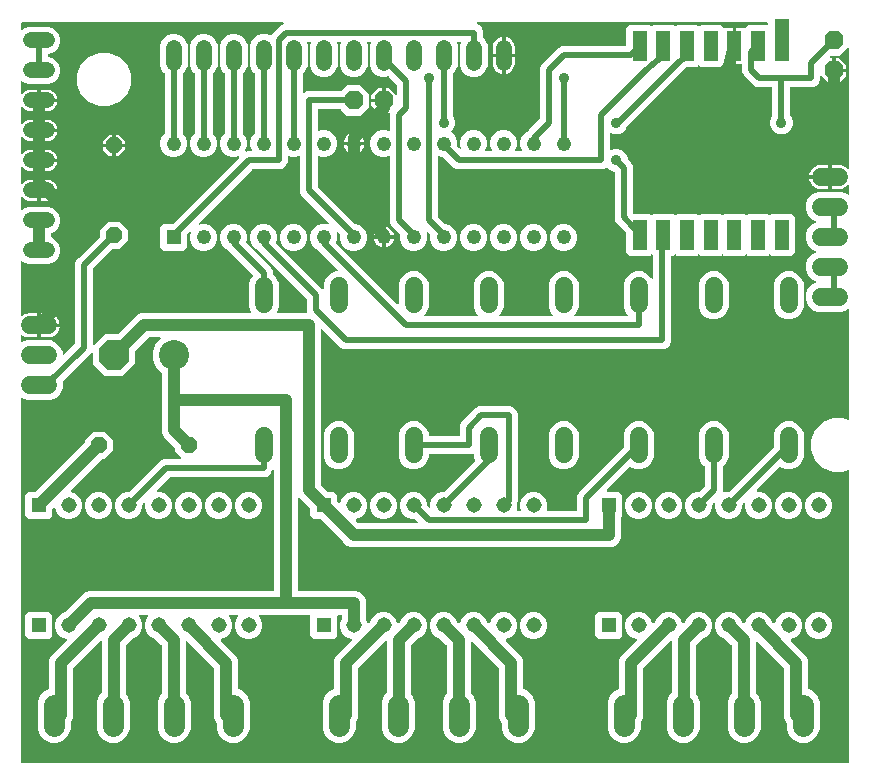
<source format=gbr>
G04 EAGLE Gerber RS-274X export*
G75*
%MOMM*%
%FSLAX34Y34*%
%LPD*%
%INTop Copper*%
%IPPOS*%
%AMOC8*
5,1,8,0,0,1.08239X$1,22.5*%
G01*
%ADD10R,1.308000X1.308000*%
%ADD11C,1.308000*%
%ADD12C,2.540000*%
%ADD13P,2.749271X8X202.500000*%
%ADD14P,1.732040X8X292.500000*%
%ADD15P,1.732040X8X202.500000*%
%ADD16C,1.524000*%
%ADD17C,1.320800*%
%ADD18R,1.241000X1.241000*%
%ADD19C,1.241000*%
%ADD20P,1.429621X8X22.500000*%
%ADD21P,1.429621X8X112.500000*%
%ADD22R,1.270000X2.540000*%
%ADD23C,1.790700*%
%ADD24C,0.508000*%
%ADD25C,1.016000*%
%ADD26C,0.914400*%
%ADD27R,1.206400X1.206400*%

G36*
X710714Y10164D02*
X710714Y10164D01*
X710733Y10162D01*
X710835Y10184D01*
X710937Y10200D01*
X710954Y10210D01*
X710974Y10214D01*
X711063Y10267D01*
X711154Y10316D01*
X711168Y10330D01*
X711185Y10340D01*
X711252Y10419D01*
X711324Y10494D01*
X711332Y10512D01*
X711345Y10527D01*
X711384Y10623D01*
X711427Y10717D01*
X711429Y10737D01*
X711437Y10755D01*
X711455Y10922D01*
X711455Y257884D01*
X711448Y257929D01*
X711450Y257975D01*
X711428Y258050D01*
X711416Y258126D01*
X711394Y258167D01*
X711381Y258211D01*
X711337Y258275D01*
X711300Y258344D01*
X711267Y258375D01*
X711241Y258413D01*
X711179Y258460D01*
X711122Y258513D01*
X711080Y258533D01*
X711044Y258560D01*
X710970Y258584D01*
X710899Y258617D01*
X710853Y258622D01*
X710810Y258636D01*
X710732Y258635D01*
X710655Y258644D01*
X710610Y258634D01*
X710564Y258634D01*
X710432Y258596D01*
X710414Y258592D01*
X710410Y258589D01*
X710403Y258587D01*
X706563Y256996D01*
X697549Y256996D01*
X689222Y260446D01*
X682848Y266820D01*
X679398Y275147D01*
X679398Y284161D01*
X682848Y292488D01*
X689222Y298862D01*
X697549Y302312D01*
X706563Y302312D01*
X710403Y300721D01*
X710447Y300711D01*
X710489Y300691D01*
X710566Y300683D01*
X710642Y300665D01*
X710688Y300669D01*
X710733Y300664D01*
X710810Y300681D01*
X710887Y300688D01*
X710929Y300707D01*
X710974Y300716D01*
X711041Y300756D01*
X711112Y300788D01*
X711146Y300819D01*
X711185Y300843D01*
X711236Y300902D01*
X711293Y300954D01*
X711315Y300995D01*
X711345Y301029D01*
X711374Y301102D01*
X711411Y301170D01*
X711420Y301215D01*
X711437Y301258D01*
X711452Y301394D01*
X711455Y301412D01*
X711454Y301417D01*
X711455Y301424D01*
X711455Y393968D01*
X711444Y394039D01*
X711442Y394110D01*
X711424Y394159D01*
X711416Y394211D01*
X711382Y394274D01*
X711357Y394341D01*
X711325Y394382D01*
X711300Y394428D01*
X711249Y394477D01*
X711204Y394533D01*
X711160Y394562D01*
X711122Y394597D01*
X711057Y394628D01*
X710997Y394666D01*
X710946Y394679D01*
X710899Y394701D01*
X710828Y394709D01*
X710758Y394726D01*
X710706Y394722D01*
X710655Y394728D01*
X710584Y394713D01*
X710513Y394707D01*
X710465Y394687D01*
X710414Y394676D01*
X710353Y394639D01*
X710287Y394611D01*
X710231Y394566D01*
X710203Y394550D01*
X710188Y394532D01*
X710156Y394506D01*
X710012Y394363D01*
X705344Y392429D01*
X685052Y392429D01*
X680384Y394363D01*
X676811Y397936D01*
X674877Y402604D01*
X674877Y407656D01*
X676811Y412324D01*
X680384Y415897D01*
X683352Y417127D01*
X683413Y417165D01*
X683478Y417194D01*
X683517Y417229D01*
X683561Y417256D01*
X683607Y417312D01*
X683660Y417360D01*
X683685Y417406D01*
X683718Y417446D01*
X683744Y417513D01*
X683778Y417576D01*
X683787Y417627D01*
X683806Y417675D01*
X683809Y417747D01*
X683822Y417818D01*
X683814Y417869D01*
X683816Y417921D01*
X683796Y417990D01*
X683786Y418061D01*
X683762Y418107D01*
X683748Y418157D01*
X683707Y418216D01*
X683675Y418280D01*
X683637Y418317D01*
X683608Y418359D01*
X683550Y418402D01*
X683499Y418452D01*
X683436Y418487D01*
X683410Y418506D01*
X683388Y418513D01*
X683352Y418533D01*
X680384Y419763D01*
X676811Y423336D01*
X674877Y428004D01*
X674877Y433056D01*
X676811Y437724D01*
X680384Y441297D01*
X683352Y442527D01*
X683413Y442565D01*
X683478Y442594D01*
X683517Y442629D01*
X683561Y442656D01*
X683607Y442712D01*
X683660Y442760D01*
X683685Y442806D01*
X683718Y442846D01*
X683744Y442913D01*
X683778Y442976D01*
X683787Y443027D01*
X683806Y443075D01*
X683809Y443147D01*
X683822Y443218D01*
X683814Y443269D01*
X683816Y443321D01*
X683796Y443390D01*
X683786Y443461D01*
X683762Y443507D01*
X683748Y443557D01*
X683707Y443616D01*
X683675Y443680D01*
X683637Y443717D01*
X683608Y443759D01*
X683550Y443802D01*
X683499Y443852D01*
X683436Y443887D01*
X683410Y443906D01*
X683388Y443913D01*
X683352Y443933D01*
X680384Y445163D01*
X676811Y448736D01*
X674877Y453404D01*
X674877Y458456D01*
X676811Y463124D01*
X680384Y466697D01*
X683352Y467927D01*
X683413Y467965D01*
X683478Y467994D01*
X683517Y468029D01*
X683561Y468056D01*
X683607Y468112D01*
X683660Y468160D01*
X683685Y468206D01*
X683718Y468246D01*
X683744Y468313D01*
X683778Y468376D01*
X683787Y468427D01*
X683806Y468475D01*
X683809Y468547D01*
X683822Y468618D01*
X683814Y468669D01*
X683816Y468721D01*
X683796Y468790D01*
X683786Y468861D01*
X683762Y468907D01*
X683748Y468957D01*
X683707Y469016D01*
X683675Y469080D01*
X683637Y469117D01*
X683608Y469159D01*
X683550Y469202D01*
X683499Y469252D01*
X683436Y469287D01*
X683410Y469306D01*
X683388Y469313D01*
X683352Y469333D01*
X680384Y470563D01*
X676811Y474136D01*
X674877Y478804D01*
X674877Y483856D01*
X676811Y488524D01*
X680384Y492097D01*
X685052Y494031D01*
X705344Y494031D01*
X710012Y492097D01*
X710156Y491954D01*
X710214Y491912D01*
X710266Y491863D01*
X710313Y491841D01*
X710355Y491810D01*
X710424Y491789D01*
X710489Y491759D01*
X710541Y491753D01*
X710591Y491738D01*
X710662Y491740D01*
X710733Y491732D01*
X710784Y491743D01*
X710836Y491744D01*
X710904Y491769D01*
X710974Y491784D01*
X711019Y491811D01*
X711067Y491829D01*
X711123Y491874D01*
X711185Y491910D01*
X711219Y491950D01*
X711259Y491982D01*
X711298Y492043D01*
X711345Y492097D01*
X711364Y492146D01*
X711392Y492189D01*
X711410Y492259D01*
X711437Y492325D01*
X711445Y492397D01*
X711453Y492428D01*
X711451Y492451D01*
X711455Y492492D01*
X711455Y499160D01*
X711444Y499231D01*
X711442Y499302D01*
X711424Y499351D01*
X711416Y499403D01*
X711382Y499466D01*
X711357Y499533D01*
X711325Y499574D01*
X711300Y499620D01*
X711248Y499669D01*
X711204Y499725D01*
X711160Y499754D01*
X711122Y499790D01*
X711057Y499820D01*
X710997Y499858D01*
X710946Y499871D01*
X710899Y499893D01*
X710828Y499901D01*
X710758Y499919D01*
X710706Y499914D01*
X710655Y499920D01*
X710584Y499905D01*
X710513Y499899D01*
X710465Y499879D01*
X710414Y499868D01*
X710353Y499831D01*
X710287Y499803D01*
X710231Y499758D01*
X710203Y499742D01*
X710188Y499724D01*
X710156Y499698D01*
X709437Y498980D01*
X708143Y498040D01*
X706718Y497314D01*
X705197Y496819D01*
X703618Y496569D01*
X696721Y496569D01*
X696721Y505968D01*
X696718Y505988D01*
X696720Y506007D01*
X696698Y506109D01*
X696681Y506211D01*
X696672Y506228D01*
X696668Y506248D01*
X696615Y506337D01*
X696566Y506428D01*
X696552Y506442D01*
X696542Y506459D01*
X696463Y506526D01*
X696388Y506597D01*
X696370Y506606D01*
X696355Y506619D01*
X696259Y506657D01*
X696165Y506701D01*
X696145Y506703D01*
X696127Y506711D01*
X695960Y506729D01*
X695197Y506729D01*
X695197Y506731D01*
X695960Y506731D01*
X695980Y506734D01*
X695999Y506732D01*
X696101Y506754D01*
X696203Y506771D01*
X696220Y506780D01*
X696240Y506784D01*
X696329Y506837D01*
X696420Y506886D01*
X696434Y506900D01*
X696451Y506910D01*
X696518Y506989D01*
X696589Y507064D01*
X696598Y507082D01*
X696611Y507097D01*
X696650Y507193D01*
X696693Y507287D01*
X696695Y507307D01*
X696703Y507325D01*
X696721Y507492D01*
X696721Y516891D01*
X703618Y516891D01*
X705197Y516641D01*
X706718Y516146D01*
X708143Y515420D01*
X709437Y514480D01*
X710156Y513762D01*
X710214Y513720D01*
X710266Y513670D01*
X710313Y513649D01*
X710355Y513618D01*
X710424Y513597D01*
X710489Y513567D01*
X710541Y513561D01*
X710591Y513546D01*
X710662Y513548D01*
X710733Y513540D01*
X710784Y513551D01*
X710836Y513552D01*
X710904Y513577D01*
X710974Y513592D01*
X711019Y513619D01*
X711067Y513637D01*
X711123Y513681D01*
X711185Y513718D01*
X711219Y513758D01*
X711259Y513790D01*
X711298Y513851D01*
X711345Y513905D01*
X711364Y513953D01*
X711392Y513997D01*
X711410Y514067D01*
X711437Y514133D01*
X711445Y514205D01*
X711453Y514236D01*
X711451Y514259D01*
X711455Y514300D01*
X711455Y614917D01*
X711444Y614988D01*
X711442Y615060D01*
X711424Y615109D01*
X711416Y615160D01*
X711382Y615223D01*
X711357Y615291D01*
X711325Y615331D01*
X711300Y615377D01*
X711248Y615427D01*
X711204Y615483D01*
X711160Y615511D01*
X711122Y615547D01*
X711057Y615577D01*
X710997Y615616D01*
X710946Y615628D01*
X710899Y615650D01*
X710828Y615658D01*
X710758Y615676D01*
X710706Y615672D01*
X710655Y615677D01*
X710584Y615662D01*
X710513Y615657D01*
X710465Y615636D01*
X710414Y615625D01*
X710353Y615588D01*
X710287Y615560D01*
X710231Y615515D01*
X710203Y615499D01*
X710188Y615481D01*
X710156Y615455D01*
X703919Y609218D01*
X696511Y609218D01*
X696421Y609204D01*
X696330Y609196D01*
X696300Y609184D01*
X696268Y609179D01*
X696188Y609136D01*
X696104Y609100D01*
X696071Y609074D01*
X696051Y609063D01*
X696029Y609040D01*
X695973Y608995D01*
X695719Y608741D01*
X695677Y608683D01*
X695627Y608631D01*
X695605Y608584D01*
X695575Y608542D01*
X695554Y608473D01*
X695524Y608408D01*
X695518Y608356D01*
X695503Y608306D01*
X695505Y608235D01*
X695497Y608164D01*
X695508Y608113D01*
X695509Y608061D01*
X695534Y607993D01*
X695549Y607923D01*
X695576Y607878D01*
X695593Y607830D01*
X695638Y607774D01*
X695675Y607712D01*
X695715Y607678D01*
X695747Y607638D01*
X695807Y607599D01*
X695862Y607552D01*
X695910Y607533D01*
X695954Y607505D01*
X696024Y607487D01*
X696090Y607460D01*
X696161Y607452D01*
X696193Y607444D01*
X696216Y607446D01*
X696257Y607442D01*
X696977Y607442D01*
X696977Y597662D01*
X696980Y597642D01*
X696978Y597623D01*
X697000Y597521D01*
X697017Y597419D01*
X697026Y597402D01*
X697030Y597382D01*
X697083Y597293D01*
X697132Y597202D01*
X697146Y597188D01*
X697156Y597171D01*
X697235Y597104D01*
X697310Y597033D01*
X697328Y597024D01*
X697343Y597011D01*
X697439Y596973D01*
X697533Y596929D01*
X697553Y596927D01*
X697571Y596919D01*
X697738Y596901D01*
X698501Y596901D01*
X698501Y596899D01*
X697738Y596899D01*
X697718Y596896D01*
X697699Y596898D01*
X697597Y596876D01*
X697495Y596859D01*
X697478Y596850D01*
X697458Y596846D01*
X697369Y596793D01*
X697278Y596744D01*
X697264Y596730D01*
X697247Y596720D01*
X697180Y596641D01*
X697109Y596566D01*
X697100Y596548D01*
X697087Y596533D01*
X697048Y596437D01*
X697005Y596343D01*
X697003Y596323D01*
X696995Y596305D01*
X696977Y596138D01*
X696977Y586358D01*
X694133Y586358D01*
X688370Y592122D01*
X688312Y592163D01*
X688260Y592213D01*
X688213Y592235D01*
X688171Y592265D01*
X688102Y592286D01*
X688037Y592316D01*
X687985Y592322D01*
X687935Y592337D01*
X687864Y592336D01*
X687793Y592343D01*
X687742Y592332D01*
X687690Y592331D01*
X687622Y592306D01*
X687552Y592291D01*
X687507Y592264D01*
X687459Y592247D01*
X687403Y592202D01*
X687341Y592165D01*
X687307Y592125D01*
X687267Y592093D01*
X687228Y592033D01*
X687181Y591978D01*
X687162Y591930D01*
X687134Y591886D01*
X687116Y591817D01*
X687089Y591750D01*
X687081Y591679D01*
X687073Y591647D01*
X687075Y591624D01*
X687071Y591583D01*
X687071Y589034D01*
X685911Y586233D01*
X683767Y584089D01*
X680966Y582929D01*
X662432Y582929D01*
X662412Y582926D01*
X662393Y582928D01*
X662291Y582906D01*
X662189Y582890D01*
X662172Y582880D01*
X662152Y582876D01*
X662063Y582823D01*
X661972Y582774D01*
X661958Y582760D01*
X661941Y582750D01*
X661874Y582671D01*
X661802Y582596D01*
X661794Y582578D01*
X661781Y582563D01*
X661742Y582467D01*
X661699Y582373D01*
X661697Y582353D01*
X661689Y582335D01*
X661671Y582168D01*
X661671Y558796D01*
X661685Y558706D01*
X661693Y558615D01*
X661705Y558585D01*
X661710Y558553D01*
X661753Y558472D01*
X661789Y558388D01*
X661815Y558356D01*
X661826Y558335D01*
X661849Y558313D01*
X661894Y558257D01*
X662233Y557918D01*
X663703Y554370D01*
X663703Y550530D01*
X662233Y546982D01*
X659518Y544267D01*
X655970Y542797D01*
X652130Y542797D01*
X648582Y544267D01*
X645867Y546982D01*
X644397Y550530D01*
X644397Y554370D01*
X645867Y557918D01*
X646206Y558257D01*
X646259Y558331D01*
X646319Y558401D01*
X646331Y558431D01*
X646350Y558457D01*
X646377Y558544D01*
X646411Y558629D01*
X646415Y558670D01*
X646422Y558692D01*
X646421Y558724D01*
X646429Y558796D01*
X646429Y582168D01*
X646426Y582188D01*
X646428Y582207D01*
X646406Y582309D01*
X646390Y582411D01*
X646380Y582428D01*
X646376Y582448D01*
X646323Y582537D01*
X646274Y582628D01*
X646260Y582642D01*
X646250Y582659D01*
X646171Y582726D01*
X646096Y582798D01*
X646078Y582806D01*
X646063Y582819D01*
X645967Y582858D01*
X645873Y582901D01*
X645853Y582903D01*
X645835Y582911D01*
X645668Y582929D01*
X633484Y582929D01*
X630683Y584089D01*
X622189Y592583D01*
X621029Y595384D01*
X621029Y601716D01*
X621026Y601736D01*
X621028Y601755D01*
X621006Y601857D01*
X620990Y601959D01*
X620980Y601976D01*
X620976Y601996D01*
X620923Y602085D01*
X620874Y602176D01*
X620860Y602190D01*
X620850Y602207D01*
X620771Y602274D01*
X620696Y602346D01*
X620678Y602354D01*
X620663Y602367D01*
X620567Y602406D01*
X620473Y602449D01*
X620453Y602451D01*
X620435Y602459D01*
X620268Y602477D01*
X615883Y602477D01*
X615883Y616956D01*
X615880Y616976D01*
X615882Y616995D01*
X615860Y617097D01*
X615843Y617199D01*
X615834Y617216D01*
X615830Y617236D01*
X615777Y617325D01*
X615728Y617416D01*
X615714Y617430D01*
X615704Y617447D01*
X615625Y617514D01*
X615550Y617585D01*
X615532Y617594D01*
X615517Y617607D01*
X615421Y617646D01*
X615327Y617689D01*
X615307Y617691D01*
X615289Y617699D01*
X615122Y617717D01*
X613598Y617717D01*
X613578Y617714D01*
X613559Y617716D01*
X613457Y617694D01*
X613355Y617677D01*
X613338Y617668D01*
X613318Y617664D01*
X613229Y617611D01*
X613138Y617562D01*
X613124Y617548D01*
X613107Y617538D01*
X613040Y617459D01*
X612969Y617384D01*
X612960Y617366D01*
X612947Y617351D01*
X612908Y617255D01*
X612865Y617161D01*
X612863Y617141D01*
X612855Y617123D01*
X612837Y616956D01*
X612837Y602477D01*
X607676Y602477D01*
X607029Y602650D01*
X606583Y602908D01*
X606542Y602924D01*
X606505Y602947D01*
X606428Y602967D01*
X606353Y602995D01*
X606309Y602997D01*
X606267Y603007D01*
X606187Y603001D01*
X606107Y603004D01*
X606065Y602992D01*
X606022Y602988D01*
X605948Y602957D01*
X605871Y602934D01*
X605836Y602909D01*
X605795Y602892D01*
X605682Y602801D01*
X605670Y602793D01*
X605668Y602790D01*
X605664Y602787D01*
X602815Y599937D01*
X585905Y599937D01*
X584898Y600944D01*
X584882Y600956D01*
X584870Y600972D01*
X584782Y601028D01*
X584699Y601088D01*
X584680Y601094D01*
X584663Y601105D01*
X584562Y601130D01*
X584463Y601160D01*
X584444Y601160D01*
X584424Y601165D01*
X584321Y601157D01*
X584218Y601154D01*
X584199Y601147D01*
X584179Y601146D01*
X584084Y601105D01*
X583987Y601070D01*
X583971Y601057D01*
X583953Y601049D01*
X583822Y600944D01*
X582815Y599937D01*
X574875Y599937D01*
X574849Y599933D01*
X574823Y599936D01*
X574728Y599913D01*
X574632Y599898D01*
X574609Y599885D01*
X574584Y599879D01*
X574437Y599799D01*
X572159Y598196D01*
X572137Y598174D01*
X572059Y598112D01*
X523774Y549827D01*
X523736Y549774D01*
X523690Y549727D01*
X523650Y549654D01*
X523631Y549627D01*
X523625Y549609D01*
X523609Y549580D01*
X522533Y546982D01*
X519818Y544267D01*
X516270Y542797D01*
X512430Y542797D01*
X510323Y543670D01*
X510279Y543680D01*
X510237Y543700D01*
X510160Y543708D01*
X510084Y543726D01*
X510038Y543722D01*
X509993Y543727D01*
X509916Y543710D01*
X509839Y543703D01*
X509797Y543684D01*
X509752Y543675D01*
X509685Y543635D01*
X509614Y543603D01*
X509580Y543572D01*
X509541Y543548D01*
X509490Y543489D01*
X509433Y543437D01*
X509411Y543396D01*
X509381Y543361D01*
X509352Y543289D01*
X509315Y543221D01*
X509306Y543176D01*
X509289Y543133D01*
X509274Y542997D01*
X509271Y542979D01*
X509272Y542974D01*
X509271Y542967D01*
X509271Y530183D01*
X509278Y530138D01*
X509276Y530092D01*
X509298Y530017D01*
X509310Y529941D01*
X509332Y529900D01*
X509345Y529856D01*
X509389Y529792D01*
X509426Y529723D01*
X509459Y529692D01*
X509485Y529654D01*
X509547Y529608D01*
X509604Y529554D01*
X509646Y529535D01*
X509682Y529507D01*
X509756Y529483D01*
X509827Y529450D01*
X509873Y529445D01*
X509916Y529431D01*
X509994Y529432D01*
X510071Y529423D01*
X510116Y529433D01*
X510162Y529433D01*
X510294Y529471D01*
X510312Y529475D01*
X510316Y529478D01*
X510323Y529480D01*
X512430Y530353D01*
X516270Y530353D01*
X519818Y528883D01*
X522533Y526168D01*
X524003Y522620D01*
X524003Y522140D01*
X524017Y522050D01*
X524025Y521959D01*
X524037Y521929D01*
X524042Y521897D01*
X524085Y521816D01*
X524121Y521733D01*
X524147Y521700D01*
X524158Y521680D01*
X524181Y521658D01*
X524226Y521602D01*
X527161Y518667D01*
X528321Y515866D01*
X528321Y476260D01*
X528324Y476240D01*
X528322Y476221D01*
X528344Y476119D01*
X528360Y476017D01*
X528370Y476000D01*
X528374Y475980D01*
X528427Y475891D01*
X528476Y475800D01*
X528490Y475786D01*
X528500Y475769D01*
X528579Y475702D01*
X528654Y475630D01*
X528672Y475622D01*
X528687Y475609D01*
X528783Y475570D01*
X528877Y475527D01*
X528897Y475525D01*
X528915Y475517D01*
X529082Y475499D01*
X542815Y475499D01*
X543822Y474492D01*
X543838Y474480D01*
X543850Y474464D01*
X543938Y474408D01*
X544021Y474348D01*
X544040Y474342D01*
X544057Y474331D01*
X544158Y474306D01*
X544257Y474276D01*
X544276Y474276D01*
X544296Y474271D01*
X544399Y474279D01*
X544502Y474282D01*
X544521Y474289D01*
X544541Y474290D01*
X544636Y474331D01*
X544733Y474366D01*
X544749Y474379D01*
X544767Y474387D01*
X544898Y474492D01*
X545905Y475499D01*
X562815Y475499D01*
X563822Y474492D01*
X563838Y474480D01*
X563850Y474464D01*
X563938Y474408D01*
X564021Y474348D01*
X564040Y474342D01*
X564057Y474331D01*
X564158Y474306D01*
X564257Y474276D01*
X564276Y474276D01*
X564296Y474271D01*
X564399Y474279D01*
X564502Y474282D01*
X564521Y474289D01*
X564541Y474290D01*
X564636Y474331D01*
X564733Y474366D01*
X564749Y474379D01*
X564767Y474387D01*
X564898Y474492D01*
X565905Y475499D01*
X582815Y475499D01*
X583822Y474492D01*
X583838Y474480D01*
X583850Y474464D01*
X583938Y474408D01*
X584021Y474348D01*
X584040Y474342D01*
X584057Y474331D01*
X584158Y474306D01*
X584257Y474276D01*
X584276Y474276D01*
X584296Y474271D01*
X584399Y474279D01*
X584502Y474282D01*
X584521Y474289D01*
X584541Y474290D01*
X584636Y474331D01*
X584733Y474366D01*
X584749Y474379D01*
X584767Y474387D01*
X584898Y474492D01*
X585905Y475499D01*
X602815Y475499D01*
X603822Y474492D01*
X603838Y474480D01*
X603850Y474464D01*
X603938Y474408D01*
X604021Y474348D01*
X604040Y474342D01*
X604057Y474331D01*
X604158Y474306D01*
X604257Y474276D01*
X604276Y474276D01*
X604296Y474271D01*
X604399Y474279D01*
X604502Y474282D01*
X604521Y474289D01*
X604541Y474290D01*
X604636Y474331D01*
X604733Y474366D01*
X604749Y474379D01*
X604767Y474387D01*
X604898Y474492D01*
X605905Y475499D01*
X622815Y475499D01*
X623822Y474492D01*
X623838Y474480D01*
X623850Y474464D01*
X623938Y474408D01*
X624021Y474348D01*
X624040Y474342D01*
X624057Y474331D01*
X624158Y474306D01*
X624257Y474276D01*
X624276Y474276D01*
X624296Y474271D01*
X624399Y474279D01*
X624502Y474282D01*
X624521Y474289D01*
X624541Y474290D01*
X624636Y474331D01*
X624733Y474366D01*
X624749Y474379D01*
X624767Y474387D01*
X624898Y474492D01*
X625905Y475499D01*
X642815Y475499D01*
X643822Y474492D01*
X643838Y474480D01*
X643850Y474464D01*
X643938Y474408D01*
X644021Y474348D01*
X644040Y474342D01*
X644057Y474331D01*
X644158Y474306D01*
X644257Y474276D01*
X644276Y474276D01*
X644296Y474271D01*
X644399Y474279D01*
X644502Y474282D01*
X644521Y474289D01*
X644541Y474290D01*
X644636Y474331D01*
X644733Y474366D01*
X644749Y474379D01*
X644767Y474387D01*
X644898Y474492D01*
X645905Y475499D01*
X662815Y475499D01*
X665791Y472523D01*
X665791Y442913D01*
X662815Y439937D01*
X645905Y439937D01*
X644898Y440944D01*
X644882Y440956D01*
X644870Y440972D01*
X644782Y441028D01*
X644699Y441088D01*
X644680Y441094D01*
X644663Y441105D01*
X644562Y441130D01*
X644463Y441160D01*
X644444Y441160D01*
X644424Y441165D01*
X644321Y441157D01*
X644218Y441154D01*
X644199Y441147D01*
X644179Y441146D01*
X644084Y441105D01*
X643987Y441070D01*
X643971Y441057D01*
X643953Y441049D01*
X643822Y440944D01*
X642815Y439937D01*
X625905Y439937D01*
X624898Y440944D01*
X624882Y440956D01*
X624870Y440972D01*
X624782Y441028D01*
X624699Y441088D01*
X624680Y441094D01*
X624663Y441105D01*
X624562Y441130D01*
X624463Y441160D01*
X624444Y441160D01*
X624424Y441165D01*
X624321Y441157D01*
X624218Y441154D01*
X624199Y441147D01*
X624179Y441146D01*
X624084Y441105D01*
X623987Y441070D01*
X623971Y441057D01*
X623953Y441049D01*
X623822Y440944D01*
X622815Y439937D01*
X605905Y439937D01*
X604898Y440944D01*
X604882Y440956D01*
X604870Y440972D01*
X604782Y441028D01*
X604699Y441088D01*
X604680Y441094D01*
X604663Y441105D01*
X604562Y441130D01*
X604463Y441160D01*
X604444Y441160D01*
X604424Y441165D01*
X604321Y441157D01*
X604218Y441154D01*
X604199Y441147D01*
X604179Y441146D01*
X604084Y441105D01*
X603987Y441070D01*
X603971Y441057D01*
X603953Y441049D01*
X603822Y440944D01*
X602815Y439937D01*
X585905Y439937D01*
X584898Y440944D01*
X584882Y440956D01*
X584870Y440972D01*
X584782Y441028D01*
X584699Y441088D01*
X584680Y441094D01*
X584663Y441105D01*
X584562Y441130D01*
X584463Y441160D01*
X584444Y441160D01*
X584424Y441165D01*
X584321Y441157D01*
X584218Y441154D01*
X584199Y441147D01*
X584179Y441146D01*
X584084Y441105D01*
X583987Y441070D01*
X583971Y441057D01*
X583953Y441049D01*
X583822Y440944D01*
X582815Y439937D01*
X565905Y439937D01*
X564898Y440944D01*
X564882Y440956D01*
X564870Y440972D01*
X564782Y441028D01*
X564699Y441088D01*
X564680Y441094D01*
X564663Y441105D01*
X564562Y441130D01*
X564463Y441160D01*
X564444Y441160D01*
X564424Y441165D01*
X564321Y441157D01*
X564218Y441154D01*
X564199Y441147D01*
X564179Y441146D01*
X564084Y441105D01*
X563987Y441070D01*
X563971Y441057D01*
X563953Y441049D01*
X563822Y440944D01*
X562815Y439937D01*
X561848Y439937D01*
X561828Y439934D01*
X561809Y439936D01*
X561707Y439914D01*
X561605Y439898D01*
X561588Y439888D01*
X561568Y439884D01*
X561479Y439831D01*
X561388Y439782D01*
X561374Y439768D01*
X561357Y439758D01*
X561290Y439679D01*
X561218Y439604D01*
X561210Y439586D01*
X561197Y439571D01*
X561158Y439475D01*
X561115Y439381D01*
X561113Y439361D01*
X561105Y439343D01*
X561087Y439176D01*
X561087Y366784D01*
X559927Y363983D01*
X557783Y361839D01*
X554982Y360679D01*
X284234Y360679D01*
X281433Y361839D01*
X279182Y364090D01*
X265460Y377812D01*
X265402Y377854D01*
X265350Y377904D01*
X265303Y377926D01*
X265261Y377956D01*
X265192Y377977D01*
X265127Y378007D01*
X265075Y378013D01*
X265025Y378028D01*
X264954Y378026D01*
X264883Y378034D01*
X264832Y378023D01*
X264780Y378022D01*
X264712Y377997D01*
X264642Y377982D01*
X264597Y377955D01*
X264549Y377938D01*
X264493Y377893D01*
X264431Y377856D01*
X264397Y377816D01*
X264357Y377784D01*
X264318Y377724D01*
X264271Y377669D01*
X264252Y377621D01*
X264224Y377577D01*
X264206Y377507D01*
X264179Y377441D01*
X264171Y377370D01*
X264163Y377338D01*
X264165Y377315D01*
X264161Y377274D01*
X264161Y245824D01*
X264175Y245734D01*
X264183Y245643D01*
X264195Y245613D01*
X264200Y245581D01*
X264243Y245501D01*
X264279Y245417D01*
X264305Y245385D01*
X264316Y245364D01*
X264339Y245342D01*
X264384Y245286D01*
X269226Y240444D01*
X269300Y240391D01*
X269369Y240331D01*
X269399Y240319D01*
X269425Y240300D01*
X269512Y240273D01*
X269597Y240239D01*
X269638Y240235D01*
X269661Y240228D01*
X269693Y240229D01*
X269764Y240221D01*
X275345Y240221D01*
X278321Y237245D01*
X278321Y231664D01*
X278323Y231653D01*
X278322Y231645D01*
X278330Y231606D01*
X278335Y231574D01*
X278343Y231483D01*
X278355Y231453D01*
X278360Y231421D01*
X278403Y231341D01*
X278439Y231257D01*
X278465Y231225D01*
X278476Y231204D01*
X278499Y231182D01*
X278544Y231126D01*
X279180Y230490D01*
X279238Y230448D01*
X279290Y230398D01*
X279337Y230376D01*
X279379Y230346D01*
X279448Y230325D01*
X279513Y230295D01*
X279565Y230289D01*
X279615Y230274D01*
X279686Y230276D01*
X279757Y230268D01*
X279808Y230279D01*
X279860Y230280D01*
X279928Y230305D01*
X279998Y230320D01*
X280042Y230347D01*
X280091Y230365D01*
X280147Y230409D01*
X280209Y230446D01*
X280243Y230486D01*
X280283Y230518D01*
X280322Y230579D01*
X280369Y230633D01*
X280388Y230681D01*
X280416Y230725D01*
X280434Y230795D01*
X280461Y230861D01*
X280462Y230869D01*
X282248Y235183D01*
X285517Y238452D01*
X289788Y240221D01*
X294412Y240221D01*
X298683Y238452D01*
X301952Y235183D01*
X303721Y230912D01*
X303721Y226288D01*
X301952Y222017D01*
X298683Y218748D01*
X294335Y216948D01*
X294285Y216940D01*
X294222Y216906D01*
X294155Y216881D01*
X294114Y216849D01*
X294068Y216824D01*
X294019Y216773D01*
X293963Y216728D01*
X293934Y216684D01*
X293898Y216646D01*
X293868Y216581D01*
X293830Y216521D01*
X293817Y216470D01*
X293795Y216423D01*
X293787Y216352D01*
X293769Y216282D01*
X293774Y216230D01*
X293768Y216179D01*
X293783Y216108D01*
X293789Y216037D01*
X293809Y215989D01*
X293820Y215938D01*
X293857Y215877D01*
X293885Y215811D01*
X293930Y215755D01*
X293946Y215727D01*
X293964Y215712D01*
X293990Y215680D01*
X296086Y213584D01*
X296160Y213531D01*
X296229Y213471D01*
X296259Y213459D01*
X296285Y213440D01*
X296372Y213413D01*
X296457Y213379D01*
X296498Y213375D01*
X296521Y213368D01*
X296553Y213369D01*
X296624Y213361D01*
X345524Y213361D01*
X345595Y213372D01*
X345667Y213374D01*
X345716Y213392D01*
X345767Y213400D01*
X345830Y213434D01*
X345898Y213459D01*
X345938Y213491D01*
X345984Y213516D01*
X346034Y213567D01*
X346090Y213612D01*
X346118Y213656D01*
X346154Y213694D01*
X346184Y213759D01*
X346223Y213819D01*
X346235Y213870D01*
X346257Y213917D01*
X346265Y213988D01*
X346283Y214058D01*
X346279Y214110D01*
X346284Y214161D01*
X346269Y214232D01*
X346264Y214303D01*
X346243Y214351D01*
X346232Y214402D01*
X346195Y214463D01*
X346167Y214529D01*
X346122Y214585D01*
X346106Y214613D01*
X346088Y214628D01*
X346062Y214660D01*
X343966Y216756D01*
X343892Y216809D01*
X343823Y216869D01*
X343793Y216881D01*
X343767Y216900D01*
X343680Y216927D01*
X343595Y216961D01*
X343554Y216965D01*
X343532Y216972D01*
X343499Y216971D01*
X343428Y216979D01*
X340588Y216979D01*
X336317Y218748D01*
X333048Y222017D01*
X331279Y226288D01*
X331279Y230912D01*
X333048Y235183D01*
X336317Y238452D01*
X340588Y240221D01*
X345212Y240221D01*
X349483Y238452D01*
X352752Y235183D01*
X354521Y230912D01*
X354521Y228072D01*
X354535Y227982D01*
X354543Y227891D01*
X354555Y227861D01*
X354560Y227829D01*
X354603Y227748D01*
X354639Y227665D01*
X354665Y227632D01*
X354676Y227612D01*
X354699Y227590D01*
X354744Y227534D01*
X355380Y226898D01*
X355438Y226856D01*
X355490Y226806D01*
X355537Y226784D01*
X355579Y226754D01*
X355648Y226733D01*
X355713Y226703D01*
X355765Y226697D01*
X355815Y226682D01*
X355886Y226684D01*
X355957Y226676D01*
X356008Y226687D01*
X356060Y226688D01*
X356128Y226713D01*
X356198Y226728D01*
X356242Y226755D01*
X356291Y226772D01*
X356347Y226817D01*
X356409Y226854D01*
X356443Y226894D01*
X356483Y226926D01*
X356522Y226986D01*
X356569Y227041D01*
X356588Y227089D01*
X356616Y227133D01*
X356634Y227203D01*
X356661Y227269D01*
X356669Y227340D01*
X356677Y227372D01*
X356675Y227395D01*
X356679Y227436D01*
X356679Y230912D01*
X358448Y235183D01*
X361717Y238452D01*
X365988Y240221D01*
X368828Y240221D01*
X368918Y240235D01*
X369009Y240243D01*
X369039Y240255D01*
X369071Y240260D01*
X369152Y240303D01*
X369235Y240339D01*
X369268Y240365D01*
X369288Y240376D01*
X369310Y240399D01*
X369366Y240444D01*
X394651Y265728D01*
X394719Y265823D01*
X394789Y265917D01*
X394791Y265923D01*
X394794Y265928D01*
X394829Y266039D01*
X394865Y266151D01*
X394865Y266157D01*
X394867Y266163D01*
X394864Y266280D01*
X394863Y266397D01*
X394861Y266404D01*
X394860Y266409D01*
X394854Y266426D01*
X394816Y266558D01*
X393699Y269254D01*
X393699Y271800D01*
X393692Y271846D01*
X393694Y271892D01*
X393672Y271966D01*
X393660Y272043D01*
X393638Y272084D01*
X393625Y272128D01*
X393581Y272192D01*
X393544Y272260D01*
X393511Y272292D01*
X393485Y272330D01*
X393422Y272376D01*
X393366Y272430D01*
X393324Y272449D01*
X393288Y272477D01*
X393214Y272501D01*
X393143Y272533D01*
X393097Y272539D01*
X393054Y272553D01*
X392976Y272552D01*
X392899Y272561D01*
X392854Y272551D01*
X392808Y272550D01*
X392676Y272512D01*
X392658Y272508D01*
X392654Y272506D01*
X392647Y272504D01*
X390898Y271779D01*
X356362Y271779D01*
X356342Y271776D01*
X356323Y271778D01*
X356221Y271756D01*
X356119Y271740D01*
X356102Y271730D01*
X356082Y271726D01*
X355993Y271673D01*
X355902Y271624D01*
X355888Y271610D01*
X355871Y271600D01*
X355804Y271521D01*
X355732Y271446D01*
X355724Y271428D01*
X355711Y271413D01*
X355672Y271317D01*
X355629Y271223D01*
X355627Y271203D01*
X355619Y271185D01*
X355601Y271018D01*
X355601Y269254D01*
X353667Y264586D01*
X350094Y261013D01*
X345426Y259079D01*
X340374Y259079D01*
X335706Y261013D01*
X332133Y264586D01*
X330199Y269254D01*
X330199Y289546D01*
X332133Y294214D01*
X335706Y297787D01*
X340374Y299721D01*
X345426Y299721D01*
X350094Y297787D01*
X353667Y294214D01*
X355601Y289546D01*
X355601Y287782D01*
X355604Y287762D01*
X355602Y287743D01*
X355624Y287641D01*
X355640Y287539D01*
X355650Y287522D01*
X355654Y287502D01*
X355707Y287413D01*
X355756Y287322D01*
X355770Y287308D01*
X355780Y287291D01*
X355859Y287224D01*
X355934Y287152D01*
X355952Y287144D01*
X355967Y287131D01*
X356063Y287092D01*
X356157Y287049D01*
X356177Y287047D01*
X356195Y287039D01*
X356362Y287021D01*
X381000Y287021D01*
X381020Y287024D01*
X381039Y287022D01*
X381141Y287044D01*
X381243Y287060D01*
X381260Y287070D01*
X381280Y287074D01*
X381369Y287127D01*
X381460Y287176D01*
X381474Y287190D01*
X381491Y287200D01*
X381558Y287279D01*
X381630Y287354D01*
X381638Y287372D01*
X381651Y287387D01*
X381690Y287483D01*
X381733Y287577D01*
X381735Y287597D01*
X381743Y287615D01*
X381761Y287782D01*
X381761Y295648D01*
X382921Y298449D01*
X393482Y309010D01*
X395733Y311261D01*
X398534Y312421D01*
X424680Y312421D01*
X427481Y311261D01*
X429625Y309117D01*
X430785Y306316D01*
X430785Y231148D01*
X430779Y231134D01*
X430764Y231070D01*
X430739Y231009D01*
X430730Y230926D01*
X430723Y230894D01*
X430724Y230875D01*
X430721Y230842D01*
X430721Y226288D01*
X430010Y224573D01*
X430000Y224529D01*
X429980Y224487D01*
X429972Y224410D01*
X429954Y224334D01*
X429958Y224288D01*
X429953Y224243D01*
X429970Y224166D01*
X429977Y224089D01*
X429996Y224047D01*
X430006Y224002D01*
X430046Y223935D01*
X430077Y223864D01*
X430108Y223830D01*
X430132Y223791D01*
X430191Y223740D01*
X430244Y223683D01*
X430284Y223661D01*
X430319Y223631D01*
X430391Y223602D01*
X430459Y223565D01*
X430504Y223556D01*
X430547Y223539D01*
X430683Y223524D01*
X430701Y223521D01*
X430706Y223522D01*
X430714Y223521D01*
X432886Y223521D01*
X432932Y223528D01*
X432978Y223526D01*
X433052Y223548D01*
X433129Y223560D01*
X433170Y223582D01*
X433214Y223595D01*
X433278Y223639D01*
X433347Y223676D01*
X433378Y223709D01*
X433416Y223735D01*
X433462Y223798D01*
X433516Y223854D01*
X433535Y223896D01*
X433563Y223932D01*
X433587Y224006D01*
X433620Y224077D01*
X433625Y224123D01*
X433639Y224166D01*
X433638Y224244D01*
X433647Y224321D01*
X433637Y224366D01*
X433636Y224412D01*
X433598Y224544D01*
X433594Y224562D01*
X433592Y224566D01*
X433590Y224573D01*
X432879Y226288D01*
X432879Y230912D01*
X434648Y235183D01*
X437917Y238452D01*
X442188Y240221D01*
X446812Y240221D01*
X451083Y238452D01*
X454352Y235183D01*
X456121Y230912D01*
X456121Y226288D01*
X455410Y224573D01*
X455400Y224529D01*
X455380Y224487D01*
X455372Y224410D01*
X455354Y224334D01*
X455358Y224288D01*
X455353Y224243D01*
X455370Y224166D01*
X455377Y224089D01*
X455396Y224047D01*
X455406Y224002D01*
X455446Y223935D01*
X455477Y223864D01*
X455508Y223830D01*
X455532Y223791D01*
X455591Y223740D01*
X455644Y223683D01*
X455684Y223661D01*
X455719Y223631D01*
X455791Y223602D01*
X455859Y223565D01*
X455904Y223556D01*
X455947Y223539D01*
X456083Y223524D01*
X456101Y223521D01*
X456106Y223522D01*
X456114Y223521D01*
X480568Y223521D01*
X480588Y223524D01*
X480607Y223522D01*
X480709Y223544D01*
X480811Y223560D01*
X480828Y223570D01*
X480848Y223574D01*
X480937Y223627D01*
X481028Y223676D01*
X481042Y223690D01*
X481059Y223700D01*
X481126Y223779D01*
X481198Y223854D01*
X481206Y223872D01*
X481219Y223887D01*
X481258Y223983D01*
X481301Y224077D01*
X481303Y224097D01*
X481311Y224115D01*
X481329Y224282D01*
X481329Y236466D01*
X482489Y239267D01*
X520476Y277254D01*
X520529Y277328D01*
X520589Y277397D01*
X520601Y277427D01*
X520620Y277453D01*
X520647Y277540D01*
X520681Y277625D01*
X520685Y277666D01*
X520692Y277688D01*
X520691Y277721D01*
X520699Y277792D01*
X520699Y289546D01*
X522633Y294214D01*
X526206Y297787D01*
X530874Y299721D01*
X535926Y299721D01*
X540594Y297787D01*
X544167Y294214D01*
X546101Y289546D01*
X546101Y269254D01*
X544167Y264586D01*
X540594Y261013D01*
X535926Y259079D01*
X530874Y259079D01*
X526382Y260940D01*
X526268Y260967D01*
X526155Y260995D01*
X526148Y260995D01*
X526142Y260996D01*
X526026Y260985D01*
X525909Y260976D01*
X525904Y260974D01*
X525897Y260973D01*
X525790Y260925D01*
X525683Y260880D01*
X525677Y260875D01*
X525673Y260873D01*
X525659Y260860D01*
X525552Y260775D01*
X506298Y241520D01*
X506256Y241462D01*
X506206Y241410D01*
X506184Y241363D01*
X506154Y241321D01*
X506133Y241252D01*
X506103Y241187D01*
X506097Y241135D01*
X506082Y241085D01*
X506084Y241014D01*
X506076Y240943D01*
X506087Y240892D01*
X506088Y240840D01*
X506113Y240772D01*
X506128Y240702D01*
X506155Y240658D01*
X506172Y240609D01*
X506217Y240553D01*
X506254Y240491D01*
X506294Y240457D01*
X506326Y240417D01*
X506386Y240378D01*
X506441Y240331D01*
X506489Y240312D01*
X506533Y240284D01*
X506603Y240266D01*
X506669Y240239D01*
X506740Y240231D01*
X506772Y240223D01*
X506795Y240225D01*
X506836Y240221D01*
X516645Y240221D01*
X519621Y237245D01*
X519621Y219955D01*
X518384Y218718D01*
X518331Y218645D01*
X518271Y218575D01*
X518259Y218545D01*
X518240Y218519D01*
X518213Y218432D01*
X518179Y218347D01*
X518175Y218306D01*
X518168Y218284D01*
X518169Y218251D01*
X518161Y218180D01*
X518161Y201179D01*
X516614Y197444D01*
X513756Y194586D01*
X510021Y193039D01*
X290079Y193039D01*
X286344Y194586D01*
X283379Y197551D01*
X264174Y216756D01*
X264100Y216809D01*
X264031Y216869D01*
X264001Y216881D01*
X263975Y216900D01*
X263888Y216927D01*
X263803Y216961D01*
X263762Y216965D01*
X263739Y216972D01*
X263707Y216971D01*
X263636Y216979D01*
X258055Y216979D01*
X255079Y219955D01*
X255079Y225536D01*
X255065Y225626D01*
X255057Y225717D01*
X255045Y225747D01*
X255040Y225779D01*
X254997Y225859D01*
X254961Y225943D01*
X254935Y225975D01*
X254924Y225996D01*
X254901Y226018D01*
X254856Y226074D01*
X246410Y234520D01*
X246352Y234562D01*
X246300Y234612D01*
X246253Y234634D01*
X246211Y234664D01*
X246142Y234685D01*
X246077Y234715D01*
X246025Y234721D01*
X245975Y234736D01*
X245904Y234734D01*
X245833Y234742D01*
X245782Y234731D01*
X245730Y234730D01*
X245662Y234705D01*
X245592Y234690D01*
X245548Y234663D01*
X245499Y234645D01*
X245443Y234601D01*
X245381Y234564D01*
X245347Y234524D01*
X245307Y234492D01*
X245268Y234431D01*
X245221Y234377D01*
X245202Y234329D01*
X245174Y234285D01*
X245156Y234215D01*
X245140Y234177D01*
X245139Y234173D01*
X245139Y234172D01*
X245129Y234149D01*
X245121Y234077D01*
X245113Y234046D01*
X245115Y234023D01*
X245111Y233982D01*
X245111Y156972D01*
X245114Y156952D01*
X245112Y156933D01*
X245134Y156831D01*
X245150Y156729D01*
X245160Y156712D01*
X245164Y156692D01*
X245217Y156603D01*
X245266Y156512D01*
X245280Y156498D01*
X245290Y156481D01*
X245369Y156414D01*
X245444Y156342D01*
X245462Y156334D01*
X245477Y156321D01*
X245573Y156282D01*
X245667Y156239D01*
X245687Y156237D01*
X245705Y156229D01*
X245872Y156211D01*
X294121Y156211D01*
X297856Y154664D01*
X300714Y151806D01*
X302261Y148071D01*
X302261Y132988D01*
X302271Y132923D01*
X302272Y132857D01*
X302295Y132777D01*
X302300Y132745D01*
X302310Y132728D01*
X302319Y132696D01*
X303752Y129235D01*
X303760Y129185D01*
X303794Y129122D01*
X303819Y129055D01*
X303851Y129014D01*
X303876Y128968D01*
X303928Y128919D01*
X303972Y128863D01*
X304016Y128834D01*
X304054Y128798D01*
X304119Y128768D01*
X304179Y128730D01*
X304230Y128717D01*
X304277Y128695D01*
X304348Y128687D01*
X304418Y128669D01*
X304470Y128674D01*
X304521Y128668D01*
X304592Y128683D01*
X304663Y128689D01*
X304711Y128709D01*
X304762Y128720D01*
X304823Y128757D01*
X304889Y128785D01*
X304945Y128830D01*
X304973Y128846D01*
X304988Y128864D01*
X305020Y128890D01*
X306081Y129951D01*
X306120Y130004D01*
X306165Y130051D01*
X306206Y130124D01*
X306225Y130151D01*
X306231Y130169D01*
X306246Y130198D01*
X307648Y133583D01*
X310917Y136852D01*
X315188Y138621D01*
X319812Y138621D01*
X324083Y136852D01*
X327352Y133583D01*
X329152Y129235D01*
X329160Y129185D01*
X329194Y129122D01*
X329219Y129055D01*
X329251Y129014D01*
X329276Y128968D01*
X329328Y128919D01*
X329372Y128863D01*
X329416Y128834D01*
X329454Y128798D01*
X329519Y128768D01*
X329579Y128730D01*
X329630Y128717D01*
X329677Y128695D01*
X329748Y128687D01*
X329818Y128669D01*
X329870Y128674D01*
X329921Y128668D01*
X329992Y128683D01*
X330063Y128689D01*
X330111Y128709D01*
X330162Y128720D01*
X330223Y128757D01*
X330289Y128785D01*
X330345Y128830D01*
X330373Y128846D01*
X330388Y128864D01*
X330420Y128890D01*
X331481Y129951D01*
X331520Y130004D01*
X331565Y130051D01*
X331606Y130124D01*
X331625Y130151D01*
X331631Y130169D01*
X331646Y130198D01*
X333048Y133583D01*
X336317Y136852D01*
X340588Y138621D01*
X345212Y138621D01*
X349483Y136852D01*
X352752Y133583D01*
X354521Y129312D01*
X354521Y124688D01*
X352752Y120417D01*
X349483Y117148D01*
X346098Y115746D01*
X346042Y115712D01*
X345982Y115686D01*
X345917Y115634D01*
X345889Y115617D01*
X345876Y115602D01*
X345851Y115581D01*
X340584Y110314D01*
X340531Y110240D01*
X340471Y110171D01*
X340459Y110141D01*
X340440Y110114D01*
X340413Y110028D01*
X340379Y109943D01*
X340375Y109902D01*
X340368Y109879D01*
X340369Y109847D01*
X340361Y109776D01*
X340361Y69355D01*
X340375Y69265D01*
X340383Y69174D01*
X340395Y69145D01*
X340400Y69113D01*
X340443Y69032D01*
X340479Y68948D01*
X340505Y68916D01*
X340516Y68895D01*
X340539Y68873D01*
X340584Y68817D01*
X341698Y67703D01*
X343834Y62545D01*
X343834Y39055D01*
X341698Y33897D01*
X337750Y29949D01*
X332592Y27812D01*
X327008Y27812D01*
X321850Y29949D01*
X317902Y33897D01*
X315766Y39055D01*
X315766Y62545D01*
X317902Y67703D01*
X319816Y69617D01*
X319869Y69691D01*
X319929Y69761D01*
X319941Y69791D01*
X319960Y69817D01*
X319987Y69904D01*
X320021Y69989D01*
X320025Y70030D01*
X320032Y70052D01*
X320031Y70084D01*
X320039Y70155D01*
X320039Y113332D01*
X320028Y113403D01*
X320026Y113474D01*
X320008Y113523D01*
X320000Y113575D01*
X319966Y113638D01*
X319941Y113705D01*
X319909Y113746D01*
X319884Y113792D01*
X319832Y113841D01*
X319788Y113897D01*
X319744Y113926D01*
X319706Y113962D01*
X319641Y113992D01*
X319581Y114030D01*
X319530Y114043D01*
X319483Y114065D01*
X319412Y114073D01*
X319342Y114091D01*
X319290Y114086D01*
X319239Y114092D01*
X319168Y114077D01*
X319097Y114071D01*
X319049Y114051D01*
X318998Y114040D01*
X318937Y114003D01*
X318871Y113975D01*
X318815Y113930D01*
X318787Y113914D01*
X318772Y113896D01*
X318740Y113870D01*
X296134Y91264D01*
X296081Y91190D01*
X296021Y91121D01*
X296009Y91091D01*
X295990Y91064D01*
X295963Y90978D01*
X295929Y90893D01*
X295925Y90852D01*
X295918Y90829D01*
X295919Y90797D01*
X295911Y90726D01*
X295911Y48779D01*
X294364Y45044D01*
X294057Y44738D01*
X294004Y44664D01*
X293945Y44594D01*
X293932Y44564D01*
X293914Y44538D01*
X293887Y44451D01*
X293853Y44366D01*
X293848Y44325D01*
X293841Y44303D01*
X293842Y44271D01*
X293834Y44199D01*
X293834Y39055D01*
X291698Y33897D01*
X287750Y29949D01*
X282592Y27812D01*
X277008Y27812D01*
X271850Y29949D01*
X267902Y33897D01*
X265766Y39055D01*
X265766Y62545D01*
X267902Y67703D01*
X271850Y71651D01*
X275119Y73005D01*
X275219Y73067D01*
X275319Y73127D01*
X275323Y73132D01*
X275328Y73135D01*
X275403Y73225D01*
X275479Y73314D01*
X275481Y73320D01*
X275485Y73324D01*
X275527Y73433D01*
X275571Y73542D01*
X275572Y73549D01*
X275573Y73554D01*
X275574Y73572D01*
X275589Y73709D01*
X275589Y97271D01*
X277136Y101006D01*
X280101Y103971D01*
X290210Y114080D01*
X290252Y114138D01*
X290302Y114190D01*
X290323Y114237D01*
X290354Y114279D01*
X290375Y114348D01*
X290405Y114413D01*
X290411Y114465D01*
X290426Y114515D01*
X290424Y114586D01*
X290432Y114657D01*
X290421Y114708D01*
X290420Y114760D01*
X290395Y114828D01*
X290380Y114898D01*
X290353Y114943D01*
X290335Y114991D01*
X290291Y115047D01*
X290254Y115109D01*
X290214Y115143D01*
X290182Y115183D01*
X290121Y115222D01*
X290067Y115269D01*
X290019Y115288D01*
X289975Y115316D01*
X289905Y115334D01*
X289839Y115361D01*
X289831Y115362D01*
X285517Y117148D01*
X282248Y120417D01*
X280479Y124688D01*
X280479Y129312D01*
X281881Y132696D01*
X281896Y132760D01*
X281921Y132821D01*
X281930Y132904D01*
X281937Y132936D01*
X281936Y132955D01*
X281939Y132988D01*
X281939Y135128D01*
X281936Y135148D01*
X281938Y135167D01*
X281916Y135269D01*
X281900Y135371D01*
X281890Y135388D01*
X281886Y135408D01*
X281833Y135497D01*
X281784Y135588D01*
X281770Y135602D01*
X281760Y135619D01*
X281681Y135686D01*
X281606Y135758D01*
X281588Y135766D01*
X281573Y135779D01*
X281477Y135818D01*
X281383Y135861D01*
X281363Y135863D01*
X281345Y135871D01*
X281178Y135889D01*
X279082Y135889D01*
X279062Y135886D01*
X279043Y135888D01*
X278941Y135866D01*
X278839Y135850D01*
X278822Y135840D01*
X278802Y135836D01*
X278713Y135783D01*
X278622Y135734D01*
X278608Y135720D01*
X278591Y135710D01*
X278524Y135631D01*
X278452Y135556D01*
X278444Y135538D01*
X278431Y135523D01*
X278392Y135427D01*
X278349Y135333D01*
X278347Y135313D01*
X278339Y135295D01*
X278321Y135128D01*
X278321Y118355D01*
X275345Y115379D01*
X258055Y115379D01*
X255079Y118355D01*
X255079Y135128D01*
X255076Y135148D01*
X255078Y135167D01*
X255056Y135269D01*
X255040Y135371D01*
X255030Y135388D01*
X255026Y135408D01*
X254973Y135497D01*
X254924Y135588D01*
X254910Y135602D01*
X254900Y135619D01*
X254821Y135686D01*
X254746Y135758D01*
X254728Y135766D01*
X254713Y135779D01*
X254617Y135818D01*
X254523Y135861D01*
X254503Y135863D01*
X254485Y135871D01*
X254318Y135889D01*
X212583Y135889D01*
X212512Y135878D01*
X212440Y135876D01*
X212391Y135858D01*
X212340Y135850D01*
X212277Y135816D01*
X212209Y135791D01*
X212169Y135759D01*
X212123Y135734D01*
X212073Y135682D01*
X212017Y135638D01*
X211989Y135594D01*
X211953Y135556D01*
X211923Y135491D01*
X211884Y135431D01*
X211872Y135380D01*
X211850Y135333D01*
X211842Y135262D01*
X211824Y135192D01*
X211828Y135140D01*
X211823Y135089D01*
X211838Y135018D01*
X211843Y134947D01*
X211864Y134899D01*
X211875Y134848D01*
X211912Y134787D01*
X211940Y134721D01*
X211984Y134665D01*
X212001Y134637D01*
X212019Y134622D01*
X212044Y134590D01*
X213052Y133583D01*
X214821Y129312D01*
X214821Y124688D01*
X213052Y120417D01*
X209783Y117148D01*
X205512Y115379D01*
X200888Y115379D01*
X196617Y117148D01*
X193348Y120417D01*
X191579Y124688D01*
X191579Y129312D01*
X193348Y133583D01*
X194356Y134590D01*
X194397Y134648D01*
X194447Y134700D01*
X194469Y134747D01*
X194499Y134789D01*
X194520Y134858D01*
X194550Y134923D01*
X194556Y134975D01*
X194571Y135025D01*
X194570Y135096D01*
X194577Y135167D01*
X194566Y135218D01*
X194565Y135270D01*
X194540Y135338D01*
X194525Y135408D01*
X194499Y135453D01*
X194481Y135501D01*
X194436Y135557D01*
X194399Y135619D01*
X194359Y135653D01*
X194327Y135693D01*
X194267Y135732D01*
X194212Y135779D01*
X194164Y135798D01*
X194120Y135826D01*
X194051Y135844D01*
X193984Y135871D01*
X193913Y135879D01*
X193882Y135887D01*
X193858Y135885D01*
X193817Y135889D01*
X187183Y135889D01*
X187112Y135878D01*
X187040Y135876D01*
X186991Y135858D01*
X186940Y135850D01*
X186877Y135816D01*
X186809Y135791D01*
X186769Y135759D01*
X186723Y135734D01*
X186673Y135682D01*
X186617Y135638D01*
X186589Y135594D01*
X186553Y135556D01*
X186523Y135491D01*
X186484Y135431D01*
X186472Y135380D01*
X186450Y135333D01*
X186442Y135262D01*
X186424Y135192D01*
X186428Y135140D01*
X186423Y135089D01*
X186438Y135018D01*
X186443Y134947D01*
X186464Y134899D01*
X186475Y134848D01*
X186512Y134787D01*
X186540Y134721D01*
X186584Y134665D01*
X186601Y134637D01*
X186619Y134622D01*
X186644Y134590D01*
X187652Y133583D01*
X189421Y129312D01*
X189421Y124688D01*
X187652Y120417D01*
X184383Y117148D01*
X180035Y115348D01*
X179985Y115340D01*
X179922Y115306D01*
X179855Y115281D01*
X179814Y115249D01*
X179768Y115224D01*
X179719Y115172D01*
X179663Y115128D01*
X179634Y115084D01*
X179598Y115046D01*
X179568Y114981D01*
X179530Y114921D01*
X179517Y114870D01*
X179495Y114823D01*
X179487Y114752D01*
X179469Y114682D01*
X179474Y114630D01*
X179468Y114579D01*
X179483Y114508D01*
X179489Y114437D01*
X179509Y114389D01*
X179520Y114338D01*
X179557Y114277D01*
X179585Y114211D01*
X179630Y114155D01*
X179646Y114127D01*
X179664Y114112D01*
X179690Y114080D01*
X189799Y103971D01*
X192764Y101006D01*
X194311Y97271D01*
X194311Y73709D01*
X194330Y73594D01*
X194347Y73478D01*
X194349Y73472D01*
X194350Y73466D01*
X194405Y73363D01*
X194458Y73258D01*
X194463Y73254D01*
X194466Y73248D01*
X194550Y73169D01*
X194634Y73086D01*
X194640Y73082D01*
X194644Y73079D01*
X194661Y73071D01*
X194781Y73005D01*
X198050Y71651D01*
X201998Y67703D01*
X204134Y62545D01*
X204134Y39055D01*
X201998Y33897D01*
X198050Y29949D01*
X192892Y27812D01*
X187308Y27812D01*
X182150Y29949D01*
X178202Y33897D01*
X176066Y39055D01*
X176066Y44199D01*
X176051Y44290D01*
X176044Y44380D01*
X176031Y44410D01*
X176026Y44442D01*
X175983Y44523D01*
X175948Y44607D01*
X175922Y44639D01*
X175911Y44660D01*
X175888Y44682D01*
X175843Y44738D01*
X175536Y45044D01*
X173989Y48779D01*
X173989Y90726D01*
X173975Y90816D01*
X173967Y90907D01*
X173955Y90937D01*
X173950Y90969D01*
X173907Y91049D01*
X173871Y91133D01*
X173845Y91165D01*
X173834Y91186D01*
X173811Y91208D01*
X173766Y91264D01*
X151160Y113870D01*
X151102Y113912D01*
X151050Y113962D01*
X151003Y113984D01*
X150961Y114014D01*
X150892Y114035D01*
X150827Y114065D01*
X150775Y114071D01*
X150725Y114086D01*
X150654Y114084D01*
X150583Y114092D01*
X150532Y114081D01*
X150480Y114080D01*
X150412Y114055D01*
X150342Y114040D01*
X150297Y114013D01*
X150249Y113995D01*
X150193Y113951D01*
X150131Y113914D01*
X150097Y113874D01*
X150057Y113842D01*
X150018Y113781D01*
X149971Y113727D01*
X149952Y113679D01*
X149924Y113635D01*
X149906Y113565D01*
X149879Y113499D01*
X149871Y113427D01*
X149863Y113396D01*
X149865Y113373D01*
X149861Y113332D01*
X149861Y70156D01*
X149875Y70065D01*
X149883Y69975D01*
X149895Y69945D01*
X149900Y69913D01*
X149943Y69832D01*
X149979Y69748D01*
X150005Y69716D01*
X150016Y69695D01*
X150039Y69673D01*
X150084Y69617D01*
X151998Y67703D01*
X154134Y62545D01*
X154134Y39055D01*
X151998Y33897D01*
X148050Y29949D01*
X142892Y27812D01*
X137308Y27812D01*
X132150Y29949D01*
X128202Y33897D01*
X126066Y39055D01*
X126066Y62545D01*
X128202Y67703D01*
X129316Y68817D01*
X129369Y68891D01*
X129429Y68961D01*
X129441Y68991D01*
X129460Y69017D01*
X129487Y69104D01*
X129521Y69189D01*
X129525Y69230D01*
X129532Y69252D01*
X129531Y69284D01*
X129539Y69356D01*
X129539Y109776D01*
X129525Y109866D01*
X129517Y109957D01*
X129505Y109987D01*
X129500Y110019D01*
X129457Y110099D01*
X129421Y110183D01*
X129395Y110215D01*
X129384Y110236D01*
X129361Y110258D01*
X129316Y110314D01*
X124049Y115581D01*
X123996Y115620D01*
X123949Y115666D01*
X123876Y115706D01*
X123849Y115725D01*
X123831Y115731D01*
X123802Y115746D01*
X120417Y117148D01*
X117148Y120417D01*
X115379Y124688D01*
X115379Y129312D01*
X117148Y133583D01*
X118156Y134590D01*
X118197Y134648D01*
X118247Y134700D01*
X118269Y134747D01*
X118299Y134789D01*
X118320Y134858D01*
X118350Y134923D01*
X118356Y134975D01*
X118371Y135025D01*
X118370Y135096D01*
X118377Y135167D01*
X118366Y135218D01*
X118365Y135270D01*
X118340Y135338D01*
X118325Y135408D01*
X118299Y135453D01*
X118281Y135501D01*
X118236Y135557D01*
X118199Y135619D01*
X118159Y135653D01*
X118127Y135693D01*
X118067Y135732D01*
X118012Y135779D01*
X117964Y135798D01*
X117920Y135826D01*
X117851Y135844D01*
X117784Y135871D01*
X117713Y135879D01*
X117682Y135887D01*
X117658Y135885D01*
X117617Y135889D01*
X110983Y135889D01*
X110912Y135878D01*
X110840Y135876D01*
X110791Y135858D01*
X110740Y135850D01*
X110677Y135816D01*
X110609Y135791D01*
X110569Y135759D01*
X110523Y135734D01*
X110473Y135682D01*
X110417Y135638D01*
X110389Y135594D01*
X110353Y135556D01*
X110323Y135491D01*
X110284Y135431D01*
X110272Y135380D01*
X110250Y135333D01*
X110242Y135262D01*
X110224Y135192D01*
X110228Y135140D01*
X110223Y135089D01*
X110238Y135018D01*
X110243Y134947D01*
X110264Y134899D01*
X110275Y134848D01*
X110312Y134787D01*
X110340Y134721D01*
X110384Y134665D01*
X110401Y134637D01*
X110419Y134622D01*
X110444Y134590D01*
X111452Y133583D01*
X113221Y129312D01*
X113221Y124688D01*
X111452Y120417D01*
X108183Y117148D01*
X104798Y115746D01*
X104742Y115712D01*
X104682Y115686D01*
X104617Y115634D01*
X104589Y115617D01*
X104576Y115602D01*
X104551Y115581D01*
X99284Y110314D01*
X99231Y110240D01*
X99171Y110171D01*
X99159Y110141D01*
X99140Y110114D01*
X99113Y110028D01*
X99079Y109943D01*
X99075Y109902D01*
X99068Y109879D01*
X99069Y109847D01*
X99061Y109776D01*
X99061Y69356D01*
X99075Y69265D01*
X99083Y69175D01*
X99095Y69145D01*
X99100Y69113D01*
X99143Y69032D01*
X99179Y68948D01*
X99205Y68916D01*
X99216Y68895D01*
X99239Y68873D01*
X99284Y68817D01*
X100398Y67703D01*
X102534Y62545D01*
X102534Y39055D01*
X100398Y33897D01*
X96450Y29949D01*
X91292Y27812D01*
X85708Y27812D01*
X80550Y29949D01*
X76602Y33897D01*
X74466Y39055D01*
X74466Y62545D01*
X76602Y67703D01*
X78516Y69617D01*
X78569Y69691D01*
X78629Y69761D01*
X78641Y69791D01*
X78660Y69817D01*
X78687Y69904D01*
X78721Y69989D01*
X78725Y70030D01*
X78732Y70052D01*
X78731Y70084D01*
X78739Y70156D01*
X78739Y113332D01*
X78728Y113403D01*
X78726Y113474D01*
X78708Y113523D01*
X78700Y113575D01*
X78666Y113638D01*
X78641Y113705D01*
X78609Y113746D01*
X78584Y113792D01*
X78532Y113841D01*
X78488Y113897D01*
X78444Y113926D01*
X78406Y113962D01*
X78341Y113992D01*
X78281Y114030D01*
X78230Y114043D01*
X78183Y114065D01*
X78112Y114073D01*
X78042Y114091D01*
X77990Y114086D01*
X77939Y114092D01*
X77868Y114077D01*
X77797Y114071D01*
X77749Y114051D01*
X77698Y114040D01*
X77637Y114003D01*
X77571Y113975D01*
X77515Y113930D01*
X77487Y113914D01*
X77472Y113896D01*
X77440Y113870D01*
X54834Y91264D01*
X54781Y91190D01*
X54721Y91121D01*
X54709Y91091D01*
X54690Y91064D01*
X54663Y90978D01*
X54629Y90893D01*
X54625Y90852D01*
X54618Y90829D01*
X54619Y90797D01*
X54611Y90726D01*
X54611Y48779D01*
X53064Y45044D01*
X52757Y44738D01*
X52704Y44664D01*
X52645Y44594D01*
X52632Y44564D01*
X52614Y44538D01*
X52587Y44451D01*
X52553Y44366D01*
X52548Y44325D01*
X52541Y44303D01*
X52542Y44271D01*
X52534Y44199D01*
X52534Y39055D01*
X50398Y33897D01*
X46450Y29949D01*
X41292Y27812D01*
X35708Y27812D01*
X30550Y29949D01*
X26602Y33897D01*
X24466Y39055D01*
X24466Y62545D01*
X26602Y67703D01*
X30550Y71651D01*
X33819Y73005D01*
X33919Y73067D01*
X34019Y73127D01*
X34023Y73132D01*
X34028Y73135D01*
X34103Y73225D01*
X34179Y73314D01*
X34181Y73320D01*
X34185Y73324D01*
X34227Y73433D01*
X34271Y73542D01*
X34272Y73549D01*
X34273Y73554D01*
X34274Y73572D01*
X34289Y73709D01*
X34289Y97271D01*
X35836Y101006D01*
X38801Y103971D01*
X48910Y114080D01*
X48952Y114138D01*
X49002Y114190D01*
X49023Y114237D01*
X49054Y114279D01*
X49075Y114348D01*
X49105Y114413D01*
X49111Y114465D01*
X49126Y114515D01*
X49124Y114586D01*
X49132Y114657D01*
X49121Y114708D01*
X49120Y114760D01*
X49095Y114828D01*
X49080Y114898D01*
X49053Y114943D01*
X49035Y114991D01*
X48991Y115047D01*
X48954Y115109D01*
X48914Y115143D01*
X48882Y115183D01*
X48821Y115222D01*
X48767Y115269D01*
X48719Y115288D01*
X48675Y115316D01*
X48605Y115334D01*
X48539Y115361D01*
X48531Y115362D01*
X44217Y117148D01*
X40948Y120417D01*
X39179Y124688D01*
X39179Y129312D01*
X40948Y133583D01*
X44217Y136852D01*
X47602Y138254D01*
X47658Y138288D01*
X47718Y138314D01*
X47783Y138366D01*
X47811Y138383D01*
X47824Y138398D01*
X47849Y138419D01*
X61129Y151699D01*
X64094Y154664D01*
X67829Y156211D01*
X224028Y156211D01*
X224048Y156214D01*
X224067Y156212D01*
X224169Y156234D01*
X224271Y156250D01*
X224288Y156260D01*
X224308Y156264D01*
X224397Y156317D01*
X224488Y156366D01*
X224502Y156380D01*
X224519Y156390D01*
X224586Y156469D01*
X224658Y156544D01*
X224666Y156562D01*
X224679Y156577D01*
X224718Y156673D01*
X224761Y156767D01*
X224763Y156787D01*
X224771Y156805D01*
X224789Y156972D01*
X224789Y258070D01*
X224774Y258166D01*
X224764Y258263D01*
X224754Y258287D01*
X224750Y258312D01*
X224704Y258398D01*
X224664Y258487D01*
X224647Y258507D01*
X224634Y258530D01*
X224564Y258597D01*
X224498Y258669D01*
X224475Y258681D01*
X224456Y258699D01*
X224368Y258740D01*
X224282Y258787D01*
X224257Y258792D01*
X224233Y258803D01*
X224136Y258813D01*
X224040Y258831D01*
X224014Y258827D01*
X223989Y258830D01*
X223893Y258809D01*
X223797Y258795D01*
X223774Y258783D01*
X223748Y258778D01*
X223665Y258728D01*
X223578Y258684D01*
X223559Y258665D01*
X223537Y258651D01*
X223474Y258578D01*
X223406Y258508D01*
X223390Y258479D01*
X223377Y258465D01*
X223365Y258434D01*
X223325Y258361D01*
X222361Y256033D01*
X220217Y253889D01*
X217416Y252729D01*
X136822Y252729D01*
X136732Y252715D01*
X136641Y252707D01*
X136611Y252695D01*
X136579Y252690D01*
X136498Y252647D01*
X136415Y252611D01*
X136382Y252585D01*
X136362Y252574D01*
X136340Y252551D01*
X136284Y252506D01*
X125298Y241520D01*
X125256Y241462D01*
X125206Y241410D01*
X125184Y241363D01*
X125154Y241321D01*
X125133Y241252D01*
X125103Y241187D01*
X125097Y241135D01*
X125082Y241085D01*
X125084Y241014D01*
X125076Y240943D01*
X125087Y240892D01*
X125088Y240840D01*
X125113Y240772D01*
X125128Y240702D01*
X125155Y240657D01*
X125172Y240609D01*
X125217Y240553D01*
X125254Y240491D01*
X125294Y240457D01*
X125326Y240417D01*
X125386Y240378D01*
X125441Y240331D01*
X125489Y240312D01*
X125533Y240284D01*
X125603Y240266D01*
X125669Y240239D01*
X125740Y240231D01*
X125772Y240223D01*
X125795Y240225D01*
X125836Y240221D01*
X129312Y240221D01*
X133583Y238452D01*
X136852Y235183D01*
X138621Y230912D01*
X138621Y226288D01*
X136852Y222017D01*
X133583Y218748D01*
X129312Y216979D01*
X124688Y216979D01*
X120417Y218748D01*
X117148Y222017D01*
X115379Y226288D01*
X115379Y229764D01*
X115368Y229835D01*
X115366Y229907D01*
X115348Y229956D01*
X115340Y230007D01*
X115306Y230070D01*
X115281Y230138D01*
X115249Y230178D01*
X115224Y230224D01*
X115173Y230274D01*
X115128Y230330D01*
X115084Y230358D01*
X115046Y230394D01*
X114981Y230424D01*
X114921Y230463D01*
X114870Y230475D01*
X114823Y230497D01*
X114752Y230505D01*
X114682Y230523D01*
X114630Y230519D01*
X114579Y230524D01*
X114508Y230509D01*
X114437Y230504D01*
X114389Y230483D01*
X114338Y230472D01*
X114277Y230435D01*
X114211Y230407D01*
X114155Y230362D01*
X114127Y230346D01*
X114112Y230328D01*
X114080Y230302D01*
X113444Y229666D01*
X113390Y229592D01*
X113331Y229523D01*
X113319Y229493D01*
X113300Y229467D01*
X113273Y229380D01*
X113239Y229295D01*
X113235Y229254D01*
X113228Y229232D01*
X113229Y229199D01*
X113221Y229128D01*
X113221Y226288D01*
X111452Y222017D01*
X108183Y218748D01*
X103912Y216979D01*
X99288Y216979D01*
X95017Y218748D01*
X91748Y222017D01*
X89979Y226288D01*
X89979Y230912D01*
X91748Y235183D01*
X95017Y238452D01*
X99288Y240221D01*
X102128Y240221D01*
X102218Y240235D01*
X102309Y240243D01*
X102339Y240255D01*
X102371Y240260D01*
X102452Y240303D01*
X102535Y240339D01*
X102568Y240365D01*
X102588Y240376D01*
X102610Y240399D01*
X102666Y240444D01*
X129033Y266811D01*
X131834Y267971D01*
X145467Y267971D01*
X145537Y267982D01*
X145609Y267984D01*
X145658Y268002D01*
X145710Y268010D01*
X145773Y268044D01*
X145840Y268069D01*
X145881Y268101D01*
X145927Y268126D01*
X145976Y268178D01*
X146032Y268222D01*
X146060Y268266D01*
X146096Y268304D01*
X146126Y268369D01*
X146165Y268429D01*
X146178Y268480D01*
X146200Y268527D01*
X146208Y268598D01*
X146225Y268668D01*
X146221Y268720D01*
X146227Y268771D01*
X146212Y268842D01*
X146206Y268913D01*
X146186Y268961D01*
X146175Y269012D01*
X146138Y269073D01*
X146110Y269139D01*
X146065Y269195D01*
X146049Y269223D01*
X146031Y269238D01*
X146005Y269270D01*
X140715Y274560D01*
X140715Y276400D01*
X140701Y276490D01*
X140693Y276581D01*
X140681Y276611D01*
X140676Y276643D01*
X140633Y276723D01*
X140597Y276807D01*
X140571Y276839D01*
X140560Y276860D01*
X140537Y276882D01*
X140492Y276938D01*
X134051Y283379D01*
X131086Y286344D01*
X129539Y290079D01*
X129539Y340300D01*
X129525Y340390D01*
X129517Y340481D01*
X129505Y340510D01*
X129500Y340542D01*
X129457Y340623D01*
X129421Y340707D01*
X129395Y340739D01*
X129384Y340760D01*
X129361Y340782D01*
X129316Y340838D01*
X124626Y345528D01*
X121919Y352063D01*
X121919Y359137D01*
X124626Y365672D01*
X128494Y369540D01*
X128536Y369598D01*
X128585Y369650D01*
X128607Y369697D01*
X128638Y369739D01*
X128659Y369808D01*
X128689Y369873D01*
X128695Y369925D01*
X128710Y369975D01*
X128708Y370046D01*
X128716Y370117D01*
X128705Y370168D01*
X128704Y370220D01*
X128679Y370288D01*
X128664Y370358D01*
X128637Y370403D01*
X128619Y370451D01*
X128574Y370507D01*
X128537Y370569D01*
X128498Y370603D01*
X128465Y370643D01*
X128405Y370682D01*
X128351Y370729D01*
X128302Y370748D01*
X128258Y370776D01*
X128189Y370794D01*
X128122Y370821D01*
X128051Y370829D01*
X128020Y370837D01*
X127997Y370835D01*
X127956Y370839D01*
X118824Y370839D01*
X118734Y370825D01*
X118643Y370817D01*
X118613Y370805D01*
X118581Y370800D01*
X118501Y370757D01*
X118417Y370721D01*
X118385Y370695D01*
X118364Y370684D01*
X118342Y370661D01*
X118286Y370616D01*
X106904Y359234D01*
X106851Y359160D01*
X106791Y359091D01*
X106779Y359061D01*
X106760Y359035D01*
X106733Y358948D01*
X106699Y358863D01*
X106695Y358822D01*
X106688Y358799D01*
X106689Y358767D01*
X106681Y358696D01*
X106681Y348235D01*
X96265Y337819D01*
X81535Y337819D01*
X71119Y348235D01*
X71119Y356954D01*
X71108Y357025D01*
X71106Y357097D01*
X71088Y357146D01*
X71080Y357197D01*
X71046Y357260D01*
X71021Y357328D01*
X70989Y357368D01*
X70964Y357414D01*
X70913Y357464D01*
X70868Y357520D01*
X70824Y357548D01*
X70786Y357584D01*
X70721Y357614D01*
X70661Y357653D01*
X70610Y357665D01*
X70563Y357687D01*
X70492Y357695D01*
X70422Y357713D01*
X70370Y357709D01*
X70319Y357714D01*
X70248Y357699D01*
X70177Y357694D01*
X70129Y357673D01*
X70078Y357662D01*
X70017Y357625D01*
X69951Y357597D01*
X69895Y357552D01*
X69867Y357536D01*
X69852Y357518D01*
X69820Y357492D01*
X45885Y333558D01*
X45817Y333463D01*
X45747Y333369D01*
X45745Y333363D01*
X45741Y333358D01*
X45707Y333247D01*
X45671Y333135D01*
X45671Y333129D01*
X45669Y333123D01*
X45672Y333006D01*
X45673Y332889D01*
X45675Y332882D01*
X45675Y332877D01*
X45682Y332860D01*
X45720Y332728D01*
X45721Y332726D01*
X45721Y327674D01*
X43787Y323006D01*
X40214Y319433D01*
X35546Y317499D01*
X15254Y317499D01*
X11213Y319173D01*
X11169Y319183D01*
X11127Y319203D01*
X11107Y319205D01*
X11095Y319210D01*
X11021Y319218D01*
X10974Y319229D01*
X10945Y319226D01*
X10928Y319228D01*
X10922Y319228D01*
X10912Y319227D01*
X10883Y319230D01*
X10806Y319213D01*
X10729Y319206D01*
X10696Y319191D01*
X10679Y319188D01*
X10670Y319184D01*
X10642Y319178D01*
X10575Y319138D01*
X10504Y319106D01*
X10478Y319082D01*
X10462Y319073D01*
X10454Y319065D01*
X10431Y319051D01*
X10380Y318992D01*
X10323Y318940D01*
X10307Y318910D01*
X10292Y318895D01*
X10287Y318883D01*
X10271Y318864D01*
X10242Y318792D01*
X10205Y318724D01*
X10199Y318694D01*
X10189Y318672D01*
X10187Y318656D01*
X10179Y318636D01*
X10164Y318500D01*
X10161Y318482D01*
X10162Y318477D01*
X10161Y318470D01*
X10161Y10922D01*
X10164Y10902D01*
X10162Y10883D01*
X10184Y10781D01*
X10200Y10679D01*
X10210Y10662D01*
X10214Y10642D01*
X10267Y10553D01*
X10316Y10462D01*
X10330Y10448D01*
X10340Y10431D01*
X10419Y10364D01*
X10494Y10292D01*
X10512Y10284D01*
X10527Y10271D01*
X10623Y10232D01*
X10717Y10189D01*
X10737Y10187D01*
X10755Y10179D01*
X10922Y10161D01*
X710694Y10161D01*
X710714Y10164D01*
G37*
G36*
X46592Y356041D02*
X46592Y356041D01*
X46663Y356046D01*
X46711Y356067D01*
X46762Y356078D01*
X46823Y356115D01*
X46889Y356143D01*
X46945Y356188D01*
X46973Y356204D01*
X46988Y356222D01*
X47020Y356248D01*
X55656Y364884D01*
X55709Y364958D01*
X55769Y365027D01*
X55781Y365057D01*
X55800Y365083D01*
X55827Y365170D01*
X55861Y365255D01*
X55865Y365296D01*
X55872Y365318D01*
X55871Y365351D01*
X55879Y365422D01*
X55879Y433316D01*
X57039Y436117D01*
X59290Y438368D01*
X76992Y456070D01*
X77045Y456144D01*
X77105Y456213D01*
X77117Y456243D01*
X77136Y456269D01*
X77163Y456356D01*
X77197Y456441D01*
X77201Y456482D01*
X77208Y456504D01*
X77207Y456537D01*
X77215Y456608D01*
X77215Y462040D01*
X84060Y468885D01*
X93740Y468885D01*
X100585Y462040D01*
X100585Y452360D01*
X93740Y445515D01*
X88308Y445515D01*
X88218Y445501D01*
X88127Y445493D01*
X88097Y445481D01*
X88065Y445476D01*
X87984Y445433D01*
X87901Y445397D01*
X87868Y445371D01*
X87848Y445360D01*
X87826Y445337D01*
X87770Y445292D01*
X71344Y428866D01*
X71291Y428792D01*
X71231Y428723D01*
X71219Y428693D01*
X71200Y428667D01*
X71173Y428580D01*
X71139Y428495D01*
X71135Y428454D01*
X71128Y428432D01*
X71129Y428399D01*
X71121Y428328D01*
X71121Y364804D01*
X71132Y364734D01*
X71134Y364662D01*
X71152Y364613D01*
X71160Y364562D01*
X71194Y364498D01*
X71219Y364431D01*
X71251Y364390D01*
X71276Y364344D01*
X71328Y364295D01*
X71372Y364239D01*
X71416Y364211D01*
X71454Y364175D01*
X71519Y364145D01*
X71579Y364106D01*
X71630Y364093D01*
X71677Y364071D01*
X71748Y364063D01*
X71818Y364046D01*
X71870Y364050D01*
X71921Y364044D01*
X71992Y364059D01*
X72063Y364065D01*
X72111Y364085D01*
X72162Y364096D01*
X72223Y364133D01*
X72289Y364161D01*
X72345Y364206D01*
X72373Y364222D01*
X72388Y364240D01*
X72420Y364266D01*
X81535Y373381D01*
X91996Y373381D01*
X92086Y373395D01*
X92177Y373403D01*
X92207Y373415D01*
X92239Y373420D01*
X92319Y373463D01*
X92403Y373499D01*
X92435Y373525D01*
X92456Y373536D01*
X92478Y373559D01*
X92534Y373604D01*
X105579Y386649D01*
X108544Y389614D01*
X112279Y391161D01*
X204170Y391161D01*
X204215Y391168D01*
X204261Y391166D01*
X204336Y391188D01*
X204412Y391200D01*
X204453Y391222D01*
X204497Y391235D01*
X204561Y391279D01*
X204630Y391316D01*
X204661Y391349D01*
X204699Y391375D01*
X204745Y391438D01*
X204799Y391494D01*
X204818Y391536D01*
X204846Y391572D01*
X204870Y391646D01*
X204903Y391717D01*
X204908Y391763D01*
X204922Y391806D01*
X204921Y391884D01*
X204930Y391961D01*
X204920Y392006D01*
X204920Y392052D01*
X204881Y392184D01*
X204878Y392202D01*
X204875Y392206D01*
X204873Y392213D01*
X203199Y396254D01*
X203199Y416546D01*
X205133Y421214D01*
X206707Y422789D01*
X206719Y422805D01*
X206734Y422817D01*
X206791Y422905D01*
X206851Y422989D01*
X206857Y423008D01*
X206867Y423024D01*
X206893Y423125D01*
X206923Y423224D01*
X206923Y423244D01*
X206928Y423263D01*
X206920Y423366D01*
X206917Y423470D01*
X206910Y423488D01*
X206908Y423508D01*
X206868Y423603D01*
X206832Y423701D01*
X206820Y423716D01*
X206812Y423734D01*
X206707Y423865D01*
X186290Y444282D01*
X184937Y445636D01*
X184883Y445674D01*
X184837Y445720D01*
X184763Y445761D01*
X184737Y445780D01*
X184718Y445785D01*
X184690Y445801D01*
X184107Y446042D01*
X180932Y449217D01*
X179214Y453365D01*
X179214Y457855D01*
X180932Y462003D01*
X184107Y465178D01*
X188255Y466896D01*
X192745Y466896D01*
X196893Y465178D01*
X200068Y462003D01*
X201786Y457855D01*
X201786Y453365D01*
X201095Y451697D01*
X201068Y451584D01*
X201040Y451470D01*
X201040Y451464D01*
X201039Y451458D01*
X201050Y451341D01*
X201059Y451225D01*
X201061Y451219D01*
X201062Y451213D01*
X201110Y451105D01*
X201155Y450998D01*
X201160Y450993D01*
X201162Y450988D01*
X201174Y450974D01*
X201260Y450867D01*
X220110Y432018D01*
X222361Y429767D01*
X223521Y426966D01*
X223521Y424676D01*
X223535Y424586D01*
X223543Y424495D01*
X223555Y424465D01*
X223560Y424433D01*
X223603Y424353D01*
X223639Y424269D01*
X223665Y424237D01*
X223676Y424216D01*
X223699Y424194D01*
X223744Y424138D01*
X226667Y421214D01*
X228601Y416546D01*
X228601Y396254D01*
X226927Y392213D01*
X226917Y392169D01*
X226897Y392127D01*
X226889Y392050D01*
X226871Y391974D01*
X226875Y391928D01*
X226870Y391883D01*
X226887Y391806D01*
X226894Y391729D01*
X226913Y391687D01*
X226922Y391642D01*
X226962Y391575D01*
X226994Y391504D01*
X227025Y391470D01*
X227049Y391431D01*
X227108Y391380D01*
X227160Y391323D01*
X227201Y391301D01*
X227236Y391271D01*
X227308Y391242D01*
X227376Y391205D01*
X227421Y391196D01*
X227464Y391179D01*
X227600Y391164D01*
X227618Y391161D01*
X227623Y391162D01*
X227630Y391161D01*
X252014Y391161D01*
X252059Y391168D01*
X252105Y391166D01*
X252180Y391188D01*
X252257Y391200D01*
X252297Y391222D01*
X252341Y391235D01*
X252405Y391279D01*
X252474Y391316D01*
X252506Y391349D01*
X252543Y391375D01*
X252590Y391438D01*
X252643Y391494D01*
X252663Y391536D01*
X252690Y391572D01*
X252714Y391646D01*
X252747Y391717D01*
X252752Y391763D01*
X252766Y391806D01*
X252766Y391884D01*
X252774Y391961D01*
X252764Y392006D01*
X252764Y392052D01*
X252729Y392172D01*
X252729Y402928D01*
X252715Y403018D01*
X252707Y403109D01*
X252695Y403139D01*
X252690Y403171D01*
X252647Y403252D01*
X252611Y403335D01*
X252585Y403368D01*
X252574Y403388D01*
X252551Y403410D01*
X252506Y403466D01*
X211690Y444282D01*
X210337Y445636D01*
X210283Y445674D01*
X210237Y445720D01*
X210164Y445760D01*
X210137Y445780D01*
X210118Y445785D01*
X210090Y445801D01*
X209507Y446042D01*
X206332Y449217D01*
X204614Y453365D01*
X204614Y457855D01*
X206332Y462003D01*
X209507Y465178D01*
X213655Y466896D01*
X218145Y466896D01*
X222293Y465178D01*
X225468Y462003D01*
X227186Y457855D01*
X227186Y453365D01*
X226495Y451697D01*
X226468Y451584D01*
X226440Y451470D01*
X226440Y451464D01*
X226439Y451458D01*
X226450Y451341D01*
X226459Y451225D01*
X226461Y451219D01*
X226462Y451213D01*
X226510Y451105D01*
X226555Y450998D01*
X226560Y450993D01*
X226562Y450988D01*
X226574Y450974D01*
X226660Y450867D01*
X264560Y412968D01*
X265400Y412128D01*
X265458Y412086D01*
X265510Y412036D01*
X265557Y412014D01*
X265599Y411984D01*
X265668Y411963D01*
X265733Y411933D01*
X265785Y411927D01*
X265835Y411912D01*
X265906Y411914D01*
X265977Y411906D01*
X266028Y411917D01*
X266080Y411918D01*
X266148Y411943D01*
X266218Y411958D01*
X266263Y411985D01*
X266311Y412002D01*
X266367Y412047D01*
X266429Y412084D01*
X266463Y412124D01*
X266503Y412156D01*
X266542Y412216D01*
X266589Y412271D01*
X266608Y412319D01*
X266636Y412363D01*
X266654Y412433D01*
X266681Y412499D01*
X266689Y412570D01*
X266697Y412602D01*
X266695Y412625D01*
X266699Y412666D01*
X266699Y416546D01*
X268633Y421214D01*
X272206Y424787D01*
X276874Y426721D01*
X278214Y426721D01*
X278285Y426732D01*
X278357Y426734D01*
X278406Y426752D01*
X278457Y426760D01*
X278520Y426794D01*
X278588Y426819D01*
X278628Y426851D01*
X278674Y426876D01*
X278724Y426928D01*
X278780Y426972D01*
X278808Y427016D01*
X278844Y427054D01*
X278874Y427119D01*
X278913Y427179D01*
X278925Y427230D01*
X278947Y427277D01*
X278955Y427348D01*
X278973Y427418D01*
X278969Y427470D01*
X278974Y427521D01*
X278959Y427592D01*
X278954Y427663D01*
X278933Y427711D01*
X278922Y427762D01*
X278885Y427823D01*
X278857Y427889D01*
X278812Y427945D01*
X278796Y427973D01*
X278778Y427988D01*
X278752Y428020D01*
X262490Y444282D01*
X261137Y445636D01*
X261083Y445674D01*
X261037Y445720D01*
X260964Y445760D01*
X260937Y445780D01*
X260918Y445785D01*
X260890Y445801D01*
X260307Y446042D01*
X257132Y449217D01*
X255414Y453365D01*
X255414Y457855D01*
X257132Y462003D01*
X260307Y465178D01*
X264455Y466896D01*
X268945Y466896D01*
X269988Y466464D01*
X270083Y466442D01*
X270176Y466413D01*
X270202Y466414D01*
X270227Y466408D01*
X270324Y466417D01*
X270421Y466419D01*
X270446Y466428D01*
X270472Y466431D01*
X270561Y466470D01*
X270652Y466504D01*
X270673Y466520D01*
X270697Y466531D01*
X270769Y466597D01*
X270845Y466657D01*
X270859Y466679D01*
X270878Y466697D01*
X270925Y466782D01*
X270978Y466864D01*
X270984Y466890D01*
X270997Y466913D01*
X271014Y467009D01*
X271038Y467103D01*
X271036Y467129D01*
X271040Y467155D01*
X271026Y467251D01*
X271018Y467348D01*
X271008Y467372D01*
X271004Y467398D01*
X270960Y467485D01*
X270922Y467574D01*
X270902Y467600D01*
X270893Y467617D01*
X270869Y467641D01*
X270817Y467705D01*
X247539Y490983D01*
X246379Y493784D01*
X246379Y523739D01*
X246372Y523784D01*
X246374Y523830D01*
X246352Y523905D01*
X246340Y523982D01*
X246318Y524022D01*
X246305Y524066D01*
X246261Y524130D01*
X246224Y524199D01*
X246191Y524231D01*
X246165Y524268D01*
X246102Y524315D01*
X246046Y524369D01*
X246004Y524388D01*
X245968Y524415D01*
X245894Y524439D01*
X245823Y524472D01*
X245777Y524477D01*
X245734Y524491D01*
X245656Y524491D01*
X245579Y524499D01*
X245534Y524489D01*
X245488Y524489D01*
X245356Y524451D01*
X245338Y524447D01*
X245334Y524444D01*
X245327Y524442D01*
X243545Y523704D01*
X239055Y523704D01*
X237273Y524442D01*
X237229Y524453D01*
X237187Y524472D01*
X237110Y524481D01*
X237034Y524498D01*
X236988Y524494D01*
X236943Y524499D01*
X236866Y524483D01*
X236789Y524475D01*
X236747Y524457D01*
X236702Y524447D01*
X236635Y524407D01*
X236564Y524375D01*
X236530Y524344D01*
X236491Y524321D01*
X236440Y524262D01*
X236383Y524209D01*
X236361Y524169D01*
X236331Y524134D01*
X236302Y524062D01*
X236265Y523993D01*
X236256Y523948D01*
X236239Y523906D01*
X236224Y523770D01*
X236221Y523751D01*
X236222Y523746D01*
X236221Y523739D01*
X236221Y519184D01*
X235061Y516383D01*
X232917Y514239D01*
X230116Y513079D01*
X206672Y513079D01*
X206582Y513065D01*
X206491Y513057D01*
X206461Y513045D01*
X206429Y513040D01*
X206348Y512997D01*
X206265Y512961D01*
X206232Y512935D01*
X206212Y512924D01*
X206190Y512901D01*
X206134Y512856D01*
X160983Y467705D01*
X160926Y467627D01*
X160864Y467551D01*
X160854Y467527D01*
X160839Y467506D01*
X160811Y467413D01*
X160776Y467322D01*
X160774Y467296D01*
X160767Y467271D01*
X160769Y467173D01*
X160765Y467076D01*
X160772Y467051D01*
X160773Y467025D01*
X160807Y466933D01*
X160834Y466840D01*
X160849Y466818D01*
X160858Y466794D01*
X160918Y466718D01*
X160974Y466638D01*
X160995Y466622D01*
X161011Y466602D01*
X161093Y466549D01*
X161171Y466491D01*
X161196Y466483D01*
X161218Y466469D01*
X161313Y466445D01*
X161405Y466415D01*
X161431Y466415D01*
X161457Y466409D01*
X161554Y466416D01*
X161651Y466417D01*
X161683Y466426D01*
X161702Y466428D01*
X161732Y466441D01*
X161812Y466464D01*
X162855Y466896D01*
X167345Y466896D01*
X171493Y465178D01*
X174668Y462003D01*
X176386Y457855D01*
X176386Y453365D01*
X174668Y449217D01*
X171493Y446042D01*
X167345Y444324D01*
X162855Y444324D01*
X158707Y446042D01*
X155532Y449217D01*
X153814Y453365D01*
X153814Y457855D01*
X154246Y458898D01*
X154268Y458993D01*
X154297Y459086D01*
X154296Y459112D01*
X154302Y459137D01*
X154293Y459234D01*
X154291Y459331D01*
X154282Y459356D01*
X154279Y459382D01*
X154240Y459471D01*
X154206Y459562D01*
X154190Y459583D01*
X154179Y459607D01*
X154113Y459678D01*
X154053Y459755D01*
X154031Y459769D01*
X154013Y459788D01*
X153928Y459835D01*
X153846Y459888D01*
X153820Y459894D01*
X153797Y459907D01*
X153701Y459924D01*
X153607Y459948D01*
X153581Y459946D01*
X153555Y459950D01*
X153459Y459936D01*
X153362Y459928D01*
X153338Y459918D01*
X153312Y459914D01*
X153225Y459870D01*
X153136Y459832D01*
X153110Y459812D01*
X153093Y459803D01*
X153069Y459779D01*
X153005Y459727D01*
X151209Y457931D01*
X151156Y457857D01*
X151096Y457788D01*
X151084Y457758D01*
X151065Y457732D01*
X151038Y457645D01*
X151004Y457560D01*
X151000Y457519D01*
X150993Y457497D01*
X150994Y457464D01*
X150986Y457393D01*
X150986Y447300D01*
X148010Y444324D01*
X131390Y444324D01*
X128414Y447300D01*
X128414Y463920D01*
X131390Y466896D01*
X138303Y466896D01*
X138393Y466910D01*
X138484Y466918D01*
X138514Y466930D01*
X138546Y466935D01*
X138627Y466978D01*
X138710Y467014D01*
X138743Y467040D01*
X138763Y467051D01*
X138777Y467065D01*
X138778Y467066D01*
X138789Y467076D01*
X138841Y467119D01*
X194617Y522895D01*
X194674Y522974D01*
X194736Y523049D01*
X194746Y523073D01*
X194761Y523094D01*
X194789Y523187D01*
X194824Y523278D01*
X194826Y523304D01*
X194833Y523329D01*
X194831Y523427D01*
X194835Y523524D01*
X194828Y523549D01*
X194827Y523575D01*
X194793Y523667D01*
X194766Y523760D01*
X194751Y523782D01*
X194742Y523806D01*
X194682Y523882D01*
X194626Y523962D01*
X194605Y523978D01*
X194589Y523998D01*
X194507Y524051D01*
X194429Y524109D01*
X194404Y524117D01*
X194382Y524131D01*
X194287Y524155D01*
X194195Y524185D01*
X194169Y524185D01*
X194143Y524191D01*
X194046Y524184D01*
X193949Y524183D01*
X193917Y524174D01*
X193898Y524172D01*
X193868Y524159D01*
X193788Y524136D01*
X192745Y523704D01*
X188255Y523704D01*
X184107Y525422D01*
X180932Y528597D01*
X179214Y532745D01*
X179214Y537235D01*
X180932Y541383D01*
X182656Y543107D01*
X182709Y543181D01*
X182769Y543250D01*
X182781Y543280D01*
X182800Y543306D01*
X182827Y543393D01*
X182861Y543478D01*
X182865Y543519D01*
X182872Y543542D01*
X182871Y543574D01*
X182879Y543645D01*
X182879Y593777D01*
X182865Y593867D01*
X182857Y593958D01*
X182845Y593988D01*
X182840Y594019D01*
X182797Y594100D01*
X182761Y594184D01*
X182735Y594216D01*
X182724Y594237D01*
X182701Y594259D01*
X182656Y594315D01*
X180594Y596377D01*
X178815Y600672D01*
X178815Y618528D01*
X180594Y622823D01*
X183881Y626110D01*
X188176Y627889D01*
X192824Y627889D01*
X197119Y626110D01*
X200406Y622823D01*
X202185Y618528D01*
X202185Y600672D01*
X200406Y596377D01*
X198344Y594315D01*
X198291Y594241D01*
X198231Y594172D01*
X198219Y594142D01*
X198200Y594115D01*
X198173Y594028D01*
X198139Y593943D01*
X198135Y593903D01*
X198128Y593880D01*
X198129Y593848D01*
X198121Y593777D01*
X198121Y543645D01*
X198135Y543555D01*
X198143Y543464D01*
X198155Y543434D01*
X198160Y543402D01*
X198203Y543322D01*
X198239Y543238D01*
X198265Y543206D01*
X198276Y543185D01*
X198299Y543163D01*
X198344Y543107D01*
X200068Y541383D01*
X201786Y537235D01*
X201786Y532745D01*
X200298Y529153D01*
X200281Y529083D01*
X200256Y529016D01*
X200254Y528964D01*
X200242Y528914D01*
X200248Y528842D01*
X200245Y528771D01*
X200260Y528721D01*
X200265Y528669D01*
X200294Y528603D01*
X200314Y528534D01*
X200344Y528492D01*
X200365Y528444D01*
X200413Y528391D01*
X200454Y528332D01*
X200496Y528301D01*
X200531Y528263D01*
X200594Y528228D01*
X200652Y528186D01*
X200701Y528169D01*
X200747Y528144D01*
X200817Y528132D01*
X200885Y528109D01*
X200937Y528110D01*
X200989Y528101D01*
X201060Y528111D01*
X201131Y528112D01*
X201200Y528132D01*
X201232Y528136D01*
X201253Y528147D01*
X201293Y528159D01*
X201684Y528321D01*
X205308Y528321D01*
X205353Y528328D01*
X205399Y528326D01*
X205474Y528348D01*
X205550Y528360D01*
X205591Y528382D01*
X205635Y528395D01*
X205699Y528439D01*
X205768Y528476D01*
X205799Y528509D01*
X205837Y528535D01*
X205884Y528598D01*
X205937Y528654D01*
X205956Y528696D01*
X205984Y528732D01*
X206008Y528806D01*
X206041Y528877D01*
X206046Y528923D01*
X206060Y528966D01*
X206059Y529044D01*
X206068Y529121D01*
X206058Y529166D01*
X206058Y529212D01*
X206020Y529344D01*
X206016Y529362D01*
X206013Y529366D01*
X206011Y529373D01*
X204614Y532745D01*
X204614Y537235D01*
X206332Y541383D01*
X208056Y543107D01*
X208109Y543181D01*
X208169Y543250D01*
X208181Y543280D01*
X208200Y543307D01*
X208227Y543393D01*
X208261Y543478D01*
X208265Y543519D01*
X208272Y543542D01*
X208271Y543574D01*
X208279Y543645D01*
X208279Y593777D01*
X208265Y593867D01*
X208257Y593958D01*
X208245Y593987D01*
X208240Y594019D01*
X208197Y594100D01*
X208161Y594184D01*
X208135Y594216D01*
X208124Y594237D01*
X208101Y594259D01*
X208056Y594315D01*
X205994Y596377D01*
X204215Y600672D01*
X204215Y618528D01*
X205994Y622823D01*
X209281Y626110D01*
X213576Y627889D01*
X218224Y627889D01*
X221422Y626564D01*
X221536Y626537D01*
X221649Y626509D01*
X221656Y626509D01*
X221662Y626508D01*
X221778Y626519D01*
X221895Y626528D01*
X221900Y626530D01*
X221907Y626531D01*
X222014Y626579D01*
X222121Y626624D01*
X222127Y626629D01*
X222131Y626631D01*
X222145Y626644D01*
X222252Y626729D01*
X228382Y632860D01*
X230633Y635111D01*
X232720Y635975D01*
X232802Y636026D01*
X232888Y636072D01*
X232906Y636091D01*
X232929Y636104D01*
X232991Y636179D01*
X233058Y636250D01*
X233069Y636274D01*
X233085Y636294D01*
X233120Y636385D01*
X233161Y636473D01*
X233164Y636499D01*
X233174Y636523D01*
X233178Y636621D01*
X233188Y636717D01*
X233183Y636743D01*
X233184Y636769D01*
X233157Y636863D01*
X233136Y636958D01*
X233123Y636980D01*
X233115Y637005D01*
X233060Y637085D01*
X233010Y637169D01*
X232990Y637186D01*
X232975Y637207D01*
X232897Y637266D01*
X232823Y637329D01*
X232799Y637339D01*
X232778Y637354D01*
X232685Y637384D01*
X232595Y637421D01*
X232562Y637424D01*
X232544Y637430D01*
X232511Y637430D01*
X232428Y637439D01*
X10922Y637439D01*
X10902Y637436D01*
X10883Y637438D01*
X10781Y637416D01*
X10679Y637400D01*
X10662Y637390D01*
X10642Y637386D01*
X10553Y637333D01*
X10462Y637284D01*
X10448Y637270D01*
X10431Y637260D01*
X10364Y637181D01*
X10292Y637106D01*
X10284Y637088D01*
X10271Y637073D01*
X10232Y636977D01*
X10189Y636883D01*
X10187Y636863D01*
X10179Y636845D01*
X10161Y636678D01*
X10161Y632027D01*
X10172Y631957D01*
X10174Y631885D01*
X10192Y631836D01*
X10200Y631784D01*
X10234Y631721D01*
X10259Y631654D01*
X10291Y631613D01*
X10316Y631567D01*
X10368Y631518D01*
X10412Y631462D01*
X10456Y631434D01*
X10494Y631398D01*
X10559Y631368D01*
X10619Y631329D01*
X10670Y631316D01*
X10717Y631294D01*
X10788Y631286D01*
X10858Y631269D01*
X10910Y631273D01*
X10961Y631267D01*
X11032Y631282D01*
X11103Y631288D01*
X11151Y631308D01*
X11202Y631319D01*
X11263Y631356D01*
X11329Y631384D01*
X11385Y631429D01*
X11413Y631445D01*
X11428Y631463D01*
X11460Y631489D01*
X12177Y632206D01*
X16472Y633985D01*
X34328Y633985D01*
X38623Y632206D01*
X41910Y628919D01*
X43689Y624624D01*
X43689Y619976D01*
X41910Y615681D01*
X38623Y612394D01*
X34328Y610615D01*
X33782Y610615D01*
X33762Y610612D01*
X33743Y610614D01*
X33641Y610592D01*
X33539Y610576D01*
X33522Y610566D01*
X33502Y610562D01*
X33413Y610509D01*
X33322Y610460D01*
X33308Y610446D01*
X33291Y610436D01*
X33224Y610357D01*
X33152Y610282D01*
X33144Y610264D01*
X33131Y610249D01*
X33092Y610153D01*
X33049Y610059D01*
X33047Y610039D01*
X33039Y610021D01*
X33021Y609854D01*
X33021Y609346D01*
X33024Y609326D01*
X33022Y609307D01*
X33044Y609205D01*
X33060Y609103D01*
X33070Y609086D01*
X33074Y609066D01*
X33127Y608977D01*
X33176Y608886D01*
X33190Y608872D01*
X33200Y608855D01*
X33279Y608788D01*
X33354Y608716D01*
X33372Y608708D01*
X33387Y608695D01*
X33483Y608656D01*
X33577Y608613D01*
X33597Y608611D01*
X33615Y608603D01*
X33782Y608585D01*
X34328Y608585D01*
X38623Y606806D01*
X41910Y603519D01*
X43689Y599224D01*
X43689Y594576D01*
X41910Y590281D01*
X38623Y586994D01*
X34328Y585215D01*
X16472Y585215D01*
X12177Y586994D01*
X11460Y587711D01*
X11402Y587753D01*
X11350Y587802D01*
X11303Y587824D01*
X11261Y587855D01*
X11192Y587876D01*
X11127Y587906D01*
X11075Y587912D01*
X11025Y587927D01*
X10954Y587925D01*
X10883Y587933D01*
X10832Y587922D01*
X10780Y587921D01*
X10712Y587896D01*
X10642Y587881D01*
X10597Y587854D01*
X10549Y587836D01*
X10493Y587791D01*
X10431Y587755D01*
X10397Y587715D01*
X10357Y587682D01*
X10318Y587622D01*
X10271Y587568D01*
X10252Y587519D01*
X10224Y587476D01*
X10206Y587406D01*
X10179Y587339D01*
X10171Y587268D01*
X10163Y587237D01*
X10165Y587214D01*
X10161Y587173D01*
X10161Y577546D01*
X10164Y577523D01*
X10162Y577500D01*
X10184Y577402D01*
X10200Y577303D01*
X10211Y577283D01*
X10216Y577260D01*
X10269Y577175D01*
X10316Y577086D01*
X10332Y577070D01*
X10344Y577050D01*
X10421Y576986D01*
X10494Y576916D01*
X10515Y576907D01*
X10532Y576892D01*
X10626Y576855D01*
X10717Y576813D01*
X10740Y576810D01*
X10761Y576802D01*
X10862Y576797D01*
X10961Y576786D01*
X10984Y576791D01*
X11007Y576789D01*
X11104Y576817D01*
X11202Y576838D01*
X11222Y576850D01*
X11244Y576856D01*
X11327Y576913D01*
X11413Y576964D01*
X11428Y576982D01*
X11447Y576995D01*
X11555Y577123D01*
X11693Y577329D01*
X12966Y578603D01*
X14464Y579604D01*
X16129Y580293D01*
X17895Y580645D01*
X23877Y580645D01*
X23877Y572262D01*
X23880Y572242D01*
X23878Y572223D01*
X23900Y572121D01*
X23917Y572019D01*
X23926Y572002D01*
X23930Y571982D01*
X23983Y571893D01*
X24032Y571802D01*
X24046Y571788D01*
X24056Y571771D01*
X24135Y571704D01*
X24210Y571633D01*
X24228Y571624D01*
X24243Y571611D01*
X24339Y571573D01*
X24433Y571529D01*
X24453Y571527D01*
X24471Y571519D01*
X24638Y571501D01*
X25401Y571501D01*
X25401Y571499D01*
X24638Y571499D01*
X24618Y571496D01*
X24599Y571498D01*
X24497Y571476D01*
X24395Y571459D01*
X24378Y571450D01*
X24358Y571446D01*
X24269Y571393D01*
X24178Y571344D01*
X24164Y571330D01*
X24147Y571320D01*
X24080Y571241D01*
X24009Y571166D01*
X24000Y571148D01*
X23987Y571133D01*
X23948Y571037D01*
X23905Y570943D01*
X23903Y570923D01*
X23895Y570905D01*
X23877Y570738D01*
X23877Y562355D01*
X17895Y562355D01*
X16129Y562707D01*
X14464Y563396D01*
X12966Y564397D01*
X11693Y565671D01*
X11555Y565877D01*
X11539Y565894D01*
X11528Y565914D01*
X11456Y565983D01*
X11387Y566057D01*
X11367Y566068D01*
X11350Y566084D01*
X11259Y566126D01*
X11171Y566174D01*
X11148Y566177D01*
X11127Y566187D01*
X11027Y566198D01*
X10928Y566215D01*
X10905Y566212D01*
X10883Y566214D01*
X10784Y566193D01*
X10685Y566177D01*
X10665Y566167D01*
X10642Y566162D01*
X10556Y566110D01*
X10467Y566064D01*
X10451Y566048D01*
X10431Y566036D01*
X10366Y565960D01*
X10296Y565887D01*
X10286Y565866D01*
X10271Y565849D01*
X10233Y565755D01*
X10191Y565665D01*
X10188Y565642D01*
X10179Y565621D01*
X10161Y565454D01*
X10161Y552146D01*
X10162Y552136D01*
X10162Y552131D01*
X10164Y552120D01*
X10162Y552100D01*
X10184Y552002D01*
X10200Y551903D01*
X10211Y551883D01*
X10216Y551860D01*
X10269Y551775D01*
X10316Y551686D01*
X10332Y551670D01*
X10344Y551650D01*
X10421Y551586D01*
X10494Y551516D01*
X10515Y551507D01*
X10532Y551492D01*
X10626Y551455D01*
X10717Y551413D01*
X10740Y551410D01*
X10761Y551402D01*
X10862Y551397D01*
X10961Y551386D01*
X10984Y551391D01*
X11007Y551389D01*
X11104Y551417D01*
X11202Y551438D01*
X11222Y551450D01*
X11244Y551456D01*
X11327Y551513D01*
X11413Y551564D01*
X11428Y551582D01*
X11447Y551595D01*
X11555Y551723D01*
X11693Y551929D01*
X12966Y553203D01*
X14464Y554204D01*
X16129Y554893D01*
X17895Y555245D01*
X23877Y555245D01*
X23877Y546862D01*
X23880Y546842D01*
X23878Y546823D01*
X23900Y546721D01*
X23917Y546619D01*
X23926Y546602D01*
X23930Y546582D01*
X23983Y546493D01*
X24032Y546402D01*
X24046Y546388D01*
X24056Y546371D01*
X24135Y546304D01*
X24210Y546233D01*
X24228Y546224D01*
X24243Y546211D01*
X24339Y546173D01*
X24433Y546129D01*
X24453Y546127D01*
X24471Y546119D01*
X24638Y546101D01*
X25401Y546101D01*
X25401Y546099D01*
X24638Y546099D01*
X24618Y546096D01*
X24599Y546098D01*
X24497Y546076D01*
X24395Y546059D01*
X24378Y546050D01*
X24358Y546046D01*
X24269Y545993D01*
X24178Y545944D01*
X24164Y545930D01*
X24147Y545920D01*
X24080Y545841D01*
X24009Y545766D01*
X24000Y545748D01*
X23987Y545733D01*
X23948Y545637D01*
X23905Y545543D01*
X23903Y545523D01*
X23895Y545505D01*
X23877Y545338D01*
X23877Y536955D01*
X17895Y536955D01*
X16129Y537307D01*
X14464Y537996D01*
X12966Y538997D01*
X11693Y540271D01*
X11555Y540477D01*
X11539Y540494D01*
X11528Y540514D01*
X11456Y540583D01*
X11387Y540657D01*
X11367Y540668D01*
X11350Y540684D01*
X11259Y540726D01*
X11171Y540774D01*
X11148Y540777D01*
X11127Y540787D01*
X11027Y540798D01*
X10928Y540815D01*
X10905Y540812D01*
X10883Y540814D01*
X10784Y540793D01*
X10685Y540777D01*
X10665Y540767D01*
X10642Y540762D01*
X10556Y540710D01*
X10467Y540664D01*
X10451Y540648D01*
X10431Y540636D01*
X10366Y540560D01*
X10296Y540487D01*
X10286Y540466D01*
X10271Y540449D01*
X10233Y540355D01*
X10191Y540265D01*
X10188Y540242D01*
X10179Y540221D01*
X10161Y540054D01*
X10161Y526746D01*
X10164Y526723D01*
X10162Y526700D01*
X10184Y526602D01*
X10200Y526503D01*
X10211Y526483D01*
X10216Y526460D01*
X10269Y526374D01*
X10316Y526286D01*
X10332Y526270D01*
X10344Y526250D01*
X10421Y526185D01*
X10494Y526116D01*
X10515Y526107D01*
X10533Y526092D01*
X10626Y526055D01*
X10717Y526013D01*
X10740Y526010D01*
X10761Y526002D01*
X10862Y525997D01*
X10961Y525986D01*
X10984Y525991D01*
X11007Y525989D01*
X11104Y526017D01*
X11202Y526038D01*
X11222Y526050D01*
X11244Y526056D01*
X11327Y526113D01*
X11413Y526164D01*
X11428Y526182D01*
X11447Y526195D01*
X11555Y526323D01*
X11693Y526530D01*
X12966Y527803D01*
X14464Y528804D01*
X16129Y529493D01*
X17895Y529845D01*
X23877Y529845D01*
X23877Y521462D01*
X23880Y521442D01*
X23878Y521423D01*
X23900Y521321D01*
X23917Y521219D01*
X23926Y521202D01*
X23930Y521182D01*
X23983Y521093D01*
X24032Y521002D01*
X24046Y520988D01*
X24056Y520971D01*
X24135Y520904D01*
X24210Y520833D01*
X24228Y520824D01*
X24243Y520811D01*
X24339Y520773D01*
X24433Y520729D01*
X24453Y520727D01*
X24471Y520719D01*
X24638Y520701D01*
X25401Y520701D01*
X25401Y520699D01*
X24638Y520699D01*
X24618Y520696D01*
X24599Y520698D01*
X24497Y520676D01*
X24395Y520659D01*
X24378Y520650D01*
X24358Y520646D01*
X24269Y520593D01*
X24178Y520544D01*
X24164Y520530D01*
X24147Y520520D01*
X24080Y520441D01*
X24009Y520366D01*
X24000Y520348D01*
X23987Y520333D01*
X23948Y520237D01*
X23905Y520143D01*
X23903Y520123D01*
X23895Y520105D01*
X23877Y519938D01*
X23877Y511555D01*
X17895Y511555D01*
X16129Y511907D01*
X14464Y512596D01*
X12966Y513597D01*
X11693Y514870D01*
X11555Y515077D01*
X11539Y515094D01*
X11528Y515114D01*
X11456Y515183D01*
X11387Y515257D01*
X11367Y515268D01*
X11350Y515284D01*
X11259Y515326D01*
X11171Y515374D01*
X11148Y515377D01*
X11127Y515387D01*
X11027Y515398D01*
X10928Y515415D01*
X10905Y515412D01*
X10883Y515414D01*
X10784Y515393D01*
X10685Y515378D01*
X10665Y515367D01*
X10642Y515362D01*
X10556Y515310D01*
X10467Y515264D01*
X10451Y515248D01*
X10431Y515236D01*
X10366Y515159D01*
X10296Y515087D01*
X10286Y515066D01*
X10271Y515049D01*
X10234Y514956D01*
X10191Y514865D01*
X10188Y514842D01*
X10179Y514821D01*
X10161Y514654D01*
X10161Y501346D01*
X10164Y501323D01*
X10162Y501300D01*
X10184Y501202D01*
X10200Y501103D01*
X10211Y501083D01*
X10216Y501060D01*
X10269Y500974D01*
X10316Y500886D01*
X10332Y500870D01*
X10344Y500850D01*
X10421Y500785D01*
X10494Y500716D01*
X10515Y500707D01*
X10533Y500692D01*
X10626Y500655D01*
X10717Y500613D01*
X10740Y500610D01*
X10761Y500602D01*
X10862Y500597D01*
X10961Y500586D01*
X10984Y500591D01*
X11007Y500589D01*
X11104Y500617D01*
X11202Y500638D01*
X11222Y500650D01*
X11244Y500656D01*
X11327Y500713D01*
X11413Y500764D01*
X11428Y500782D01*
X11447Y500795D01*
X11555Y500923D01*
X11693Y501130D01*
X12966Y502403D01*
X14464Y503404D01*
X16129Y504093D01*
X17895Y504445D01*
X23877Y504445D01*
X23877Y496062D01*
X23880Y496042D01*
X23878Y496023D01*
X23900Y495921D01*
X23917Y495819D01*
X23926Y495802D01*
X23930Y495782D01*
X23983Y495693D01*
X24032Y495602D01*
X24046Y495588D01*
X24056Y495571D01*
X24135Y495504D01*
X24210Y495433D01*
X24228Y495424D01*
X24243Y495411D01*
X24339Y495373D01*
X24433Y495329D01*
X24453Y495327D01*
X24471Y495319D01*
X24638Y495301D01*
X25401Y495301D01*
X25401Y495299D01*
X24638Y495299D01*
X24618Y495296D01*
X24599Y495298D01*
X24497Y495276D01*
X24395Y495259D01*
X24378Y495250D01*
X24358Y495246D01*
X24269Y495193D01*
X24178Y495144D01*
X24164Y495130D01*
X24147Y495120D01*
X24080Y495041D01*
X24009Y494966D01*
X24000Y494948D01*
X23987Y494933D01*
X23948Y494837D01*
X23905Y494743D01*
X23903Y494723D01*
X23895Y494705D01*
X23877Y494538D01*
X23877Y486155D01*
X17895Y486155D01*
X16129Y486507D01*
X14464Y487196D01*
X12966Y488197D01*
X11693Y489470D01*
X11555Y489677D01*
X11539Y489694D01*
X11528Y489714D01*
X11456Y489783D01*
X11387Y489857D01*
X11367Y489868D01*
X11350Y489884D01*
X11259Y489926D01*
X11171Y489974D01*
X11148Y489977D01*
X11127Y489987D01*
X11027Y489998D01*
X10928Y490015D01*
X10905Y490012D01*
X10883Y490014D01*
X10784Y489993D01*
X10685Y489978D01*
X10665Y489967D01*
X10642Y489962D01*
X10556Y489910D01*
X10467Y489864D01*
X10451Y489848D01*
X10431Y489836D01*
X10366Y489759D01*
X10296Y489687D01*
X10286Y489666D01*
X10271Y489649D01*
X10234Y489556D01*
X10191Y489465D01*
X10188Y489442D01*
X10179Y489421D01*
X10161Y489254D01*
X10161Y479627D01*
X10172Y479557D01*
X10174Y479485D01*
X10192Y479436D01*
X10200Y479384D01*
X10234Y479321D01*
X10259Y479254D01*
X10291Y479213D01*
X10316Y479167D01*
X10368Y479118D01*
X10412Y479062D01*
X10456Y479034D01*
X10494Y478998D01*
X10559Y478968D01*
X10619Y478929D01*
X10670Y478916D01*
X10717Y478894D01*
X10788Y478886D01*
X10858Y478869D01*
X10910Y478873D01*
X10961Y478867D01*
X11032Y478882D01*
X11103Y478888D01*
X11151Y478908D01*
X11202Y478919D01*
X11263Y478956D01*
X11329Y478984D01*
X11385Y479029D01*
X11413Y479045D01*
X11428Y479063D01*
X11460Y479089D01*
X12177Y479806D01*
X16472Y481585D01*
X34328Y481585D01*
X38623Y479806D01*
X41910Y476519D01*
X43689Y472224D01*
X43689Y467576D01*
X41910Y463281D01*
X38623Y459994D01*
X36031Y458920D01*
X35931Y458859D01*
X35831Y458799D01*
X35827Y458794D01*
X35822Y458791D01*
X35747Y458701D01*
X35671Y458612D01*
X35669Y458606D01*
X35665Y458601D01*
X35623Y458493D01*
X35579Y458384D01*
X35578Y458376D01*
X35577Y458372D01*
X35576Y458353D01*
X35561Y458217D01*
X35561Y456183D01*
X35580Y456068D01*
X35597Y455952D01*
X35599Y455946D01*
X35600Y455940D01*
X35655Y455837D01*
X35708Y455733D01*
X35713Y455728D01*
X35716Y455723D01*
X35800Y455643D01*
X35884Y455560D01*
X35890Y455557D01*
X35894Y455553D01*
X35911Y455546D01*
X36031Y455480D01*
X38623Y454406D01*
X41910Y451119D01*
X43689Y446824D01*
X43689Y442176D01*
X41910Y437881D01*
X38623Y434594D01*
X34328Y432815D01*
X16472Y432815D01*
X12177Y434594D01*
X11460Y435311D01*
X11402Y435353D01*
X11350Y435402D01*
X11303Y435424D01*
X11261Y435455D01*
X11192Y435476D01*
X11127Y435506D01*
X11075Y435512D01*
X11025Y435527D01*
X10954Y435525D01*
X10883Y435533D01*
X10832Y435522D01*
X10780Y435521D01*
X10712Y435496D01*
X10642Y435481D01*
X10597Y435454D01*
X10549Y435436D01*
X10493Y435391D01*
X10431Y435355D01*
X10397Y435315D01*
X10357Y435282D01*
X10318Y435222D01*
X10271Y435168D01*
X10252Y435119D01*
X10224Y435076D01*
X10206Y435006D01*
X10179Y434939D01*
X10171Y434868D01*
X10163Y434837D01*
X10165Y434814D01*
X10161Y434773D01*
X10161Y389518D01*
X10163Y389506D01*
X10161Y389494D01*
X10182Y389385D01*
X10200Y389275D01*
X10206Y389264D01*
X10208Y389253D01*
X10264Y389156D01*
X10316Y389058D01*
X10324Y389049D01*
X10330Y389039D01*
X10413Y388965D01*
X10494Y388888D01*
X10505Y388883D01*
X10514Y388875D01*
X10616Y388831D01*
X10717Y388785D01*
X10729Y388783D01*
X10740Y388778D01*
X10851Y388770D01*
X10961Y388757D01*
X10973Y388760D01*
X10985Y388759D01*
X11093Y388786D01*
X11202Y388810D01*
X11212Y388816D01*
X11224Y388819D01*
X11369Y388902D01*
X12455Y389690D01*
X13880Y390416D01*
X15401Y390911D01*
X16980Y391161D01*
X23877Y391161D01*
X23877Y381762D01*
X23880Y381742D01*
X23878Y381723D01*
X23900Y381621D01*
X23917Y381519D01*
X23926Y381502D01*
X23930Y381482D01*
X23983Y381393D01*
X24032Y381302D01*
X24046Y381288D01*
X24056Y381271D01*
X24135Y381204D01*
X24210Y381133D01*
X24228Y381124D01*
X24243Y381111D01*
X24339Y381073D01*
X24433Y381029D01*
X24453Y381027D01*
X24471Y381019D01*
X24638Y381001D01*
X25401Y381001D01*
X25401Y380999D01*
X24638Y380999D01*
X24618Y380996D01*
X24599Y380998D01*
X24497Y380976D01*
X24395Y380959D01*
X24378Y380950D01*
X24358Y380946D01*
X24269Y380893D01*
X24178Y380844D01*
X24164Y380830D01*
X24147Y380820D01*
X24080Y380741D01*
X24009Y380666D01*
X24000Y380648D01*
X23987Y380633D01*
X23948Y380537D01*
X23905Y380443D01*
X23903Y380423D01*
X23895Y380405D01*
X23877Y380238D01*
X23877Y370839D01*
X16980Y370839D01*
X15401Y371089D01*
X13880Y371584D01*
X12455Y372310D01*
X11369Y373098D01*
X11359Y373104D01*
X11350Y373112D01*
X11249Y373159D01*
X11150Y373209D01*
X11138Y373210D01*
X11127Y373215D01*
X11016Y373228D01*
X10906Y373243D01*
X10894Y373241D01*
X10883Y373243D01*
X10774Y373219D01*
X10664Y373199D01*
X10654Y373193D01*
X10642Y373190D01*
X10546Y373133D01*
X10449Y373079D01*
X10441Y373070D01*
X10431Y373064D01*
X10359Y372979D01*
X10284Y372897D01*
X10279Y372886D01*
X10271Y372877D01*
X10229Y372774D01*
X10185Y372672D01*
X10184Y372660D01*
X10179Y372649D01*
X10161Y372482D01*
X10161Y367330D01*
X10168Y367285D01*
X10166Y367239D01*
X10188Y367164D01*
X10200Y367088D01*
X10222Y367047D01*
X10235Y367003D01*
X10279Y366939D01*
X10316Y366870D01*
X10349Y366839D01*
X10375Y366801D01*
X10438Y366755D01*
X10494Y366701D01*
X10536Y366682D01*
X10572Y366654D01*
X10646Y366630D01*
X10717Y366597D01*
X10763Y366592D01*
X10806Y366578D01*
X10884Y366579D01*
X10961Y366570D01*
X11006Y366580D01*
X11052Y366580D01*
X11184Y366619D01*
X11202Y366622D01*
X11206Y366625D01*
X11213Y366627D01*
X15254Y368301D01*
X35546Y368301D01*
X40214Y366367D01*
X43787Y362794D01*
X45721Y358126D01*
X45721Y356786D01*
X45732Y356715D01*
X45734Y356643D01*
X45752Y356594D01*
X45760Y356543D01*
X45794Y356480D01*
X45819Y356412D01*
X45851Y356372D01*
X45876Y356326D01*
X45928Y356276D01*
X45972Y356220D01*
X46016Y356192D01*
X46054Y356156D01*
X46119Y356126D01*
X46179Y356087D01*
X46230Y356075D01*
X46277Y356053D01*
X46348Y356045D01*
X46418Y356027D01*
X46470Y356031D01*
X46521Y356026D01*
X46592Y356041D01*
G37*
G36*
X396831Y388632D02*
X396831Y388632D01*
X396902Y388634D01*
X396951Y388652D01*
X397003Y388660D01*
X397066Y388694D01*
X397133Y388719D01*
X397174Y388751D01*
X397220Y388776D01*
X397269Y388828D01*
X397325Y388872D01*
X397354Y388916D01*
X397389Y388954D01*
X397420Y389019D01*
X397458Y389079D01*
X397471Y389130D01*
X397493Y389177D01*
X397501Y389248D01*
X397518Y389318D01*
X397514Y389370D01*
X397520Y389421D01*
X397505Y389492D01*
X397499Y389563D01*
X397479Y389611D01*
X397468Y389662D01*
X397431Y389723D01*
X397403Y389789D01*
X397358Y389845D01*
X397342Y389873D01*
X397324Y389888D01*
X397298Y389920D01*
X395633Y391586D01*
X393699Y396254D01*
X393699Y416546D01*
X395633Y421214D01*
X399206Y424787D01*
X403874Y426721D01*
X408926Y426721D01*
X413594Y424787D01*
X417167Y421214D01*
X419101Y416546D01*
X419101Y396254D01*
X417167Y391586D01*
X415502Y389920D01*
X415460Y389862D01*
X415411Y389810D01*
X415389Y389763D01*
X415358Y389721D01*
X415337Y389652D01*
X415307Y389587D01*
X415301Y389535D01*
X415286Y389485D01*
X415288Y389414D01*
X415280Y389343D01*
X415291Y389292D01*
X415292Y389240D01*
X415317Y389172D01*
X415332Y389102D01*
X415359Y389057D01*
X415377Y389009D01*
X415422Y388953D01*
X415458Y388891D01*
X415498Y388857D01*
X415530Y388817D01*
X415591Y388778D01*
X415645Y388731D01*
X415694Y388712D01*
X415737Y388684D01*
X415807Y388666D01*
X415873Y388639D01*
X415945Y388631D01*
X415976Y388623D01*
X415999Y388625D01*
X416040Y388621D01*
X460260Y388621D01*
X460331Y388632D01*
X460402Y388634D01*
X460451Y388652D01*
X460503Y388660D01*
X460566Y388694D01*
X460633Y388719D01*
X460674Y388751D01*
X460720Y388776D01*
X460769Y388828D01*
X460825Y388872D01*
X460854Y388916D01*
X460889Y388954D01*
X460920Y389019D01*
X460958Y389079D01*
X460971Y389130D01*
X460993Y389177D01*
X461001Y389248D01*
X461018Y389318D01*
X461014Y389370D01*
X461020Y389421D01*
X461005Y389492D01*
X460999Y389563D01*
X460979Y389611D01*
X460968Y389662D01*
X460931Y389723D01*
X460903Y389789D01*
X460858Y389845D01*
X460842Y389873D01*
X460824Y389888D01*
X460798Y389920D01*
X459133Y391586D01*
X457199Y396254D01*
X457199Y416546D01*
X459133Y421214D01*
X462706Y424787D01*
X467374Y426721D01*
X472426Y426721D01*
X477094Y424787D01*
X480667Y421214D01*
X482601Y416546D01*
X482601Y396254D01*
X480667Y391586D01*
X479002Y389920D01*
X478960Y389862D01*
X478911Y389810D01*
X478889Y389763D01*
X478858Y389721D01*
X478837Y389652D01*
X478807Y389587D01*
X478801Y389535D01*
X478786Y389485D01*
X478788Y389414D01*
X478780Y389343D01*
X478791Y389292D01*
X478792Y389240D01*
X478817Y389172D01*
X478832Y389102D01*
X478859Y389057D01*
X478877Y389009D01*
X478922Y388953D01*
X478958Y388891D01*
X478998Y388857D01*
X479030Y388817D01*
X479091Y388778D01*
X479145Y388731D01*
X479194Y388712D01*
X479237Y388684D01*
X479307Y388666D01*
X479373Y388639D01*
X479445Y388631D01*
X479476Y388623D01*
X479499Y388625D01*
X479540Y388621D01*
X523760Y388621D01*
X523831Y388632D01*
X523902Y388634D01*
X523951Y388652D01*
X524003Y388660D01*
X524066Y388694D01*
X524133Y388719D01*
X524174Y388751D01*
X524220Y388776D01*
X524269Y388828D01*
X524325Y388872D01*
X524354Y388916D01*
X524389Y388954D01*
X524420Y389019D01*
X524458Y389079D01*
X524471Y389130D01*
X524493Y389177D01*
X524501Y389248D01*
X524518Y389318D01*
X524514Y389370D01*
X524520Y389421D01*
X524505Y389492D01*
X524499Y389563D01*
X524479Y389611D01*
X524468Y389662D01*
X524431Y389723D01*
X524403Y389789D01*
X524358Y389845D01*
X524342Y389873D01*
X524324Y389888D01*
X524298Y389920D01*
X522633Y391586D01*
X520699Y396254D01*
X520699Y416546D01*
X522633Y421214D01*
X526206Y424787D01*
X530874Y426721D01*
X535926Y426721D01*
X540594Y424787D01*
X544167Y421214D01*
X544381Y420699D01*
X544432Y420616D01*
X544478Y420530D01*
X544497Y420512D01*
X544510Y420490D01*
X544585Y420428D01*
X544656Y420361D01*
X544680Y420350D01*
X544700Y420333D01*
X544791Y420298D01*
X544879Y420257D01*
X544905Y420254D01*
X544929Y420245D01*
X545027Y420241D01*
X545123Y420230D01*
X545149Y420235D01*
X545175Y420234D01*
X545269Y420261D01*
X545364Y420282D01*
X545386Y420296D01*
X545411Y420303D01*
X545491Y420358D01*
X545575Y420408D01*
X545592Y420428D01*
X545613Y420443D01*
X545672Y420521D01*
X545735Y420595D01*
X545745Y420620D01*
X545760Y420640D01*
X545790Y420733D01*
X545827Y420823D01*
X545830Y420856D01*
X545836Y420874D01*
X545836Y420907D01*
X545845Y420990D01*
X545845Y439682D01*
X545831Y439772D01*
X545823Y439863D01*
X545811Y439893D01*
X545806Y439925D01*
X545763Y440006D01*
X545727Y440089D01*
X545701Y440122D01*
X545690Y440142D01*
X545667Y440164D01*
X545622Y440220D01*
X544898Y440944D01*
X544882Y440956D01*
X544870Y440972D01*
X544782Y441028D01*
X544699Y441088D01*
X544680Y441094D01*
X544663Y441105D01*
X544562Y441130D01*
X544463Y441160D01*
X544444Y441160D01*
X544424Y441165D01*
X544321Y441157D01*
X544218Y441154D01*
X544199Y441147D01*
X544179Y441146D01*
X544084Y441105D01*
X543987Y441070D01*
X543971Y441057D01*
X543953Y441049D01*
X543822Y440944D01*
X542815Y439937D01*
X525905Y439937D01*
X522929Y442913D01*
X522929Y458583D01*
X522917Y458657D01*
X522914Y458733D01*
X522897Y458778D01*
X522890Y458825D01*
X522854Y458892D01*
X522827Y458963D01*
X522789Y459015D01*
X522774Y459043D01*
X522756Y459060D01*
X522728Y459098D01*
X515211Y467259D01*
X515202Y467267D01*
X515190Y467282D01*
X514240Y468232D01*
X514229Y468257D01*
X514203Y468299D01*
X514185Y468346D01*
X514113Y468444D01*
X514100Y468466D01*
X514093Y468471D01*
X514086Y468481D01*
X514068Y468501D01*
X513605Y469763D01*
X513599Y469773D01*
X513593Y469792D01*
X513079Y471033D01*
X513079Y471060D01*
X513071Y471109D01*
X513073Y471159D01*
X513044Y471278D01*
X513040Y471303D01*
X513036Y471310D01*
X513033Y471322D01*
X513023Y471347D01*
X513079Y472690D01*
X513077Y472702D01*
X513079Y472721D01*
X513079Y510286D01*
X513076Y510306D01*
X513078Y510325D01*
X513056Y510427D01*
X513040Y510529D01*
X513030Y510546D01*
X513026Y510566D01*
X512973Y510655D01*
X512924Y510746D01*
X512910Y510760D01*
X512900Y510777D01*
X512821Y510844D01*
X512746Y510916D01*
X512728Y510924D01*
X512713Y510937D01*
X512617Y510976D01*
X512523Y511019D01*
X512503Y511021D01*
X512485Y511029D01*
X512471Y511030D01*
X508882Y512517D01*
X507101Y514298D01*
X507085Y514309D01*
X507073Y514325D01*
X506986Y514381D01*
X506902Y514441D01*
X506883Y514447D01*
X506866Y514458D01*
X506765Y514483D01*
X506667Y514513D01*
X506647Y514513D01*
X506627Y514518D01*
X506524Y514510D01*
X506421Y514507D01*
X506402Y514500D01*
X506382Y514499D01*
X506287Y514458D01*
X506190Y514423D01*
X506174Y514410D01*
X506156Y514402D01*
X506025Y514297D01*
X505967Y514239D01*
X503166Y513079D01*
X379484Y513079D01*
X376683Y514239D01*
X374433Y516490D01*
X374432Y516490D01*
X367441Y523481D01*
X367367Y523534D01*
X367298Y523594D01*
X367268Y523606D01*
X367242Y523625D01*
X367155Y523652D01*
X367070Y523686D01*
X367029Y523690D01*
X367007Y523697D01*
X366974Y523696D01*
X366903Y523704D01*
X366055Y523704D01*
X364273Y524442D01*
X364229Y524453D01*
X364187Y524472D01*
X364110Y524481D01*
X364034Y524499D01*
X363988Y524494D01*
X363943Y524499D01*
X363866Y524483D01*
X363789Y524475D01*
X363747Y524457D01*
X363702Y524447D01*
X363635Y524407D01*
X363564Y524375D01*
X363530Y524344D01*
X363491Y524321D01*
X363440Y524262D01*
X363383Y524209D01*
X363361Y524169D01*
X363331Y524134D01*
X363302Y524062D01*
X363265Y523994D01*
X363256Y523948D01*
X363239Y523906D01*
X363224Y523770D01*
X363221Y523751D01*
X363222Y523746D01*
X363221Y523739D01*
X363221Y473372D01*
X363235Y473282D01*
X363243Y473191D01*
X363255Y473161D01*
X363260Y473129D01*
X363303Y473048D01*
X363339Y472965D01*
X363365Y472932D01*
X363376Y472912D01*
X363399Y472890D01*
X363444Y472834D01*
X369159Y467119D01*
X369233Y467066D01*
X369302Y467006D01*
X369332Y466994D01*
X369358Y466975D01*
X369445Y466948D01*
X369530Y466914D01*
X369571Y466910D01*
X369593Y466903D01*
X369626Y466904D01*
X369697Y466896D01*
X370545Y466896D01*
X374693Y465178D01*
X377868Y462003D01*
X379586Y457855D01*
X379586Y453365D01*
X377868Y449217D01*
X374693Y446042D01*
X370545Y444324D01*
X366055Y444324D01*
X361907Y446042D01*
X358732Y449217D01*
X357014Y453365D01*
X357014Y457393D01*
X357000Y457483D01*
X356992Y457574D01*
X356980Y457604D01*
X356975Y457636D01*
X356932Y457717D01*
X356896Y457800D01*
X356870Y457833D01*
X356859Y457853D01*
X356836Y457875D01*
X356791Y457931D01*
X354995Y459727D01*
X354916Y459784D01*
X354841Y459846D01*
X354817Y459856D01*
X354796Y459871D01*
X354703Y459900D01*
X354612Y459934D01*
X354586Y459936D01*
X354561Y459943D01*
X354463Y459941D01*
X354366Y459945D01*
X354341Y459938D01*
X354315Y459937D01*
X354223Y459903D01*
X354130Y459876D01*
X354108Y459861D01*
X354084Y459852D01*
X354007Y459791D01*
X353928Y459736D01*
X353912Y459715D01*
X353892Y459699D01*
X353839Y459617D01*
X353781Y459539D01*
X353773Y459514D01*
X353759Y459492D01*
X353735Y459397D01*
X353705Y459305D01*
X353705Y459279D01*
X353699Y459253D01*
X353706Y459156D01*
X353707Y459059D01*
X353716Y459027D01*
X353718Y459008D01*
X353731Y458978D01*
X353754Y458898D01*
X354186Y457855D01*
X354186Y453365D01*
X352468Y449217D01*
X349293Y446042D01*
X345145Y444324D01*
X340655Y444324D01*
X336507Y446042D01*
X333332Y449217D01*
X331614Y453365D01*
X331614Y457393D01*
X331600Y457483D01*
X331592Y457574D01*
X331580Y457604D01*
X331575Y457636D01*
X331532Y457717D01*
X331496Y457800D01*
X331470Y457833D01*
X331459Y457853D01*
X331436Y457875D01*
X331391Y457931D01*
X323739Y465583D01*
X322579Y468384D01*
X322579Y523739D01*
X322572Y523784D01*
X322574Y523830D01*
X322552Y523905D01*
X322540Y523982D01*
X322518Y524022D01*
X322505Y524066D01*
X322461Y524130D01*
X322424Y524199D01*
X322391Y524231D01*
X322365Y524268D01*
X322303Y524315D01*
X322246Y524369D01*
X322204Y524388D01*
X322168Y524415D01*
X322094Y524439D01*
X322023Y524472D01*
X321977Y524477D01*
X321934Y524491D01*
X321856Y524491D01*
X321779Y524499D01*
X321734Y524490D01*
X321688Y524489D01*
X321556Y524451D01*
X321538Y524447D01*
X321534Y524444D01*
X321527Y524442D01*
X319745Y523704D01*
X315255Y523704D01*
X311107Y525422D01*
X307932Y528597D01*
X306214Y532745D01*
X306214Y537235D01*
X307932Y541383D01*
X311107Y544558D01*
X315255Y546276D01*
X319745Y546276D01*
X321527Y545538D01*
X321571Y545527D01*
X321613Y545508D01*
X321690Y545499D01*
X321766Y545481D01*
X321812Y545486D01*
X321857Y545481D01*
X321934Y545497D01*
X322011Y545505D01*
X322053Y545523D01*
X322098Y545533D01*
X322165Y545573D01*
X322236Y545605D01*
X322270Y545636D01*
X322309Y545659D01*
X322360Y545718D01*
X322417Y545771D01*
X322439Y545811D01*
X322469Y545846D01*
X322498Y545918D01*
X322535Y545986D01*
X322544Y546032D01*
X322561Y546074D01*
X322576Y546210D01*
X322579Y546229D01*
X322578Y546234D01*
X322579Y546241D01*
X322579Y560197D01*
X322576Y560217D01*
X322578Y560236D01*
X322556Y560338D01*
X322540Y560440D01*
X322530Y560457D01*
X322526Y560477D01*
X322473Y560566D01*
X322424Y560657D01*
X322410Y560671D01*
X322400Y560688D01*
X322321Y560755D01*
X322246Y560827D01*
X322228Y560835D01*
X322213Y560848D01*
X322117Y560887D01*
X322023Y560930D01*
X322003Y560932D01*
X321985Y560940D01*
X321818Y560958D01*
X319023Y560958D01*
X319023Y570738D01*
X319020Y570758D01*
X319022Y570777D01*
X319000Y570879D01*
X318983Y570981D01*
X318974Y570998D01*
X318970Y571018D01*
X318917Y571107D01*
X318868Y571198D01*
X318854Y571212D01*
X318844Y571229D01*
X318765Y571296D01*
X318690Y571367D01*
X318672Y571376D01*
X318657Y571389D01*
X318561Y571427D01*
X318467Y571471D01*
X318447Y571473D01*
X318429Y571481D01*
X318262Y571499D01*
X317499Y571499D01*
X317499Y571501D01*
X318262Y571501D01*
X318282Y571504D01*
X318301Y571502D01*
X318403Y571524D01*
X318505Y571541D01*
X318522Y571550D01*
X318542Y571554D01*
X318631Y571607D01*
X318722Y571656D01*
X318736Y571670D01*
X318753Y571680D01*
X318820Y571759D01*
X318891Y571834D01*
X318900Y571852D01*
X318913Y571867D01*
X318951Y571963D01*
X318995Y572057D01*
X318997Y572077D01*
X319005Y572095D01*
X319023Y572262D01*
X319023Y582042D01*
X321867Y582042D01*
X327630Y576278D01*
X327688Y576237D01*
X327740Y576187D01*
X327787Y576165D01*
X327829Y576135D01*
X327898Y576114D01*
X327963Y576084D01*
X328015Y576078D01*
X328065Y576063D01*
X328136Y576064D01*
X328207Y576057D01*
X328258Y576068D01*
X328310Y576069D01*
X328378Y576094D01*
X328448Y576109D01*
X328493Y576136D01*
X328541Y576153D01*
X328597Y576198D01*
X328659Y576235D01*
X328693Y576275D01*
X328733Y576307D01*
X328772Y576367D01*
X328819Y576422D01*
X328838Y576470D01*
X328866Y576514D01*
X328884Y576583D01*
X328911Y576650D01*
X328919Y576721D01*
X328927Y576753D01*
X328925Y576776D01*
X328929Y576817D01*
X328929Y584284D01*
X328915Y584374D01*
X328907Y584465D01*
X328895Y584495D01*
X328890Y584527D01*
X328847Y584608D01*
X328811Y584691D01*
X328785Y584724D01*
X328774Y584744D01*
X328751Y584766D01*
X328706Y584822D01*
X321876Y591653D01*
X321781Y591721D01*
X321687Y591790D01*
X321681Y591792D01*
X321676Y591796D01*
X321565Y591830D01*
X321454Y591867D01*
X321447Y591867D01*
X321441Y591868D01*
X321325Y591865D01*
X321208Y591864D01*
X321200Y591862D01*
X321195Y591862D01*
X321178Y591856D01*
X321047Y591818D01*
X319824Y591311D01*
X315176Y591311D01*
X310881Y593090D01*
X307594Y596377D01*
X305815Y600672D01*
X305815Y618528D01*
X306415Y619977D01*
X306426Y620021D01*
X306445Y620063D01*
X306454Y620140D01*
X306471Y620216D01*
X306467Y620262D01*
X306472Y620307D01*
X306456Y620384D01*
X306448Y620461D01*
X306430Y620503D01*
X306420Y620548D01*
X306380Y620615D01*
X306348Y620686D01*
X306317Y620720D01*
X306294Y620759D01*
X306235Y620810D01*
X306182Y620867D01*
X306142Y620889D01*
X306107Y620919D01*
X306035Y620948D01*
X305966Y620985D01*
X305921Y620994D01*
X305879Y621011D01*
X305743Y621026D01*
X305724Y621029D01*
X305719Y621028D01*
X305712Y621029D01*
X303888Y621029D01*
X303843Y621022D01*
X303797Y621024D01*
X303722Y621002D01*
X303645Y620990D01*
X303605Y620968D01*
X303561Y620955D01*
X303497Y620911D01*
X303428Y620874D01*
X303396Y620841D01*
X303359Y620815D01*
X303312Y620753D01*
X303259Y620696D01*
X303239Y620654D01*
X303212Y620618D01*
X303188Y620544D01*
X303155Y620473D01*
X303150Y620427D01*
X303136Y620384D01*
X303136Y620306D01*
X303128Y620229D01*
X303138Y620184D01*
X303138Y620138D01*
X303176Y620006D01*
X303180Y619988D01*
X303183Y619984D01*
X303185Y619977D01*
X303785Y618528D01*
X303785Y600672D01*
X302006Y596377D01*
X298719Y593090D01*
X294424Y591311D01*
X289776Y591311D01*
X285481Y593090D01*
X282194Y596377D01*
X280415Y600672D01*
X280415Y618528D01*
X281015Y619977D01*
X281026Y620021D01*
X281045Y620063D01*
X281054Y620140D01*
X281071Y620216D01*
X281067Y620262D01*
X281072Y620307D01*
X281056Y620384D01*
X281048Y620461D01*
X281030Y620503D01*
X281020Y620548D01*
X280980Y620615D01*
X280948Y620686D01*
X280917Y620720D01*
X280894Y620759D01*
X280835Y620810D01*
X280782Y620867D01*
X280742Y620889D01*
X280707Y620919D01*
X280635Y620948D01*
X280566Y620985D01*
X280521Y620994D01*
X280479Y621011D01*
X280343Y621026D01*
X280324Y621029D01*
X280319Y621028D01*
X280312Y621029D01*
X278488Y621029D01*
X278443Y621022D01*
X278397Y621024D01*
X278322Y621002D01*
X278245Y620990D01*
X278205Y620968D01*
X278161Y620955D01*
X278097Y620911D01*
X278028Y620874D01*
X277996Y620841D01*
X277959Y620815D01*
X277912Y620753D01*
X277859Y620696D01*
X277839Y620654D01*
X277812Y620618D01*
X277788Y620544D01*
X277755Y620473D01*
X277750Y620427D01*
X277736Y620384D01*
X277736Y620306D01*
X277728Y620229D01*
X277738Y620184D01*
X277738Y620138D01*
X277776Y620006D01*
X277780Y619988D01*
X277783Y619984D01*
X277785Y619977D01*
X278385Y618528D01*
X278385Y600672D01*
X276606Y596377D01*
X273319Y593090D01*
X269024Y591311D01*
X264376Y591311D01*
X260081Y593090D01*
X256794Y596377D01*
X255015Y600672D01*
X255015Y618528D01*
X255615Y619977D01*
X255626Y620021D01*
X255645Y620063D01*
X255654Y620140D01*
X255671Y620216D01*
X255667Y620262D01*
X255672Y620307D01*
X255656Y620384D01*
X255648Y620461D01*
X255630Y620503D01*
X255620Y620548D01*
X255580Y620615D01*
X255548Y620686D01*
X255517Y620720D01*
X255494Y620759D01*
X255435Y620810D01*
X255382Y620867D01*
X255342Y620889D01*
X255307Y620919D01*
X255235Y620948D01*
X255166Y620985D01*
X255121Y620994D01*
X255079Y621011D01*
X254943Y621026D01*
X254924Y621029D01*
X254919Y621028D01*
X254912Y621029D01*
X253088Y621029D01*
X253043Y621022D01*
X252997Y621024D01*
X252922Y621002D01*
X252845Y620990D01*
X252805Y620968D01*
X252761Y620955D01*
X252697Y620911D01*
X252628Y620874D01*
X252596Y620841D01*
X252559Y620815D01*
X252512Y620753D01*
X252459Y620696D01*
X252439Y620654D01*
X252412Y620618D01*
X252388Y620544D01*
X252355Y620473D01*
X252350Y620427D01*
X252336Y620384D01*
X252336Y620306D01*
X252328Y620229D01*
X252338Y620184D01*
X252338Y620138D01*
X252376Y620006D01*
X252380Y619988D01*
X252383Y619984D01*
X252385Y619977D01*
X252985Y618528D01*
X252985Y600672D01*
X251206Y596377D01*
X249144Y594315D01*
X249091Y594241D01*
X249031Y594172D01*
X249019Y594141D01*
X249000Y594115D01*
X248973Y594028D01*
X248939Y593943D01*
X248935Y593902D01*
X248928Y593880D01*
X248929Y593848D01*
X248921Y593777D01*
X248921Y578784D01*
X248922Y578777D01*
X248922Y578775D01*
X248924Y578767D01*
X248928Y578739D01*
X248926Y578693D01*
X248948Y578618D01*
X248960Y578541D01*
X248982Y578501D01*
X248995Y578457D01*
X249039Y578393D01*
X249076Y578324D01*
X249109Y578292D01*
X249135Y578255D01*
X249197Y578208D01*
X249254Y578154D01*
X249296Y578135D01*
X249332Y578108D01*
X249406Y578084D01*
X249477Y578051D01*
X249523Y578046D01*
X249566Y578032D01*
X249644Y578032D01*
X249721Y578024D01*
X249766Y578034D01*
X249812Y578034D01*
X249944Y578072D01*
X249962Y578076D01*
X249966Y578079D01*
X249973Y578081D01*
X252484Y579121D01*
X280905Y579121D01*
X280995Y579135D01*
X281086Y579143D01*
X281116Y579155D01*
X281148Y579160D01*
X281228Y579203D01*
X281312Y579239D01*
X281344Y579265D01*
X281365Y579276D01*
X281387Y579299D01*
X281443Y579344D01*
X286681Y584582D01*
X297519Y584582D01*
X305182Y576919D01*
X305182Y566081D01*
X297519Y558418D01*
X286681Y558418D01*
X281443Y563656D01*
X281369Y563709D01*
X281300Y563769D01*
X281270Y563781D01*
X281244Y563800D01*
X281157Y563827D01*
X281072Y563861D01*
X281031Y563865D01*
X281009Y563872D01*
X280976Y563871D01*
X280905Y563879D01*
X262382Y563879D01*
X262362Y563876D01*
X262343Y563878D01*
X262241Y563856D01*
X262139Y563840D01*
X262122Y563830D01*
X262102Y563826D01*
X262013Y563773D01*
X261922Y563724D01*
X261908Y563710D01*
X261891Y563700D01*
X261824Y563621D01*
X261752Y563546D01*
X261744Y563528D01*
X261731Y563513D01*
X261692Y563417D01*
X261649Y563323D01*
X261647Y563303D01*
X261639Y563285D01*
X261621Y563118D01*
X261621Y546241D01*
X261628Y546196D01*
X261626Y546150D01*
X261648Y546075D01*
X261660Y545998D01*
X261682Y545958D01*
X261695Y545914D01*
X261739Y545850D01*
X261776Y545781D01*
X261809Y545749D01*
X261835Y545712D01*
X261898Y545665D01*
X261954Y545611D01*
X261996Y545592D01*
X262032Y545565D01*
X262106Y545541D01*
X262177Y545508D01*
X262223Y545503D01*
X262266Y545489D01*
X262344Y545489D01*
X262421Y545481D01*
X262466Y545491D01*
X262512Y545491D01*
X262644Y545529D01*
X262662Y545533D01*
X262666Y545536D01*
X262673Y545538D01*
X264455Y546276D01*
X268945Y546276D01*
X273093Y544558D01*
X276268Y541383D01*
X277986Y537235D01*
X277986Y532745D01*
X276268Y528597D01*
X273093Y525422D01*
X268945Y523704D01*
X264455Y523704D01*
X262673Y524442D01*
X262629Y524453D01*
X262587Y524472D01*
X262510Y524481D01*
X262434Y524498D01*
X262388Y524494D01*
X262343Y524499D01*
X262266Y524483D01*
X262189Y524475D01*
X262147Y524457D01*
X262102Y524447D01*
X262035Y524407D01*
X261964Y524375D01*
X261930Y524344D01*
X261891Y524321D01*
X261840Y524262D01*
X261783Y524209D01*
X261761Y524169D01*
X261731Y524134D01*
X261702Y524062D01*
X261665Y523993D01*
X261656Y523948D01*
X261639Y523906D01*
X261624Y523770D01*
X261621Y523751D01*
X261622Y523746D01*
X261621Y523739D01*
X261621Y498772D01*
X261635Y498682D01*
X261643Y498591D01*
X261655Y498561D01*
X261660Y498529D01*
X261703Y498448D01*
X261739Y498365D01*
X261765Y498332D01*
X261776Y498312D01*
X261799Y498290D01*
X261844Y498234D01*
X292959Y467119D01*
X293033Y467066D01*
X293102Y467006D01*
X293132Y466994D01*
X293158Y466975D01*
X293245Y466948D01*
X293330Y466914D01*
X293371Y466910D01*
X293393Y466903D01*
X293426Y466904D01*
X293497Y466896D01*
X294345Y466896D01*
X298493Y465178D01*
X301668Y462003D01*
X303386Y457855D01*
X303386Y453365D01*
X301668Y449217D01*
X298493Y446042D01*
X294345Y444324D01*
X289855Y444324D01*
X285707Y446042D01*
X282532Y449217D01*
X280814Y453365D01*
X280814Y457393D01*
X280800Y457483D01*
X280792Y457574D01*
X280780Y457604D01*
X280775Y457636D01*
X280732Y457716D01*
X280696Y457800D01*
X280670Y457833D01*
X280659Y457853D01*
X280636Y457875D01*
X280591Y457931D01*
X278795Y459727D01*
X278716Y459784D01*
X278641Y459846D01*
X278617Y459856D01*
X278596Y459871D01*
X278503Y459900D01*
X278412Y459934D01*
X278386Y459936D01*
X278361Y459943D01*
X278263Y459941D01*
X278166Y459945D01*
X278141Y459938D01*
X278115Y459937D01*
X278023Y459903D01*
X277930Y459876D01*
X277908Y459861D01*
X277884Y459852D01*
X277808Y459792D01*
X277728Y459736D01*
X277712Y459715D01*
X277692Y459699D01*
X277639Y459617D01*
X277581Y459539D01*
X277573Y459514D01*
X277559Y459492D01*
X277535Y459397D01*
X277505Y459305D01*
X277505Y459279D01*
X277499Y459253D01*
X277506Y459156D01*
X277507Y459059D01*
X277516Y459027D01*
X277518Y459008D01*
X277531Y458978D01*
X277554Y458898D01*
X277986Y457855D01*
X277986Y453365D01*
X277295Y451697D01*
X277268Y451584D01*
X277240Y451470D01*
X277240Y451464D01*
X277239Y451458D01*
X277250Y451341D01*
X277259Y451225D01*
X277261Y451219D01*
X277262Y451213D01*
X277310Y451105D01*
X277355Y450998D01*
X277360Y450993D01*
X277362Y450988D01*
X277374Y450974D01*
X277460Y450867D01*
X328900Y399428D01*
X328958Y399386D01*
X329010Y399336D01*
X329057Y399314D01*
X329099Y399284D01*
X329168Y399263D01*
X329233Y399233D01*
X329285Y399227D01*
X329335Y399212D01*
X329406Y399214D01*
X329477Y399206D01*
X329528Y399217D01*
X329580Y399218D01*
X329648Y399243D01*
X329718Y399258D01*
X329762Y399285D01*
X329811Y399302D01*
X329867Y399347D01*
X329929Y399384D01*
X329963Y399424D01*
X330003Y399456D01*
X330042Y399516D01*
X330089Y399571D01*
X330108Y399619D01*
X330136Y399663D01*
X330154Y399733D01*
X330181Y399799D01*
X330189Y399870D01*
X330197Y399902D01*
X330195Y399925D01*
X330199Y399966D01*
X330199Y416546D01*
X332133Y421214D01*
X335706Y424787D01*
X340374Y426721D01*
X345426Y426721D01*
X350094Y424787D01*
X353667Y421214D01*
X355601Y416546D01*
X355601Y396254D01*
X353667Y391586D01*
X352002Y389920D01*
X351960Y389862D01*
X351911Y389810D01*
X351889Y389763D01*
X351858Y389721D01*
X351837Y389652D01*
X351807Y389587D01*
X351801Y389535D01*
X351786Y389485D01*
X351788Y389414D01*
X351780Y389343D01*
X351791Y389292D01*
X351792Y389240D01*
X351817Y389172D01*
X351832Y389102D01*
X351859Y389057D01*
X351877Y389009D01*
X351922Y388953D01*
X351958Y388891D01*
X351998Y388857D01*
X352030Y388817D01*
X352091Y388778D01*
X352145Y388731D01*
X352194Y388712D01*
X352237Y388684D01*
X352307Y388666D01*
X352373Y388639D01*
X352445Y388631D01*
X352476Y388623D01*
X352499Y388625D01*
X352540Y388621D01*
X396760Y388621D01*
X396831Y388632D01*
G37*
G36*
X408553Y528328D02*
X408553Y528328D01*
X408599Y528326D01*
X408674Y528348D01*
X408750Y528360D01*
X408791Y528382D01*
X408835Y528395D01*
X408899Y528439D01*
X408968Y528476D01*
X408999Y528509D01*
X409037Y528535D01*
X409084Y528598D01*
X409137Y528654D01*
X409156Y528696D01*
X409184Y528732D01*
X409208Y528806D01*
X409241Y528877D01*
X409246Y528923D01*
X409260Y528966D01*
X409259Y529044D01*
X409268Y529121D01*
X409258Y529166D01*
X409258Y529212D01*
X409220Y529344D01*
X409216Y529362D01*
X409213Y529366D01*
X409211Y529373D01*
X407814Y532745D01*
X407814Y537235D01*
X409532Y541383D01*
X412707Y544558D01*
X416855Y546276D01*
X421345Y546276D01*
X425493Y544558D01*
X428668Y541383D01*
X430386Y537235D01*
X430386Y532745D01*
X428989Y529373D01*
X428979Y529329D01*
X428959Y529287D01*
X428951Y529210D01*
X428933Y529134D01*
X428937Y529088D01*
X428932Y529043D01*
X428949Y528966D01*
X428956Y528889D01*
X428975Y528847D01*
X428984Y528802D01*
X429024Y528735D01*
X429056Y528664D01*
X429087Y528630D01*
X429111Y528591D01*
X429170Y528540D01*
X429222Y528483D01*
X429263Y528461D01*
X429297Y528431D01*
X429370Y528402D01*
X429438Y528365D01*
X429483Y528356D01*
X429526Y528339D01*
X429662Y528324D01*
X429680Y528321D01*
X429685Y528322D01*
X429692Y528321D01*
X433908Y528321D01*
X433953Y528328D01*
X433999Y528326D01*
X434074Y528348D01*
X434150Y528360D01*
X434191Y528382D01*
X434235Y528395D01*
X434299Y528439D01*
X434368Y528476D01*
X434399Y528509D01*
X434437Y528535D01*
X434484Y528598D01*
X434537Y528654D01*
X434556Y528696D01*
X434584Y528732D01*
X434608Y528806D01*
X434641Y528877D01*
X434646Y528923D01*
X434660Y528966D01*
X434659Y529044D01*
X434668Y529121D01*
X434658Y529166D01*
X434658Y529212D01*
X434620Y529344D01*
X434616Y529362D01*
X434613Y529366D01*
X434611Y529373D01*
X433214Y532745D01*
X433214Y537235D01*
X434932Y541383D01*
X438107Y544558D01*
X438690Y544799D01*
X438745Y544833D01*
X438806Y544859D01*
X438871Y544911D01*
X438899Y544928D01*
X438911Y544943D01*
X438937Y544964D01*
X440290Y546317D01*
X440290Y546318D01*
X449356Y555384D01*
X449409Y555458D01*
X449469Y555527D01*
X449481Y555557D01*
X449500Y555583D01*
X449527Y555670D01*
X449561Y555755D01*
X449565Y555796D01*
X449572Y555818D01*
X449571Y555851D01*
X449579Y555922D01*
X449579Y598416D01*
X450739Y601217D01*
X463332Y613810D01*
X465583Y616061D01*
X468384Y617221D01*
X522168Y617221D01*
X522188Y617224D01*
X522207Y617222D01*
X522309Y617244D01*
X522411Y617260D01*
X522428Y617270D01*
X522448Y617274D01*
X522537Y617327D01*
X522628Y617376D01*
X522642Y617390D01*
X522659Y617400D01*
X522726Y617479D01*
X522798Y617554D01*
X522806Y617572D01*
X522819Y617587D01*
X522858Y617683D01*
X522901Y617777D01*
X522903Y617797D01*
X522911Y617815D01*
X522929Y617982D01*
X522929Y632523D01*
X525905Y635499D01*
X542815Y635499D01*
X543822Y634492D01*
X543838Y634480D01*
X543850Y634464D01*
X543938Y634408D01*
X544021Y634348D01*
X544040Y634342D01*
X544057Y634331D01*
X544158Y634306D01*
X544257Y634276D01*
X544276Y634276D01*
X544296Y634271D01*
X544399Y634279D01*
X544502Y634282D01*
X544521Y634289D01*
X544541Y634290D01*
X544636Y634331D01*
X544733Y634366D01*
X544749Y634379D01*
X544767Y634387D01*
X544898Y634492D01*
X545905Y635499D01*
X562815Y635499D01*
X563822Y634492D01*
X563838Y634480D01*
X563850Y634464D01*
X563938Y634408D01*
X564021Y634348D01*
X564040Y634342D01*
X564057Y634331D01*
X564158Y634306D01*
X564257Y634276D01*
X564276Y634276D01*
X564296Y634271D01*
X564399Y634279D01*
X564502Y634282D01*
X564521Y634289D01*
X564541Y634290D01*
X564636Y634331D01*
X564733Y634366D01*
X564749Y634379D01*
X564767Y634387D01*
X564898Y634492D01*
X565905Y635499D01*
X582815Y635499D01*
X583822Y634492D01*
X583838Y634480D01*
X583850Y634464D01*
X583938Y634408D01*
X584021Y634348D01*
X584040Y634342D01*
X584057Y634331D01*
X584158Y634306D01*
X584257Y634276D01*
X584276Y634276D01*
X584296Y634271D01*
X584399Y634279D01*
X584502Y634282D01*
X584521Y634289D01*
X584541Y634290D01*
X584636Y634331D01*
X584733Y634366D01*
X584749Y634379D01*
X584767Y634387D01*
X584898Y634492D01*
X585905Y635499D01*
X602815Y635499D01*
X605664Y632649D01*
X605700Y632623D01*
X605729Y632591D01*
X605799Y632552D01*
X605864Y632505D01*
X605906Y632493D01*
X605944Y632471D01*
X606023Y632457D01*
X606099Y632433D01*
X606143Y632434D01*
X606186Y632426D01*
X606265Y632437D01*
X606345Y632439D01*
X606386Y632455D01*
X606430Y632461D01*
X606563Y632519D01*
X606576Y632524D01*
X606579Y632526D01*
X606583Y632528D01*
X607029Y632786D01*
X607676Y632959D01*
X612837Y632959D01*
X612837Y618480D01*
X612840Y618460D01*
X612838Y618441D01*
X612860Y618339D01*
X612877Y618237D01*
X612886Y618220D01*
X612890Y618200D01*
X612943Y618111D01*
X612992Y618020D01*
X613006Y618006D01*
X613016Y617989D01*
X613095Y617922D01*
X613170Y617851D01*
X613188Y617842D01*
X613203Y617829D01*
X613299Y617790D01*
X613393Y617747D01*
X613413Y617745D01*
X613431Y617737D01*
X613598Y617719D01*
X615122Y617719D01*
X615142Y617722D01*
X615161Y617720D01*
X615263Y617742D01*
X615365Y617759D01*
X615382Y617768D01*
X615402Y617772D01*
X615491Y617825D01*
X615582Y617874D01*
X615596Y617888D01*
X615613Y617898D01*
X615680Y617977D01*
X615751Y618052D01*
X615760Y618070D01*
X615773Y618085D01*
X615812Y618181D01*
X615855Y618275D01*
X615857Y618295D01*
X615865Y618313D01*
X615883Y618480D01*
X615883Y632959D01*
X621044Y632959D01*
X621691Y632786D01*
X622137Y632528D01*
X622178Y632512D01*
X622215Y632489D01*
X622292Y632469D01*
X622367Y632441D01*
X622411Y632439D01*
X622453Y632429D01*
X622533Y632435D01*
X622613Y632432D01*
X622655Y632444D01*
X622698Y632448D01*
X622772Y632479D01*
X622849Y632502D01*
X622884Y632527D01*
X622925Y632544D01*
X623038Y632635D01*
X623050Y632643D01*
X623052Y632646D01*
X623056Y632649D01*
X625905Y635499D01*
X642430Y635499D01*
X642450Y635502D01*
X642469Y635500D01*
X642571Y635522D01*
X642673Y635538D01*
X642690Y635548D01*
X642710Y635552D01*
X642799Y635605D01*
X642890Y635654D01*
X642904Y635668D01*
X642921Y635678D01*
X642988Y635757D01*
X643060Y635832D01*
X643068Y635850D01*
X643081Y635865D01*
X643120Y635961D01*
X643163Y636055D01*
X643165Y636075D01*
X643173Y636093D01*
X643191Y636260D01*
X643191Y636678D01*
X643189Y636694D01*
X643190Y636709D01*
X643190Y636712D01*
X643190Y636717D01*
X643168Y636819D01*
X643152Y636921D01*
X643142Y636938D01*
X643138Y636958D01*
X643085Y637047D01*
X643036Y637138D01*
X643022Y637152D01*
X643012Y637169D01*
X642933Y637236D01*
X642858Y637308D01*
X642840Y637316D01*
X642825Y637329D01*
X642729Y637368D01*
X642635Y637411D01*
X642615Y637413D01*
X642597Y637421D01*
X642430Y637439D01*
X396857Y637439D01*
X396761Y637424D01*
X396664Y637414D01*
X396640Y637404D01*
X396614Y637400D01*
X396528Y637354D01*
X396439Y637314D01*
X396420Y637297D01*
X396397Y637284D01*
X396330Y637214D01*
X396258Y637148D01*
X396245Y637125D01*
X396227Y637106D01*
X396186Y637018D01*
X396139Y636932D01*
X396135Y636907D01*
X396124Y636883D01*
X396113Y636786D01*
X396096Y636690D01*
X396099Y636664D01*
X396097Y636639D01*
X396117Y636543D01*
X396131Y636447D01*
X396143Y636424D01*
X396149Y636398D01*
X396199Y636315D01*
X396243Y636228D01*
X396262Y636209D01*
X396275Y636187D01*
X396349Y636124D01*
X396418Y636056D01*
X396447Y636040D01*
X396462Y636027D01*
X396482Y636019D01*
X396483Y636019D01*
X396494Y636014D01*
X396565Y635975D01*
X398652Y635111D01*
X400796Y632967D01*
X401956Y630166D01*
X401956Y624788D01*
X401970Y624698D01*
X401978Y624607D01*
X401990Y624578D01*
X401995Y624546D01*
X402038Y624465D01*
X402074Y624381D01*
X402100Y624349D01*
X402111Y624328D01*
X402134Y624306D01*
X402179Y624250D01*
X403606Y622823D01*
X405385Y618528D01*
X405385Y600672D01*
X403606Y596377D01*
X400319Y593090D01*
X396024Y591311D01*
X391376Y591311D01*
X387081Y593090D01*
X383794Y596377D01*
X382015Y600672D01*
X382015Y618528D01*
X382615Y619977D01*
X382626Y620021D01*
X382645Y620063D01*
X382654Y620140D01*
X382671Y620216D01*
X382667Y620262D01*
X382672Y620307D01*
X382656Y620384D01*
X382648Y620461D01*
X382630Y620503D01*
X382620Y620548D01*
X382580Y620615D01*
X382548Y620686D01*
X382517Y620720D01*
X382494Y620759D01*
X382435Y620810D01*
X382382Y620867D01*
X382342Y620889D01*
X382307Y620919D01*
X382235Y620948D01*
X382166Y620985D01*
X382121Y620994D01*
X382079Y621011D01*
X381943Y621026D01*
X381924Y621029D01*
X381919Y621028D01*
X381912Y621029D01*
X380088Y621029D01*
X380043Y621022D01*
X379997Y621024D01*
X379922Y621002D01*
X379845Y620990D01*
X379805Y620968D01*
X379761Y620955D01*
X379697Y620911D01*
X379628Y620874D01*
X379596Y620841D01*
X379559Y620815D01*
X379512Y620753D01*
X379459Y620696D01*
X379439Y620654D01*
X379412Y620618D01*
X379388Y620544D01*
X379355Y620473D01*
X379350Y620427D01*
X379336Y620384D01*
X379336Y620306D01*
X379328Y620229D01*
X379338Y620184D01*
X379338Y620138D01*
X379376Y620006D01*
X379380Y619988D01*
X379383Y619984D01*
X379385Y619977D01*
X379985Y618528D01*
X379985Y600672D01*
X378206Y596377D01*
X376144Y594315D01*
X376091Y594241D01*
X376031Y594172D01*
X376019Y594141D01*
X376000Y594115D01*
X375973Y594028D01*
X375939Y593943D01*
X375935Y593902D01*
X375928Y593880D01*
X375929Y593848D01*
X375921Y593777D01*
X375921Y558796D01*
X375935Y558706D01*
X375943Y558615D01*
X375955Y558585D01*
X375960Y558553D01*
X376003Y558472D01*
X376039Y558388D01*
X376065Y558356D01*
X376076Y558335D01*
X376099Y558313D01*
X376144Y558257D01*
X376483Y557918D01*
X377953Y554370D01*
X377953Y550530D01*
X376483Y546982D01*
X374914Y545413D01*
X374902Y545397D01*
X374887Y545384D01*
X374831Y545297D01*
X374770Y545213D01*
X374765Y545194D01*
X374754Y545177D01*
X374729Y545077D01*
X374698Y544978D01*
X374699Y544958D01*
X374694Y544939D01*
X374702Y544836D01*
X374704Y544732D01*
X374711Y544713D01*
X374713Y544694D01*
X374753Y544599D01*
X374789Y544501D01*
X374801Y544486D01*
X374809Y544467D01*
X374914Y544336D01*
X377868Y541383D01*
X379586Y537235D01*
X379586Y533207D01*
X379600Y533117D01*
X379608Y533026D01*
X379620Y532996D01*
X379625Y532964D01*
X379668Y532883D01*
X379704Y532800D01*
X379730Y532767D01*
X379741Y532747D01*
X379764Y532725D01*
X379809Y532669D01*
X381605Y530873D01*
X381684Y530816D01*
X381759Y530754D01*
X381783Y530744D01*
X381804Y530729D01*
X381897Y530700D01*
X381988Y530666D01*
X382014Y530664D01*
X382039Y530657D01*
X382137Y530659D01*
X382234Y530655D01*
X382259Y530662D01*
X382285Y530663D01*
X382377Y530697D01*
X382470Y530724D01*
X382492Y530739D01*
X382516Y530748D01*
X382593Y530809D01*
X382672Y530864D01*
X382688Y530885D01*
X382708Y530901D01*
X382761Y530983D01*
X382819Y531061D01*
X382827Y531086D01*
X382841Y531108D01*
X382865Y531203D01*
X382895Y531295D01*
X382895Y531321D01*
X382901Y531347D01*
X382894Y531444D01*
X382893Y531541D01*
X382884Y531573D01*
X382882Y531592D01*
X382869Y531622D01*
X382846Y531702D01*
X382414Y532745D01*
X382414Y537235D01*
X384132Y541383D01*
X387307Y544558D01*
X391455Y546276D01*
X395945Y546276D01*
X400093Y544558D01*
X403268Y541383D01*
X404986Y537235D01*
X404986Y532745D01*
X403589Y529373D01*
X403579Y529329D01*
X403559Y529287D01*
X403551Y529210D01*
X403533Y529134D01*
X403537Y529088D01*
X403532Y529043D01*
X403549Y528966D01*
X403556Y528889D01*
X403575Y528847D01*
X403584Y528802D01*
X403624Y528735D01*
X403656Y528664D01*
X403687Y528630D01*
X403711Y528591D01*
X403770Y528540D01*
X403822Y528483D01*
X403863Y528461D01*
X403897Y528431D01*
X403970Y528402D01*
X404038Y528365D01*
X404083Y528356D01*
X404126Y528339D01*
X404262Y528324D01*
X404280Y528321D01*
X404285Y528322D01*
X404292Y528321D01*
X408508Y528321D01*
X408553Y528328D01*
G37*
%LPC*%
G36*
X378608Y27812D02*
X378608Y27812D01*
X373450Y29949D01*
X369502Y33897D01*
X367366Y39055D01*
X367366Y62545D01*
X369502Y67703D01*
X370616Y68817D01*
X370669Y68891D01*
X370729Y68961D01*
X370741Y68991D01*
X370760Y69017D01*
X370787Y69104D01*
X370821Y69189D01*
X370825Y69230D01*
X370832Y69252D01*
X370831Y69284D01*
X370839Y69355D01*
X370839Y109776D01*
X370825Y109866D01*
X370817Y109957D01*
X370805Y109987D01*
X370800Y110019D01*
X370757Y110099D01*
X370721Y110183D01*
X370695Y110215D01*
X370684Y110236D01*
X370661Y110258D01*
X370616Y110314D01*
X365349Y115581D01*
X365296Y115619D01*
X365249Y115665D01*
X365176Y115706D01*
X365149Y115725D01*
X365131Y115731D01*
X365102Y115746D01*
X361717Y117148D01*
X358448Y120417D01*
X356679Y124688D01*
X356679Y129312D01*
X358448Y133583D01*
X361717Y136852D01*
X365988Y138621D01*
X370612Y138621D01*
X374883Y136852D01*
X378152Y133583D01*
X379554Y130198D01*
X379588Y130142D01*
X379614Y130082D01*
X379666Y130017D01*
X379683Y129989D01*
X379698Y129976D01*
X379719Y129951D01*
X380780Y128890D01*
X380838Y128848D01*
X380890Y128798D01*
X380937Y128777D01*
X380979Y128746D01*
X381048Y128725D01*
X381113Y128695D01*
X381165Y128689D01*
X381215Y128674D01*
X381286Y128676D01*
X381357Y128668D01*
X381408Y128679D01*
X381460Y128680D01*
X381528Y128705D01*
X381598Y128720D01*
X381643Y128747D01*
X381691Y128765D01*
X381747Y128809D01*
X381809Y128846D01*
X381843Y128886D01*
X381883Y128918D01*
X381922Y128979D01*
X381969Y129033D01*
X381988Y129081D01*
X382016Y129125D01*
X382034Y129195D01*
X382061Y129261D01*
X382062Y129269D01*
X383848Y133583D01*
X387117Y136852D01*
X391388Y138621D01*
X396012Y138621D01*
X400283Y136852D01*
X403552Y133583D01*
X404954Y130198D01*
X404988Y130142D01*
X405014Y130082D01*
X405066Y130017D01*
X405083Y129989D01*
X405098Y129976D01*
X405119Y129951D01*
X406180Y128890D01*
X406238Y128848D01*
X406290Y128798D01*
X406337Y128777D01*
X406379Y128746D01*
X406448Y128725D01*
X406513Y128695D01*
X406565Y128689D01*
X406615Y128674D01*
X406686Y128676D01*
X406757Y128668D01*
X406808Y128679D01*
X406860Y128680D01*
X406928Y128705D01*
X406998Y128720D01*
X407043Y128747D01*
X407091Y128765D01*
X407147Y128809D01*
X407209Y128846D01*
X407243Y128886D01*
X407283Y128918D01*
X407322Y128979D01*
X407369Y129033D01*
X407388Y129081D01*
X407416Y129125D01*
X407434Y129195D01*
X407461Y129261D01*
X407462Y129269D01*
X409248Y133583D01*
X412517Y136852D01*
X416788Y138621D01*
X421412Y138621D01*
X425683Y136852D01*
X428952Y133583D01*
X430721Y129312D01*
X430721Y124688D01*
X428952Y120417D01*
X425683Y117148D01*
X421335Y115348D01*
X421285Y115340D01*
X421222Y115306D01*
X421155Y115281D01*
X421114Y115249D01*
X421068Y115224D01*
X421019Y115172D01*
X420963Y115128D01*
X420934Y115084D01*
X420898Y115046D01*
X420868Y114981D01*
X420830Y114921D01*
X420817Y114870D01*
X420795Y114823D01*
X420787Y114752D01*
X420769Y114682D01*
X420774Y114630D01*
X420768Y114579D01*
X420783Y114508D01*
X420789Y114437D01*
X420809Y114389D01*
X420820Y114338D01*
X420857Y114277D01*
X420885Y114211D01*
X420930Y114155D01*
X420946Y114127D01*
X420964Y114112D01*
X420990Y114080D01*
X431099Y103971D01*
X434064Y101006D01*
X435611Y97271D01*
X435611Y73709D01*
X435630Y73594D01*
X435647Y73478D01*
X435649Y73472D01*
X435650Y73466D01*
X435705Y73363D01*
X435758Y73258D01*
X435763Y73254D01*
X435766Y73248D01*
X435850Y73169D01*
X435934Y73086D01*
X435940Y73082D01*
X435944Y73079D01*
X435961Y73071D01*
X436081Y73005D01*
X439350Y71651D01*
X443298Y67703D01*
X445434Y62545D01*
X445434Y39055D01*
X443298Y33897D01*
X439350Y29949D01*
X434192Y27812D01*
X428608Y27812D01*
X423450Y29949D01*
X419502Y33897D01*
X417366Y39055D01*
X417366Y44199D01*
X417351Y44290D01*
X417344Y44380D01*
X417331Y44410D01*
X417326Y44442D01*
X417283Y44523D01*
X417248Y44607D01*
X417222Y44639D01*
X417211Y44660D01*
X417188Y44682D01*
X417143Y44738D01*
X416836Y45044D01*
X415289Y48779D01*
X415289Y90726D01*
X415275Y90816D01*
X415267Y90907D01*
X415255Y90937D01*
X415250Y90969D01*
X415207Y91049D01*
X415171Y91133D01*
X415145Y91165D01*
X415134Y91186D01*
X415111Y91208D01*
X415066Y91264D01*
X392460Y113870D01*
X392402Y113912D01*
X392350Y113962D01*
X392303Y113984D01*
X392261Y114014D01*
X392192Y114035D01*
X392127Y114065D01*
X392075Y114071D01*
X392025Y114086D01*
X391954Y114084D01*
X391883Y114092D01*
X391832Y114081D01*
X391780Y114080D01*
X391712Y114055D01*
X391642Y114040D01*
X391597Y114013D01*
X391549Y113995D01*
X391493Y113951D01*
X391431Y113914D01*
X391397Y113874D01*
X391357Y113842D01*
X391318Y113781D01*
X391271Y113727D01*
X391252Y113679D01*
X391224Y113635D01*
X391206Y113565D01*
X391179Y113499D01*
X391171Y113427D01*
X391163Y113396D01*
X391165Y113373D01*
X391161Y113332D01*
X391161Y70155D01*
X391175Y70065D01*
X391183Y69974D01*
X391195Y69945D01*
X391200Y69913D01*
X391243Y69832D01*
X391279Y69748D01*
X391305Y69716D01*
X391316Y69695D01*
X391339Y69673D01*
X391384Y69617D01*
X393298Y67703D01*
X395434Y62545D01*
X395434Y39055D01*
X393298Y33897D01*
X389350Y29949D01*
X384192Y27812D01*
X378608Y27812D01*
G37*
%LPD*%
%LPC*%
G36*
X619908Y27812D02*
X619908Y27812D01*
X614750Y29949D01*
X610802Y33897D01*
X608666Y39055D01*
X608666Y62545D01*
X610802Y67703D01*
X611916Y68817D01*
X611969Y68891D01*
X612029Y68961D01*
X612041Y68991D01*
X612060Y69017D01*
X612087Y69104D01*
X612121Y69189D01*
X612125Y69230D01*
X612132Y69252D01*
X612131Y69284D01*
X612139Y69356D01*
X612139Y109776D01*
X612125Y109866D01*
X612117Y109957D01*
X612105Y109987D01*
X612100Y110019D01*
X612057Y110099D01*
X612021Y110183D01*
X611995Y110215D01*
X611984Y110236D01*
X611961Y110258D01*
X611916Y110314D01*
X606649Y115581D01*
X606596Y115620D01*
X606549Y115666D01*
X606476Y115706D01*
X606449Y115725D01*
X606431Y115731D01*
X606402Y115746D01*
X603017Y117148D01*
X599748Y120417D01*
X597979Y124688D01*
X597979Y129312D01*
X599748Y133583D01*
X603017Y136852D01*
X607288Y138621D01*
X611912Y138621D01*
X616183Y136852D01*
X619452Y133583D01*
X620854Y130198D01*
X620888Y130142D01*
X620914Y130082D01*
X620966Y130017D01*
X620983Y129989D01*
X620998Y129976D01*
X621019Y129951D01*
X622080Y128890D01*
X622138Y128848D01*
X622190Y128798D01*
X622237Y128776D01*
X622279Y128746D01*
X622348Y128725D01*
X622413Y128695D01*
X622465Y128689D01*
X622515Y128674D01*
X622586Y128676D01*
X622657Y128668D01*
X622708Y128679D01*
X622760Y128680D01*
X622828Y128705D01*
X622898Y128720D01*
X622942Y128747D01*
X622991Y128765D01*
X623047Y128809D01*
X623109Y128846D01*
X623143Y128886D01*
X623183Y128918D01*
X623222Y128979D01*
X623269Y129033D01*
X623288Y129081D01*
X623316Y129125D01*
X623334Y129195D01*
X623361Y129261D01*
X623362Y129269D01*
X625148Y133583D01*
X628417Y136852D01*
X632688Y138621D01*
X637312Y138621D01*
X641583Y136852D01*
X644852Y133583D01*
X646254Y130198D01*
X646288Y130142D01*
X646314Y130082D01*
X646366Y130017D01*
X646383Y129989D01*
X646398Y129976D01*
X646419Y129951D01*
X647480Y128890D01*
X647538Y128848D01*
X647590Y128798D01*
X647637Y128776D01*
X647679Y128746D01*
X647748Y128725D01*
X647813Y128695D01*
X647865Y128689D01*
X647915Y128674D01*
X647986Y128676D01*
X648057Y128668D01*
X648108Y128679D01*
X648160Y128680D01*
X648228Y128705D01*
X648298Y128720D01*
X648342Y128747D01*
X648391Y128765D01*
X648447Y128809D01*
X648509Y128846D01*
X648543Y128886D01*
X648583Y128918D01*
X648622Y128979D01*
X648669Y129033D01*
X648688Y129081D01*
X648716Y129125D01*
X648734Y129195D01*
X648761Y129261D01*
X648762Y129269D01*
X650548Y133583D01*
X653817Y136852D01*
X658088Y138621D01*
X662712Y138621D01*
X666983Y136852D01*
X670252Y133583D01*
X672021Y129312D01*
X672021Y124688D01*
X670252Y120417D01*
X666983Y117148D01*
X662635Y115348D01*
X662585Y115340D01*
X662522Y115306D01*
X662455Y115281D01*
X662414Y115249D01*
X662368Y115224D01*
X662319Y115172D01*
X662263Y115128D01*
X662234Y115084D01*
X662198Y115046D01*
X662168Y114981D01*
X662130Y114921D01*
X662117Y114870D01*
X662095Y114823D01*
X662087Y114752D01*
X662069Y114682D01*
X662074Y114630D01*
X662068Y114579D01*
X662083Y114508D01*
X662089Y114437D01*
X662109Y114389D01*
X662120Y114338D01*
X662157Y114277D01*
X662185Y114211D01*
X662230Y114155D01*
X662246Y114127D01*
X662264Y114112D01*
X662290Y114080D01*
X672399Y103971D01*
X675364Y101006D01*
X676911Y97271D01*
X676911Y73709D01*
X676930Y73594D01*
X676947Y73478D01*
X676949Y73472D01*
X676950Y73466D01*
X677005Y73363D01*
X677058Y73258D01*
X677063Y73254D01*
X677066Y73248D01*
X677150Y73169D01*
X677234Y73086D01*
X677240Y73082D01*
X677244Y73079D01*
X677261Y73071D01*
X677381Y73005D01*
X680650Y71651D01*
X684598Y67703D01*
X686734Y62545D01*
X686734Y39055D01*
X684598Y33897D01*
X680650Y29949D01*
X675492Y27812D01*
X669908Y27812D01*
X664750Y29949D01*
X660802Y33897D01*
X658666Y39055D01*
X658666Y44199D01*
X658651Y44290D01*
X658644Y44380D01*
X658631Y44410D01*
X658626Y44442D01*
X658583Y44523D01*
X658548Y44607D01*
X658522Y44639D01*
X658511Y44660D01*
X658488Y44682D01*
X658443Y44738D01*
X658136Y45044D01*
X656589Y48779D01*
X656589Y90726D01*
X656575Y90816D01*
X656567Y90907D01*
X656555Y90937D01*
X656550Y90969D01*
X656507Y91049D01*
X656471Y91133D01*
X656445Y91165D01*
X656434Y91186D01*
X656411Y91208D01*
X656366Y91264D01*
X633760Y113870D01*
X633702Y113912D01*
X633650Y113962D01*
X633603Y113984D01*
X633561Y114014D01*
X633492Y114035D01*
X633427Y114065D01*
X633375Y114071D01*
X633325Y114086D01*
X633254Y114084D01*
X633183Y114092D01*
X633132Y114081D01*
X633080Y114080D01*
X633012Y114055D01*
X632942Y114040D01*
X632897Y114013D01*
X632849Y113995D01*
X632793Y113951D01*
X632731Y113914D01*
X632697Y113874D01*
X632657Y113842D01*
X632618Y113781D01*
X632571Y113727D01*
X632552Y113679D01*
X632524Y113635D01*
X632506Y113565D01*
X632479Y113499D01*
X632471Y113427D01*
X632463Y113396D01*
X632465Y113373D01*
X632461Y113332D01*
X632461Y70156D01*
X632475Y70065D01*
X632483Y69975D01*
X632495Y69945D01*
X632500Y69913D01*
X632543Y69832D01*
X632579Y69748D01*
X632605Y69716D01*
X632616Y69695D01*
X632639Y69673D01*
X632684Y69617D01*
X634598Y67703D01*
X636734Y62545D01*
X636734Y39055D01*
X634598Y33897D01*
X630650Y29949D01*
X625492Y27812D01*
X619908Y27812D01*
G37*
%LPD*%
%LPC*%
G36*
X518308Y27812D02*
X518308Y27812D01*
X513150Y29949D01*
X509202Y33897D01*
X507066Y39055D01*
X507066Y62545D01*
X509202Y67703D01*
X513150Y71651D01*
X516419Y73005D01*
X516519Y73067D01*
X516619Y73127D01*
X516623Y73132D01*
X516628Y73135D01*
X516703Y73225D01*
X516779Y73314D01*
X516781Y73320D01*
X516785Y73324D01*
X516827Y73433D01*
X516871Y73542D01*
X516872Y73549D01*
X516873Y73554D01*
X516874Y73572D01*
X516889Y73709D01*
X516889Y97271D01*
X518436Y101006D01*
X521401Y103971D01*
X531510Y114080D01*
X531552Y114138D01*
X531602Y114190D01*
X531623Y114237D01*
X531654Y114279D01*
X531675Y114348D01*
X531705Y114413D01*
X531711Y114465D01*
X531726Y114515D01*
X531724Y114586D01*
X531732Y114657D01*
X531721Y114708D01*
X531720Y114760D01*
X531695Y114828D01*
X531680Y114898D01*
X531653Y114943D01*
X531635Y114991D01*
X531591Y115047D01*
X531554Y115109D01*
X531514Y115143D01*
X531482Y115183D01*
X531421Y115222D01*
X531367Y115269D01*
X531319Y115288D01*
X531275Y115316D01*
X531205Y115334D01*
X531139Y115361D01*
X531131Y115362D01*
X526817Y117148D01*
X523548Y120417D01*
X521779Y124688D01*
X521779Y129312D01*
X523548Y133583D01*
X526817Y136852D01*
X531088Y138621D01*
X535712Y138621D01*
X539983Y136852D01*
X543252Y133583D01*
X545052Y129235D01*
X545060Y129185D01*
X545094Y129122D01*
X545119Y129055D01*
X545151Y129014D01*
X545176Y128968D01*
X545227Y128919D01*
X545272Y128863D01*
X545316Y128834D01*
X545354Y128798D01*
X545419Y128768D01*
X545479Y128730D01*
X545530Y128717D01*
X545577Y128695D01*
X545648Y128687D01*
X545718Y128669D01*
X545770Y128674D01*
X545821Y128668D01*
X545892Y128683D01*
X545963Y128689D01*
X546011Y128709D01*
X546062Y128720D01*
X546123Y128757D01*
X546189Y128785D01*
X546245Y128830D01*
X546273Y128846D01*
X546288Y128864D01*
X546320Y128890D01*
X547381Y129951D01*
X547420Y130004D01*
X547466Y130051D01*
X547506Y130124D01*
X547525Y130151D01*
X547531Y130169D01*
X547546Y130198D01*
X548948Y133583D01*
X552217Y136852D01*
X556488Y138621D01*
X561112Y138621D01*
X565383Y136852D01*
X568652Y133583D01*
X570452Y129235D01*
X570460Y129185D01*
X570494Y129122D01*
X570519Y129055D01*
X570551Y129014D01*
X570576Y128968D01*
X570627Y128919D01*
X570672Y128863D01*
X570716Y128834D01*
X570754Y128798D01*
X570819Y128768D01*
X570879Y128730D01*
X570930Y128717D01*
X570977Y128695D01*
X571048Y128687D01*
X571118Y128669D01*
X571170Y128674D01*
X571221Y128668D01*
X571292Y128683D01*
X571363Y128689D01*
X571411Y128709D01*
X571462Y128720D01*
X571523Y128757D01*
X571589Y128785D01*
X571645Y128830D01*
X571673Y128846D01*
X571688Y128864D01*
X571720Y128890D01*
X572781Y129951D01*
X572820Y130004D01*
X572866Y130051D01*
X572906Y130124D01*
X572925Y130151D01*
X572931Y130169D01*
X572946Y130198D01*
X574348Y133583D01*
X577617Y136852D01*
X581888Y138621D01*
X586512Y138621D01*
X590783Y136852D01*
X594052Y133583D01*
X595821Y129312D01*
X595821Y124688D01*
X594052Y120417D01*
X590783Y117148D01*
X587398Y115746D01*
X587342Y115712D01*
X587282Y115686D01*
X587217Y115634D01*
X587189Y115617D01*
X587176Y115602D01*
X587151Y115581D01*
X581884Y110314D01*
X581831Y110240D01*
X581771Y110171D01*
X581759Y110141D01*
X581740Y110114D01*
X581713Y110028D01*
X581679Y109943D01*
X581675Y109902D01*
X581668Y109879D01*
X581669Y109847D01*
X581661Y109776D01*
X581661Y69356D01*
X581675Y69265D01*
X581683Y69175D01*
X581695Y69145D01*
X581700Y69113D01*
X581743Y69032D01*
X581779Y68948D01*
X581805Y68916D01*
X581816Y68895D01*
X581839Y68873D01*
X581884Y68817D01*
X582998Y67703D01*
X585134Y62545D01*
X585134Y39055D01*
X582998Y33897D01*
X579050Y29949D01*
X573892Y27812D01*
X568308Y27812D01*
X563150Y29949D01*
X559202Y33897D01*
X557066Y39055D01*
X557066Y62545D01*
X559202Y67703D01*
X561116Y69617D01*
X561169Y69691D01*
X561229Y69761D01*
X561241Y69791D01*
X561260Y69817D01*
X561287Y69904D01*
X561321Y69989D01*
X561325Y70030D01*
X561332Y70052D01*
X561331Y70084D01*
X561339Y70156D01*
X561339Y113332D01*
X561328Y113403D01*
X561326Y113474D01*
X561308Y113523D01*
X561300Y113575D01*
X561266Y113638D01*
X561241Y113705D01*
X561209Y113746D01*
X561184Y113792D01*
X561132Y113841D01*
X561088Y113897D01*
X561044Y113926D01*
X561006Y113962D01*
X560941Y113992D01*
X560881Y114030D01*
X560830Y114043D01*
X560783Y114065D01*
X560712Y114073D01*
X560642Y114091D01*
X560590Y114086D01*
X560539Y114092D01*
X560468Y114077D01*
X560397Y114071D01*
X560349Y114051D01*
X560298Y114040D01*
X560237Y114003D01*
X560171Y113975D01*
X560115Y113930D01*
X560087Y113914D01*
X560072Y113896D01*
X560040Y113870D01*
X537434Y91264D01*
X537381Y91190D01*
X537321Y91121D01*
X537309Y91091D01*
X537290Y91064D01*
X537263Y90978D01*
X537229Y90893D01*
X537225Y90852D01*
X537218Y90829D01*
X537219Y90797D01*
X537211Y90726D01*
X537211Y48779D01*
X535664Y45044D01*
X535357Y44738D01*
X535304Y44664D01*
X535245Y44594D01*
X535233Y44564D01*
X535214Y44538D01*
X535187Y44451D01*
X535153Y44366D01*
X535148Y44325D01*
X535141Y44303D01*
X535142Y44271D01*
X535134Y44199D01*
X535134Y39055D01*
X532998Y33897D01*
X529050Y29949D01*
X523892Y27812D01*
X518308Y27812D01*
G37*
%LPD*%
%LPC*%
G36*
X581888Y216979D02*
X581888Y216979D01*
X577617Y218748D01*
X574348Y222017D01*
X572579Y226288D01*
X572579Y230912D01*
X574348Y235183D01*
X577617Y238452D01*
X581888Y240221D01*
X584728Y240221D01*
X584818Y240235D01*
X584909Y240243D01*
X584939Y240255D01*
X584971Y240260D01*
X585052Y240303D01*
X585135Y240339D01*
X585168Y240365D01*
X585188Y240376D01*
X585210Y240399D01*
X585266Y240444D01*
X589056Y244234D01*
X589109Y244308D01*
X589169Y244377D01*
X589181Y244407D01*
X589200Y244433D01*
X589227Y244520D01*
X589261Y244605D01*
X589265Y244646D01*
X589272Y244668D01*
X589271Y244701D01*
X589279Y244772D01*
X589279Y261124D01*
X589265Y261214D01*
X589257Y261305D01*
X589245Y261335D01*
X589240Y261367D01*
X589197Y261447D01*
X589161Y261531D01*
X589135Y261563D01*
X589124Y261584D01*
X589101Y261606D01*
X589056Y261662D01*
X586133Y264586D01*
X584199Y269254D01*
X584199Y289546D01*
X586133Y294214D01*
X589706Y297787D01*
X594374Y299721D01*
X599426Y299721D01*
X604094Y297787D01*
X607667Y294214D01*
X609601Y289546D01*
X609601Y269254D01*
X607667Y264586D01*
X604744Y261662D01*
X604691Y261588D01*
X604631Y261519D01*
X604619Y261489D01*
X604600Y261462D01*
X604573Y261375D01*
X604539Y261291D01*
X604535Y261250D01*
X604528Y261227D01*
X604529Y261195D01*
X604521Y261124D01*
X604521Y240214D01*
X604528Y240168D01*
X604526Y240122D01*
X604548Y240048D01*
X604560Y239971D01*
X604582Y239930D01*
X604595Y239886D01*
X604639Y239822D01*
X604676Y239753D01*
X604709Y239722D01*
X604735Y239684D01*
X604798Y239638D01*
X604854Y239584D01*
X604896Y239565D01*
X604932Y239537D01*
X605006Y239513D01*
X605077Y239480D01*
X605123Y239475D01*
X605166Y239461D01*
X605244Y239462D01*
X605321Y239453D01*
X605366Y239463D01*
X605412Y239464D01*
X605544Y239502D01*
X605562Y239506D01*
X605566Y239508D01*
X605573Y239510D01*
X607288Y240221D01*
X610128Y240221D01*
X610218Y240235D01*
X610309Y240243D01*
X610339Y240255D01*
X610371Y240260D01*
X610452Y240303D01*
X610535Y240339D01*
X610568Y240365D01*
X610588Y240376D01*
X610610Y240399D01*
X610666Y240444D01*
X647476Y277254D01*
X647529Y277328D01*
X647589Y277397D01*
X647601Y277427D01*
X647620Y277453D01*
X647647Y277540D01*
X647681Y277625D01*
X647685Y277666D01*
X647692Y277688D01*
X647691Y277721D01*
X647699Y277792D01*
X647699Y289546D01*
X649633Y294214D01*
X653206Y297787D01*
X657874Y299721D01*
X662926Y299721D01*
X667594Y297787D01*
X671167Y294214D01*
X673101Y289546D01*
X673101Y269254D01*
X671167Y264586D01*
X667594Y261013D01*
X662926Y259079D01*
X657874Y259079D01*
X653382Y260940D01*
X653268Y260967D01*
X653155Y260995D01*
X653148Y260995D01*
X653142Y260996D01*
X653026Y260985D01*
X652909Y260976D01*
X652904Y260974D01*
X652897Y260973D01*
X652790Y260925D01*
X652683Y260880D01*
X652677Y260875D01*
X652673Y260873D01*
X652659Y260860D01*
X652552Y260775D01*
X633298Y241520D01*
X633256Y241462D01*
X633206Y241410D01*
X633184Y241363D01*
X633154Y241321D01*
X633133Y241252D01*
X633103Y241187D01*
X633097Y241135D01*
X633082Y241085D01*
X633084Y241014D01*
X633076Y240943D01*
X633087Y240892D01*
X633088Y240840D01*
X633113Y240772D01*
X633128Y240702D01*
X633155Y240658D01*
X633172Y240609D01*
X633217Y240553D01*
X633254Y240491D01*
X633294Y240457D01*
X633326Y240417D01*
X633386Y240378D01*
X633441Y240331D01*
X633489Y240312D01*
X633533Y240284D01*
X633603Y240266D01*
X633669Y240239D01*
X633740Y240231D01*
X633772Y240223D01*
X633795Y240225D01*
X633836Y240221D01*
X637312Y240221D01*
X641583Y238452D01*
X644852Y235183D01*
X646621Y230912D01*
X646621Y226288D01*
X644852Y222017D01*
X641583Y218748D01*
X637312Y216979D01*
X632688Y216979D01*
X628417Y218748D01*
X625148Y222017D01*
X623379Y226288D01*
X623379Y229764D01*
X623368Y229835D01*
X623366Y229907D01*
X623348Y229956D01*
X623340Y230007D01*
X623306Y230070D01*
X623281Y230138D01*
X623249Y230178D01*
X623224Y230224D01*
X623173Y230274D01*
X623128Y230330D01*
X623084Y230358D01*
X623046Y230394D01*
X622981Y230424D01*
X622921Y230463D01*
X622870Y230475D01*
X622823Y230497D01*
X622752Y230505D01*
X622682Y230523D01*
X622630Y230519D01*
X622579Y230524D01*
X622508Y230509D01*
X622437Y230504D01*
X622389Y230483D01*
X622338Y230472D01*
X622277Y230435D01*
X622211Y230407D01*
X622155Y230362D01*
X622127Y230346D01*
X622112Y230328D01*
X622080Y230302D01*
X621444Y229666D01*
X621391Y229592D01*
X621331Y229523D01*
X621319Y229493D01*
X621300Y229467D01*
X621273Y229380D01*
X621239Y229295D01*
X621235Y229254D01*
X621228Y229232D01*
X621229Y229199D01*
X621221Y229128D01*
X621221Y226288D01*
X619452Y222017D01*
X616183Y218748D01*
X611912Y216979D01*
X607288Y216979D01*
X603017Y218748D01*
X599748Y222017D01*
X597979Y226288D01*
X597979Y229764D01*
X597968Y229835D01*
X597966Y229907D01*
X597948Y229956D01*
X597940Y230007D01*
X597906Y230070D01*
X597881Y230138D01*
X597849Y230178D01*
X597824Y230224D01*
X597773Y230274D01*
X597728Y230330D01*
X597684Y230358D01*
X597646Y230394D01*
X597581Y230424D01*
X597521Y230463D01*
X597470Y230475D01*
X597423Y230497D01*
X597352Y230505D01*
X597282Y230523D01*
X597230Y230519D01*
X597179Y230524D01*
X597108Y230509D01*
X597037Y230504D01*
X596989Y230483D01*
X596938Y230472D01*
X596877Y230435D01*
X596811Y230407D01*
X596755Y230362D01*
X596727Y230346D01*
X596712Y230328D01*
X596680Y230302D01*
X596044Y229666D01*
X595990Y229592D01*
X595931Y229523D01*
X595919Y229493D01*
X595900Y229467D01*
X595873Y229380D01*
X595839Y229295D01*
X595835Y229254D01*
X595828Y229232D01*
X595829Y229199D01*
X595821Y229128D01*
X595821Y226288D01*
X594052Y222017D01*
X590783Y218748D01*
X586512Y216979D01*
X581888Y216979D01*
G37*
%LPD*%
%LPC*%
G36*
X16755Y216979D02*
X16755Y216979D01*
X13779Y219955D01*
X13779Y237245D01*
X16755Y240221D01*
X22336Y240221D01*
X22426Y240235D01*
X22517Y240243D01*
X22547Y240255D01*
X22579Y240260D01*
X22659Y240303D01*
X22743Y240339D01*
X22775Y240365D01*
X22796Y240376D01*
X22818Y240399D01*
X22874Y240444D01*
X64292Y281862D01*
X64345Y281936D01*
X64405Y282005D01*
X64417Y282035D01*
X64436Y282061D01*
X64463Y282148D01*
X64497Y282233D01*
X64501Y282274D01*
X64508Y282297D01*
X64507Y282329D01*
X64515Y282400D01*
X64515Y284240D01*
X71360Y291085D01*
X81040Y291085D01*
X87885Y284240D01*
X87885Y274560D01*
X81040Y267715D01*
X79200Y267715D01*
X79110Y267701D01*
X79019Y267693D01*
X78989Y267681D01*
X78957Y267676D01*
X78877Y267633D01*
X78793Y267597D01*
X78761Y267571D01*
X78740Y267560D01*
X78718Y267537D01*
X78662Y267492D01*
X52690Y241520D01*
X52648Y241462D01*
X52598Y241410D01*
X52576Y241363D01*
X52546Y241321D01*
X52525Y241252D01*
X52495Y241187D01*
X52489Y241135D01*
X52474Y241085D01*
X52476Y241014D01*
X52468Y240943D01*
X52479Y240892D01*
X52480Y240840D01*
X52505Y240772D01*
X52520Y240702D01*
X52547Y240658D01*
X52565Y240609D01*
X52609Y240553D01*
X52646Y240491D01*
X52686Y240457D01*
X52718Y240417D01*
X52779Y240378D01*
X52833Y240331D01*
X52881Y240312D01*
X52925Y240284D01*
X52995Y240266D01*
X53061Y240239D01*
X53069Y240238D01*
X57383Y238452D01*
X60652Y235183D01*
X62421Y230912D01*
X62421Y226288D01*
X60652Y222017D01*
X57383Y218748D01*
X53112Y216979D01*
X48488Y216979D01*
X44217Y218748D01*
X40948Y222017D01*
X39148Y226365D01*
X39140Y226415D01*
X39106Y226478D01*
X39081Y226545D01*
X39049Y226586D01*
X39024Y226632D01*
X38973Y226681D01*
X38928Y226737D01*
X38884Y226766D01*
X38846Y226802D01*
X38781Y226832D01*
X38721Y226870D01*
X38670Y226883D01*
X38623Y226905D01*
X38552Y226913D01*
X38482Y226931D01*
X38430Y226926D01*
X38379Y226932D01*
X38308Y226917D01*
X38237Y226911D01*
X38189Y226891D01*
X38138Y226880D01*
X38077Y226843D01*
X38011Y226815D01*
X37955Y226770D01*
X37927Y226754D01*
X37912Y226736D01*
X37880Y226710D01*
X37244Y226074D01*
X37191Y226000D01*
X37131Y225931D01*
X37119Y225901D01*
X37100Y225875D01*
X37073Y225788D01*
X37039Y225703D01*
X37035Y225662D01*
X37028Y225639D01*
X37029Y225607D01*
X37021Y225536D01*
X37021Y219955D01*
X34045Y216979D01*
X16755Y216979D01*
G37*
%LPD*%
%LPC*%
G36*
X162855Y523704D02*
X162855Y523704D01*
X158707Y525422D01*
X155532Y528597D01*
X153814Y532745D01*
X153814Y537235D01*
X155532Y541383D01*
X157256Y543107D01*
X157309Y543181D01*
X157369Y543250D01*
X157381Y543280D01*
X157400Y543307D01*
X157427Y543393D01*
X157461Y543478D01*
X157465Y543519D01*
X157472Y543542D01*
X157471Y543574D01*
X157479Y543645D01*
X157479Y593777D01*
X157465Y593867D01*
X157457Y593958D01*
X157445Y593987D01*
X157440Y594019D01*
X157397Y594100D01*
X157361Y594184D01*
X157335Y594216D01*
X157324Y594237D01*
X157301Y594259D01*
X157256Y594315D01*
X155194Y596377D01*
X153415Y600672D01*
X153415Y618528D01*
X155194Y622823D01*
X158481Y626110D01*
X162776Y627889D01*
X167424Y627889D01*
X171719Y626110D01*
X175006Y622823D01*
X176785Y618528D01*
X176785Y600672D01*
X175006Y596377D01*
X172944Y594315D01*
X172891Y594241D01*
X172831Y594172D01*
X172819Y594141D01*
X172800Y594115D01*
X172773Y594028D01*
X172739Y593943D01*
X172735Y593902D01*
X172728Y593880D01*
X172729Y593848D01*
X172721Y593777D01*
X172721Y543645D01*
X172735Y543555D01*
X172743Y543464D01*
X172755Y543434D01*
X172760Y543402D01*
X172803Y543322D01*
X172839Y543238D01*
X172865Y543206D01*
X172876Y543185D01*
X172899Y543163D01*
X172944Y543107D01*
X174668Y541383D01*
X176386Y537235D01*
X176386Y532745D01*
X174668Y528597D01*
X171493Y525422D01*
X167345Y523704D01*
X162855Y523704D01*
G37*
%LPD*%
%LPC*%
G36*
X137455Y523704D02*
X137455Y523704D01*
X133307Y525422D01*
X130132Y528597D01*
X128414Y532745D01*
X128414Y537235D01*
X130132Y541383D01*
X131856Y543107D01*
X131909Y543181D01*
X131969Y543250D01*
X131981Y543280D01*
X132000Y543307D01*
X132027Y543393D01*
X132061Y543478D01*
X132065Y543519D01*
X132072Y543542D01*
X132071Y543574D01*
X132079Y543645D01*
X132079Y593777D01*
X132065Y593867D01*
X132057Y593958D01*
X132045Y593987D01*
X132040Y594019D01*
X131997Y594100D01*
X131961Y594184D01*
X131935Y594216D01*
X131924Y594237D01*
X131901Y594259D01*
X131856Y594315D01*
X129794Y596377D01*
X128015Y600672D01*
X128015Y618528D01*
X129794Y622823D01*
X133081Y626110D01*
X137376Y627889D01*
X142024Y627889D01*
X146319Y626110D01*
X149606Y622823D01*
X151385Y618528D01*
X151385Y600672D01*
X149606Y596377D01*
X147544Y594315D01*
X147491Y594241D01*
X147431Y594172D01*
X147419Y594141D01*
X147400Y594115D01*
X147373Y594028D01*
X147339Y593943D01*
X147335Y593902D01*
X147328Y593880D01*
X147329Y593848D01*
X147321Y593777D01*
X147321Y543645D01*
X147335Y543555D01*
X147343Y543464D01*
X147355Y543434D01*
X147360Y543402D01*
X147403Y543322D01*
X147439Y543238D01*
X147465Y543206D01*
X147476Y543185D01*
X147499Y543163D01*
X147544Y543107D01*
X149268Y541383D01*
X150986Y537235D01*
X150986Y532745D01*
X149268Y528597D01*
X146093Y525422D01*
X141945Y523704D01*
X137455Y523704D01*
G37*
%LPD*%
%LPC*%
G36*
X76265Y566622D02*
X76265Y566622D01*
X67938Y570072D01*
X61564Y576446D01*
X58114Y584773D01*
X58114Y593787D01*
X61564Y602114D01*
X67938Y608488D01*
X76265Y611938D01*
X85279Y611938D01*
X93606Y608488D01*
X99980Y602114D01*
X103430Y593787D01*
X103430Y584773D01*
X99980Y576446D01*
X93606Y570072D01*
X85279Y566622D01*
X76265Y566622D01*
G37*
%LPD*%
%LPC*%
G36*
X657874Y386079D02*
X657874Y386079D01*
X653206Y388013D01*
X649633Y391586D01*
X647699Y396254D01*
X647699Y416546D01*
X649633Y421214D01*
X653206Y424787D01*
X657874Y426721D01*
X662926Y426721D01*
X667594Y424787D01*
X671167Y421214D01*
X673101Y416546D01*
X673101Y396254D01*
X671167Y391586D01*
X667594Y388013D01*
X662926Y386079D01*
X657874Y386079D01*
G37*
%LPD*%
%LPC*%
G36*
X594374Y386079D02*
X594374Y386079D01*
X589706Y388013D01*
X586133Y391586D01*
X584199Y396254D01*
X584199Y416546D01*
X586133Y421214D01*
X589706Y424787D01*
X594374Y426721D01*
X599426Y426721D01*
X604094Y424787D01*
X607667Y421214D01*
X609601Y416546D01*
X609601Y396254D01*
X607667Y391586D01*
X604094Y388013D01*
X599426Y386079D01*
X594374Y386079D01*
G37*
%LPD*%
%LPC*%
G36*
X467374Y259079D02*
X467374Y259079D01*
X462706Y261013D01*
X459133Y264586D01*
X457199Y269254D01*
X457199Y289546D01*
X459133Y294214D01*
X462706Y297787D01*
X467374Y299721D01*
X472426Y299721D01*
X477094Y297787D01*
X480667Y294214D01*
X482601Y289546D01*
X482601Y269254D01*
X480667Y264586D01*
X477094Y261013D01*
X472426Y259079D01*
X467374Y259079D01*
G37*
%LPD*%
%LPC*%
G36*
X276874Y259079D02*
X276874Y259079D01*
X272206Y261013D01*
X268633Y264586D01*
X266699Y269254D01*
X266699Y289546D01*
X268633Y294214D01*
X272206Y297787D01*
X276874Y299721D01*
X281926Y299721D01*
X286594Y297787D01*
X290167Y294214D01*
X292101Y289546D01*
X292101Y269254D01*
X290167Y264586D01*
X286594Y261013D01*
X281926Y259079D01*
X276874Y259079D01*
G37*
%LPD*%
%LPC*%
G36*
X16755Y115379D02*
X16755Y115379D01*
X13779Y118355D01*
X13779Y135645D01*
X16755Y138621D01*
X34045Y138621D01*
X37021Y135645D01*
X37021Y118355D01*
X34045Y115379D01*
X16755Y115379D01*
G37*
%LPD*%
%LPC*%
G36*
X499355Y115379D02*
X499355Y115379D01*
X496379Y118355D01*
X496379Y135645D01*
X499355Y138621D01*
X516645Y138621D01*
X519621Y135645D01*
X519621Y118355D01*
X516645Y115379D01*
X499355Y115379D01*
G37*
%LPD*%
%LPC*%
G36*
X531088Y216979D02*
X531088Y216979D01*
X526817Y218748D01*
X523548Y222017D01*
X521779Y226288D01*
X521779Y230912D01*
X523548Y235183D01*
X526817Y238452D01*
X531088Y240221D01*
X535712Y240221D01*
X539983Y238452D01*
X543252Y235183D01*
X545021Y230912D01*
X545021Y226288D01*
X543252Y222017D01*
X539983Y218748D01*
X535712Y216979D01*
X531088Y216979D01*
G37*
%LPD*%
%LPC*%
G36*
X683488Y216979D02*
X683488Y216979D01*
X679217Y218748D01*
X675948Y222017D01*
X674179Y226288D01*
X674179Y230912D01*
X675948Y235183D01*
X679217Y238452D01*
X683488Y240221D01*
X688112Y240221D01*
X692383Y238452D01*
X695652Y235183D01*
X697421Y230912D01*
X697421Y226288D01*
X695652Y222017D01*
X692383Y218748D01*
X688112Y216979D01*
X683488Y216979D01*
G37*
%LPD*%
%LPC*%
G36*
X658088Y216979D02*
X658088Y216979D01*
X653817Y218748D01*
X650548Y222017D01*
X648779Y226288D01*
X648779Y230912D01*
X650548Y235183D01*
X653817Y238452D01*
X658088Y240221D01*
X662712Y240221D01*
X666983Y238452D01*
X670252Y235183D01*
X672021Y230912D01*
X672021Y226288D01*
X670252Y222017D01*
X666983Y218748D01*
X662712Y216979D01*
X658088Y216979D01*
G37*
%LPD*%
%LPC*%
G36*
X556488Y216979D02*
X556488Y216979D01*
X552217Y218748D01*
X548948Y222017D01*
X547179Y226288D01*
X547179Y230912D01*
X548948Y235183D01*
X552217Y238452D01*
X556488Y240221D01*
X561112Y240221D01*
X565383Y238452D01*
X568652Y235183D01*
X570421Y230912D01*
X570421Y226288D01*
X568652Y222017D01*
X565383Y218748D01*
X561112Y216979D01*
X556488Y216979D01*
G37*
%LPD*%
%LPC*%
G36*
X315188Y216979D02*
X315188Y216979D01*
X310917Y218748D01*
X307648Y222017D01*
X305879Y226288D01*
X305879Y230912D01*
X307648Y235183D01*
X310917Y238452D01*
X315188Y240221D01*
X319812Y240221D01*
X324083Y238452D01*
X327352Y235183D01*
X329121Y230912D01*
X329121Y226288D01*
X327352Y222017D01*
X324083Y218748D01*
X319812Y216979D01*
X315188Y216979D01*
G37*
%LPD*%
%LPC*%
G36*
X200888Y216979D02*
X200888Y216979D01*
X196617Y218748D01*
X193348Y222017D01*
X191579Y226288D01*
X191579Y230912D01*
X193348Y235183D01*
X196617Y238452D01*
X200888Y240221D01*
X205512Y240221D01*
X209783Y238452D01*
X213052Y235183D01*
X214821Y230912D01*
X214821Y226288D01*
X213052Y222017D01*
X209783Y218748D01*
X205512Y216979D01*
X200888Y216979D01*
G37*
%LPD*%
%LPC*%
G36*
X175488Y216979D02*
X175488Y216979D01*
X171217Y218748D01*
X167948Y222017D01*
X166179Y226288D01*
X166179Y230912D01*
X167948Y235183D01*
X171217Y238452D01*
X175488Y240221D01*
X180112Y240221D01*
X184383Y238452D01*
X187652Y235183D01*
X189421Y230912D01*
X189421Y226288D01*
X187652Y222017D01*
X184383Y218748D01*
X180112Y216979D01*
X175488Y216979D01*
G37*
%LPD*%
%LPC*%
G36*
X150088Y216979D02*
X150088Y216979D01*
X145817Y218748D01*
X142548Y222017D01*
X140779Y226288D01*
X140779Y230912D01*
X142548Y235183D01*
X145817Y238452D01*
X150088Y240221D01*
X154712Y240221D01*
X158983Y238452D01*
X162252Y235183D01*
X164021Y230912D01*
X164021Y226288D01*
X162252Y222017D01*
X158983Y218748D01*
X154712Y216979D01*
X150088Y216979D01*
G37*
%LPD*%
%LPC*%
G36*
X73888Y216979D02*
X73888Y216979D01*
X69617Y218748D01*
X66348Y222017D01*
X64579Y226288D01*
X64579Y230912D01*
X66348Y235183D01*
X69617Y238452D01*
X73888Y240221D01*
X78512Y240221D01*
X82783Y238452D01*
X86052Y235183D01*
X87821Y230912D01*
X87821Y226288D01*
X86052Y222017D01*
X82783Y218748D01*
X78512Y216979D01*
X73888Y216979D01*
G37*
%LPD*%
%LPC*%
G36*
X442188Y115379D02*
X442188Y115379D01*
X437917Y117148D01*
X434648Y120417D01*
X432879Y124688D01*
X432879Y129312D01*
X434648Y133583D01*
X437917Y136852D01*
X442188Y138621D01*
X446812Y138621D01*
X451083Y136852D01*
X454352Y133583D01*
X456121Y129312D01*
X456121Y124688D01*
X454352Y120417D01*
X451083Y117148D01*
X446812Y115379D01*
X442188Y115379D01*
G37*
%LPD*%
%LPC*%
G36*
X683488Y115379D02*
X683488Y115379D01*
X679217Y117148D01*
X675948Y120417D01*
X674179Y124688D01*
X674179Y129312D01*
X675948Y133583D01*
X679217Y136852D01*
X683488Y138621D01*
X688112Y138621D01*
X692383Y136852D01*
X695652Y133583D01*
X697421Y129312D01*
X697421Y124688D01*
X695652Y120417D01*
X692383Y117148D01*
X688112Y115379D01*
X683488Y115379D01*
G37*
%LPD*%
%LPC*%
G36*
X416855Y444324D02*
X416855Y444324D01*
X412707Y446042D01*
X409532Y449217D01*
X407814Y453365D01*
X407814Y457855D01*
X409532Y462003D01*
X412707Y465178D01*
X416855Y466896D01*
X421345Y466896D01*
X425493Y465178D01*
X428668Y462003D01*
X430386Y457855D01*
X430386Y453365D01*
X428668Y449217D01*
X425493Y446042D01*
X421345Y444324D01*
X416855Y444324D01*
G37*
%LPD*%
%LPC*%
G36*
X239055Y444324D02*
X239055Y444324D01*
X234907Y446042D01*
X231732Y449217D01*
X230014Y453365D01*
X230014Y457855D01*
X231732Y462003D01*
X234907Y465178D01*
X239055Y466896D01*
X243545Y466896D01*
X247693Y465178D01*
X250868Y462003D01*
X252586Y457855D01*
X252586Y453365D01*
X250868Y449217D01*
X247693Y446042D01*
X243545Y444324D01*
X239055Y444324D01*
G37*
%LPD*%
%LPC*%
G36*
X391455Y444324D02*
X391455Y444324D01*
X387307Y446042D01*
X384132Y449217D01*
X382414Y453365D01*
X382414Y457855D01*
X384132Y462003D01*
X387307Y465178D01*
X391455Y466896D01*
X395945Y466896D01*
X400093Y465178D01*
X403268Y462003D01*
X404986Y457855D01*
X404986Y453365D01*
X403268Y449217D01*
X400093Y446042D01*
X395945Y444324D01*
X391455Y444324D01*
G37*
%LPD*%
%LPC*%
G36*
X467655Y444324D02*
X467655Y444324D01*
X463507Y446042D01*
X460332Y449217D01*
X458614Y453365D01*
X458614Y457855D01*
X460332Y462003D01*
X463507Y465178D01*
X467655Y466896D01*
X472145Y466896D01*
X476293Y465178D01*
X479468Y462003D01*
X481186Y457855D01*
X481186Y453365D01*
X479468Y449217D01*
X476293Y446042D01*
X472145Y444324D01*
X467655Y444324D01*
G37*
%LPD*%
%LPC*%
G36*
X442255Y444324D02*
X442255Y444324D01*
X438107Y446042D01*
X434932Y449217D01*
X433214Y453365D01*
X433214Y457855D01*
X434932Y462003D01*
X438107Y465178D01*
X442255Y466896D01*
X446745Y466896D01*
X450893Y465178D01*
X454068Y462003D01*
X455786Y457855D01*
X455786Y453365D01*
X454068Y449217D01*
X450893Y446042D01*
X446745Y444324D01*
X442255Y444324D01*
G37*
%LPD*%
%LPC*%
G36*
X26923Y382523D02*
X26923Y382523D01*
X26923Y391161D01*
X33820Y391161D01*
X35399Y390911D01*
X36920Y390416D01*
X38345Y389690D01*
X39639Y388750D01*
X40770Y387619D01*
X41710Y386325D01*
X42436Y384900D01*
X42931Y383379D01*
X43066Y382523D01*
X26923Y382523D01*
G37*
%LPD*%
%LPC*%
G36*
X677532Y508253D02*
X677532Y508253D01*
X677667Y509109D01*
X678162Y510630D01*
X678888Y512055D01*
X679828Y513349D01*
X680959Y514480D01*
X682253Y515420D01*
X683678Y516146D01*
X685199Y516641D01*
X686778Y516891D01*
X693675Y516891D01*
X693675Y508253D01*
X677532Y508253D01*
G37*
%LPD*%
%LPC*%
G36*
X26923Y370839D02*
X26923Y370839D01*
X26923Y379477D01*
X43066Y379477D01*
X42931Y378621D01*
X42436Y377100D01*
X41710Y375675D01*
X40770Y374381D01*
X39639Y373250D01*
X38345Y372310D01*
X36920Y371584D01*
X35399Y371089D01*
X33820Y370839D01*
X26923Y370839D01*
G37*
%LPD*%
%LPC*%
G36*
X686778Y496569D02*
X686778Y496569D01*
X685199Y496819D01*
X683678Y497314D01*
X682253Y498040D01*
X680959Y498980D01*
X679828Y500111D01*
X678888Y501405D01*
X678162Y502830D01*
X677667Y504351D01*
X677532Y505207D01*
X693675Y505207D01*
X693675Y496569D01*
X686778Y496569D01*
G37*
%LPD*%
%LPC*%
G36*
X26923Y496823D02*
X26923Y496823D01*
X26923Y504445D01*
X32905Y504445D01*
X34671Y504093D01*
X36336Y503404D01*
X37834Y502403D01*
X39107Y501130D01*
X40108Y499632D01*
X40797Y497967D01*
X41025Y496823D01*
X26923Y496823D01*
G37*
%LPD*%
%LPC*%
G36*
X420623Y611123D02*
X420623Y611123D01*
X420623Y625225D01*
X421767Y624997D01*
X423432Y624308D01*
X424930Y623307D01*
X426203Y622034D01*
X427204Y620536D01*
X427893Y618871D01*
X428245Y617105D01*
X428245Y611123D01*
X420623Y611123D01*
G37*
%LPD*%
%LPC*%
G36*
X26923Y522223D02*
X26923Y522223D01*
X26923Y529845D01*
X32905Y529845D01*
X34671Y529493D01*
X36336Y528804D01*
X37834Y527803D01*
X39107Y526530D01*
X40108Y525032D01*
X40797Y523367D01*
X41025Y522223D01*
X26923Y522223D01*
G37*
%LPD*%
%LPC*%
G36*
X26923Y573023D02*
X26923Y573023D01*
X26923Y580645D01*
X32905Y580645D01*
X34671Y580293D01*
X36336Y579604D01*
X37834Y578603D01*
X39107Y577330D01*
X40108Y575832D01*
X40797Y574167D01*
X41025Y573023D01*
X26923Y573023D01*
G37*
%LPD*%
%LPC*%
G36*
X26923Y547623D02*
X26923Y547623D01*
X26923Y555245D01*
X32905Y555245D01*
X34671Y554893D01*
X36336Y554204D01*
X37834Y553203D01*
X39107Y551930D01*
X40108Y550432D01*
X40797Y548767D01*
X41025Y547623D01*
X26923Y547623D01*
G37*
%LPD*%
%LPC*%
G36*
X420623Y608077D02*
X420623Y608077D01*
X428245Y608077D01*
X428245Y602095D01*
X427893Y600329D01*
X427204Y598664D01*
X426203Y597166D01*
X424930Y595893D01*
X423432Y594892D01*
X421767Y594203D01*
X420623Y593975D01*
X420623Y608077D01*
G37*
%LPD*%
%LPC*%
G36*
X26923Y486155D02*
X26923Y486155D01*
X26923Y493777D01*
X41025Y493777D01*
X40797Y492633D01*
X40108Y490968D01*
X39107Y489470D01*
X37834Y488197D01*
X36336Y487196D01*
X34671Y486507D01*
X32905Y486155D01*
X26923Y486155D01*
G37*
%LPD*%
%LPC*%
G36*
X26923Y562355D02*
X26923Y562355D01*
X26923Y569977D01*
X41025Y569977D01*
X40797Y568833D01*
X40108Y567168D01*
X39107Y565670D01*
X37834Y564397D01*
X36336Y563396D01*
X34671Y562707D01*
X32905Y562355D01*
X26923Y562355D01*
G37*
%LPD*%
%LPC*%
G36*
X26923Y536955D02*
X26923Y536955D01*
X26923Y544577D01*
X41025Y544577D01*
X40797Y543433D01*
X40108Y541768D01*
X39107Y540270D01*
X37834Y538997D01*
X36336Y537996D01*
X34671Y537307D01*
X32905Y536955D01*
X26923Y536955D01*
G37*
%LPD*%
%LPC*%
G36*
X409955Y611123D02*
X409955Y611123D01*
X409955Y617105D01*
X410307Y618871D01*
X410996Y620536D01*
X411997Y622034D01*
X413270Y623307D01*
X414768Y624308D01*
X416433Y624997D01*
X417577Y625225D01*
X417577Y611123D01*
X409955Y611123D01*
G37*
%LPD*%
%LPC*%
G36*
X26923Y511555D02*
X26923Y511555D01*
X26923Y519177D01*
X41025Y519177D01*
X40797Y518033D01*
X40108Y516368D01*
X39107Y514870D01*
X37834Y513597D01*
X36336Y512596D01*
X34671Y511907D01*
X32905Y511555D01*
X26923Y511555D01*
G37*
%LPD*%
%LPC*%
G36*
X416433Y594203D02*
X416433Y594203D01*
X414768Y594892D01*
X413270Y595893D01*
X411997Y597166D01*
X410996Y598664D01*
X410307Y600329D01*
X409955Y602095D01*
X409955Y608077D01*
X417577Y608077D01*
X417577Y593975D01*
X416433Y594203D01*
G37*
%LPD*%
%LPC*%
G36*
X700023Y598423D02*
X700023Y598423D01*
X700023Y607442D01*
X702867Y607442D01*
X709042Y601267D01*
X709042Y598423D01*
X700023Y598423D01*
G37*
%LPD*%
%LPC*%
G36*
X700023Y586358D02*
X700023Y586358D01*
X700023Y595377D01*
X709042Y595377D01*
X709042Y592533D01*
X702867Y586358D01*
X700023Y586358D01*
G37*
%LPD*%
%LPC*%
G36*
X306958Y573023D02*
X306958Y573023D01*
X306958Y575867D01*
X313133Y582042D01*
X315977Y582042D01*
X315977Y573023D01*
X306958Y573023D01*
G37*
%LPD*%
%LPC*%
G36*
X313133Y560958D02*
X313133Y560958D01*
X306958Y567133D01*
X306958Y569977D01*
X315977Y569977D01*
X315977Y560958D01*
X313133Y560958D01*
G37*
%LPD*%
%LPC*%
G36*
X90423Y534923D02*
X90423Y534923D01*
X90423Y542545D01*
X92688Y542545D01*
X98045Y537188D01*
X98045Y534923D01*
X90423Y534923D01*
G37*
%LPD*%
%LPC*%
G36*
X90423Y524255D02*
X90423Y524255D01*
X90423Y531877D01*
X98045Y531877D01*
X98045Y529612D01*
X92688Y524255D01*
X90423Y524255D01*
G37*
%LPD*%
%LPC*%
G36*
X79755Y534923D02*
X79755Y534923D01*
X79755Y537188D01*
X85112Y542545D01*
X87377Y542545D01*
X87377Y534923D01*
X79755Y534923D01*
G37*
%LPD*%
%LPC*%
G36*
X85112Y524255D02*
X85112Y524255D01*
X79755Y529612D01*
X79755Y531877D01*
X87377Y531877D01*
X87377Y524255D01*
X85112Y524255D01*
G37*
%LPD*%
%LPC*%
G36*
X293623Y536513D02*
X293623Y536513D01*
X293623Y543604D01*
X294651Y543400D01*
X296243Y542740D01*
X297675Y541783D01*
X298893Y540565D01*
X299850Y539133D01*
X300510Y537541D01*
X300714Y536513D01*
X293623Y536513D01*
G37*
%LPD*%
%LPC*%
G36*
X319023Y457133D02*
X319023Y457133D01*
X319023Y464224D01*
X320051Y464020D01*
X321643Y463360D01*
X323075Y462403D01*
X324293Y461185D01*
X325250Y459753D01*
X325910Y458161D01*
X326114Y457133D01*
X319023Y457133D01*
G37*
%LPD*%
%LPC*%
G36*
X319023Y454087D02*
X319023Y454087D01*
X326114Y454087D01*
X325910Y453059D01*
X325250Y451467D01*
X324665Y450591D01*
X324293Y450035D01*
X323075Y448817D01*
X321643Y447860D01*
X320051Y447200D01*
X319023Y446996D01*
X319023Y454087D01*
G37*
%LPD*%
%LPC*%
G36*
X283486Y536513D02*
X283486Y536513D01*
X283690Y537541D01*
X284350Y539133D01*
X285307Y540565D01*
X286525Y541783D01*
X287957Y542740D01*
X289549Y543400D01*
X290577Y543604D01*
X290577Y536513D01*
X283486Y536513D01*
G37*
%LPD*%
%LPC*%
G36*
X308886Y457133D02*
X308886Y457133D01*
X309090Y458161D01*
X309750Y459753D01*
X310707Y461185D01*
X311925Y462403D01*
X313357Y463360D01*
X314949Y464020D01*
X315977Y464224D01*
X315977Y457133D01*
X308886Y457133D01*
G37*
%LPD*%
%LPC*%
G36*
X293623Y533467D02*
X293623Y533467D01*
X300714Y533467D01*
X300510Y532439D01*
X299850Y530847D01*
X298893Y529415D01*
X297675Y528197D01*
X296243Y527240D01*
X294651Y526580D01*
X293623Y526376D01*
X293623Y533467D01*
G37*
%LPD*%
%LPC*%
G36*
X289549Y526580D02*
X289549Y526580D01*
X287957Y527240D01*
X286525Y528197D01*
X285307Y529415D01*
X284350Y530847D01*
X283690Y532439D01*
X283486Y533467D01*
X290577Y533467D01*
X290577Y526376D01*
X289549Y526580D01*
G37*
%LPD*%
%LPC*%
G36*
X314949Y447200D02*
X314949Y447200D01*
X313357Y447860D01*
X311925Y448817D01*
X310707Y450035D01*
X309750Y451467D01*
X309090Y453059D01*
X308886Y454087D01*
X315977Y454087D01*
X315977Y446996D01*
X314949Y447200D01*
G37*
%LPD*%
%LPC*%
G36*
X317499Y455609D02*
X317499Y455609D01*
X317499Y455611D01*
X317501Y455611D01*
X317501Y455609D01*
X317499Y455609D01*
G37*
%LPD*%
%LPC*%
G36*
X292099Y534989D02*
X292099Y534989D01*
X292099Y534991D01*
X292101Y534991D01*
X292101Y534989D01*
X292099Y534989D01*
G37*
%LPD*%
%LPC*%
G36*
X88899Y533399D02*
X88899Y533399D01*
X88899Y533401D01*
X88901Y533401D01*
X88901Y533399D01*
X88899Y533399D01*
G37*
%LPD*%
%LPC*%
G36*
X419099Y609599D02*
X419099Y609599D01*
X419099Y609601D01*
X419101Y609601D01*
X419101Y609599D01*
X419099Y609599D01*
G37*
%LPD*%
D10*
X508000Y127000D03*
X508000Y228600D03*
D11*
X533400Y127000D03*
X533400Y228600D03*
X558800Y127000D03*
X558800Y228600D03*
X584200Y127000D03*
X584200Y228600D03*
X609600Y127000D03*
X609600Y228600D03*
X635000Y127000D03*
X635000Y228600D03*
X660400Y127000D03*
X660400Y228600D03*
X685800Y127000D03*
X685800Y228600D03*
D10*
X266700Y127000D03*
X266700Y228600D03*
D11*
X292100Y127000D03*
X292100Y228600D03*
X317500Y127000D03*
X317500Y228600D03*
X342900Y127000D03*
X342900Y228600D03*
X368300Y127000D03*
X368300Y228600D03*
X393700Y127000D03*
X393700Y228600D03*
X419100Y127000D03*
X419100Y228600D03*
X444500Y127000D03*
X444500Y228600D03*
D10*
X25400Y127000D03*
X25400Y228600D03*
D11*
X50800Y127000D03*
X50800Y228600D03*
X76200Y127000D03*
X76200Y228600D03*
X101600Y127000D03*
X101600Y228600D03*
X127000Y127000D03*
X127000Y228600D03*
X152400Y127000D03*
X152400Y228600D03*
X177800Y127000D03*
X177800Y228600D03*
X203200Y127000D03*
X203200Y228600D03*
D12*
X139700Y355600D03*
D13*
X88900Y355600D03*
D14*
X698500Y622300D03*
X698500Y596900D03*
D15*
X317500Y571500D03*
X292100Y571500D03*
D16*
X533400Y287020D02*
X533400Y271780D01*
X533400Y398780D02*
X533400Y414020D01*
X596900Y287020D02*
X596900Y271780D01*
X596900Y398780D02*
X596900Y414020D01*
X342900Y287020D02*
X342900Y271780D01*
X342900Y398780D02*
X342900Y414020D01*
X660400Y287020D02*
X660400Y271780D01*
X660400Y398780D02*
X660400Y414020D01*
X469900Y287020D02*
X469900Y271780D01*
X469900Y398780D02*
X469900Y414020D01*
X406400Y287020D02*
X406400Y271780D01*
X406400Y398780D02*
X406400Y414020D01*
X215900Y287020D02*
X215900Y271780D01*
X215900Y398780D02*
X215900Y414020D01*
X279400Y287020D02*
X279400Y271780D01*
X279400Y398780D02*
X279400Y414020D01*
D17*
X419100Y602996D02*
X419100Y616204D01*
X393700Y616204D02*
X393700Y602996D01*
X368300Y602996D02*
X368300Y616204D01*
X342900Y616204D02*
X342900Y602996D01*
X317500Y602996D02*
X317500Y616204D01*
X292100Y616204D02*
X292100Y602996D01*
X266700Y602996D02*
X266700Y616204D01*
X241300Y616204D02*
X241300Y602996D01*
X215900Y602996D02*
X215900Y616204D01*
X190500Y616204D02*
X190500Y602996D01*
X165100Y602996D02*
X165100Y616204D01*
X139700Y616204D02*
X139700Y602996D01*
D18*
X139700Y455610D03*
D19*
X165100Y455610D03*
X190500Y455610D03*
X215900Y455610D03*
X241300Y455610D03*
X266700Y455610D03*
X292100Y455610D03*
X317500Y455610D03*
X342900Y455610D03*
X368300Y455610D03*
X393700Y455610D03*
X419100Y455610D03*
X444500Y455610D03*
X469900Y455610D03*
X469900Y534990D03*
X444500Y534990D03*
X419100Y534990D03*
X393700Y534990D03*
X368300Y534990D03*
X342900Y534990D03*
X317500Y534990D03*
X292100Y534990D03*
X266700Y534990D03*
X241300Y534990D03*
X215900Y534990D03*
X190500Y534990D03*
X165100Y534990D03*
X139700Y534990D03*
D17*
X32004Y622300D02*
X18796Y622300D01*
X18796Y596900D02*
X32004Y596900D01*
X32004Y571500D02*
X18796Y571500D01*
X18796Y546100D02*
X32004Y546100D01*
X32004Y520700D02*
X18796Y520700D01*
X18796Y495300D02*
X32004Y495300D01*
X32004Y469900D02*
X18796Y469900D01*
X18796Y444500D02*
X32004Y444500D01*
D16*
X33020Y330200D02*
X17780Y330200D01*
X17780Y355600D02*
X33020Y355600D01*
X33020Y381000D02*
X17780Y381000D01*
D20*
X76200Y279400D03*
X152400Y279400D03*
D21*
X88900Y457200D03*
X88900Y533400D03*
D22*
X534360Y457718D03*
X554360Y457718D03*
X574360Y457718D03*
X594360Y457718D03*
X614360Y457718D03*
X634360Y457718D03*
X654360Y457718D03*
X534360Y617718D03*
X554360Y617718D03*
X574360Y617718D03*
X594360Y617718D03*
X614360Y617718D03*
X634360Y617718D03*
X654360Y617718D03*
D23*
X622700Y59754D02*
X622700Y41847D01*
X672700Y41847D02*
X672700Y59754D01*
X521100Y59754D02*
X521100Y41847D01*
X571100Y41847D02*
X571100Y59754D01*
X279800Y59754D02*
X279800Y41847D01*
X329800Y41847D02*
X329800Y59754D01*
X381400Y59754D02*
X381400Y41847D01*
X431400Y41847D02*
X431400Y59754D01*
X38500Y59754D02*
X38500Y41847D01*
X88500Y41847D02*
X88500Y59754D01*
X140100Y59754D02*
X140100Y41847D01*
X190100Y41847D02*
X190100Y59754D01*
D16*
X687578Y506730D02*
X702818Y506730D01*
X702818Y481330D02*
X687578Y481330D01*
X687578Y455930D02*
X702818Y455930D01*
X702818Y430530D02*
X687578Y430530D01*
X687578Y405130D02*
X702818Y405130D01*
D24*
X596900Y241300D02*
X584200Y228600D01*
X596900Y241300D02*
X596900Y279400D01*
D25*
X647700Y533400D02*
X604164Y576936D01*
X647700Y533400D02*
X698500Y533400D01*
X698500Y596900D01*
X614360Y617718D02*
X604164Y576936D01*
X317500Y565150D02*
X292100Y539750D01*
X317500Y565150D02*
X317500Y571500D01*
X292100Y539750D02*
X292100Y534990D01*
X292100Y482600D02*
X317500Y457200D01*
X292100Y482600D02*
X292100Y534990D01*
X317500Y457200D02*
X317500Y455610D01*
X25400Y546100D02*
X25400Y571500D01*
X25400Y520700D02*
X25400Y501650D01*
X50800Y406400D02*
X25400Y381000D01*
X50800Y406400D02*
X50800Y476250D01*
X25400Y501650D01*
X25400Y495300D01*
X25400Y520700D02*
X25400Y546100D01*
D24*
X342900Y279400D02*
X389382Y279400D01*
X389382Y294132D01*
X400050Y304800D01*
X423164Y304800D01*
X423164Y232664D01*
X419100Y228600D01*
X609600Y228600D02*
X660400Y279400D01*
D25*
X558800Y127000D02*
X527050Y95250D01*
X527050Y50800D01*
X521100Y50800D01*
X571500Y114300D02*
X584200Y127000D01*
X571500Y114300D02*
X571500Y50800D01*
X571100Y50800D01*
X622300Y114300D02*
X609600Y127000D01*
X622300Y114300D02*
X622300Y50800D01*
X622700Y50800D01*
X666750Y95250D02*
X635000Y127000D01*
X666750Y95250D02*
X666750Y50800D01*
X672700Y50800D01*
D24*
X355600Y215900D02*
X342900Y228600D01*
X355600Y215900D02*
X488950Y215900D01*
X488950Y234950D01*
X533400Y279400D01*
X406400Y266700D02*
X368300Y228600D01*
X406400Y266700D02*
X406400Y279400D01*
D25*
X317500Y127000D02*
X285750Y95250D01*
X285750Y50800D01*
X279800Y50800D01*
X330200Y114300D02*
X342900Y127000D01*
X330200Y114300D02*
X330200Y50800D01*
X329800Y50800D01*
X381000Y114300D02*
X368300Y127000D01*
X381000Y114300D02*
X381000Y50800D01*
X381400Y50800D01*
X425450Y95250D02*
X393700Y127000D01*
X425450Y95250D02*
X425450Y50800D01*
X431400Y50800D01*
X76200Y279400D02*
X25400Y228600D01*
X266700Y228600D02*
X292100Y203200D01*
X508000Y203200D01*
X508000Y228600D01*
X114300Y381000D02*
X88900Y355600D01*
X114300Y381000D02*
X254000Y381000D01*
X254000Y241300D01*
X266700Y228600D01*
X25400Y444500D02*
X25400Y469900D01*
X139700Y292100D02*
X152400Y279400D01*
X139700Y317500D02*
X139700Y355600D01*
X139700Y317500D02*
X139700Y292100D01*
X69850Y146050D02*
X50800Y127000D01*
X234950Y146050D02*
X292100Y146050D01*
X234950Y146050D02*
X69850Y146050D01*
X292100Y146050D02*
X292100Y127000D01*
X234950Y317500D02*
X139700Y317500D01*
X234950Y317500D02*
X234950Y146050D01*
D24*
X133350Y260350D02*
X101600Y228600D01*
X133350Y260350D02*
X215900Y260350D01*
X215900Y279400D01*
D25*
X76200Y127000D02*
X44450Y95250D01*
X44450Y50800D01*
X38500Y50800D01*
X88900Y114300D02*
X101600Y127000D01*
X88900Y114300D02*
X88900Y50800D01*
X88500Y50800D01*
X139700Y114300D02*
X127000Y127000D01*
X139700Y114300D02*
X139700Y50800D01*
X140100Y50800D01*
X184150Y95250D02*
X152400Y127000D01*
X184150Y95250D02*
X184150Y50800D01*
X190100Y50800D01*
D24*
X215900Y425450D02*
X190500Y450850D01*
X215900Y425450D02*
X215900Y406400D01*
X190500Y450850D02*
X190500Y455610D01*
X444500Y539750D02*
X457200Y552450D01*
X457200Y596900D01*
X469900Y609600D01*
X526883Y609600D01*
X444500Y539750D02*
X444500Y534990D01*
X526883Y609600D02*
X534360Y617718D01*
X260350Y406400D02*
X215900Y450850D01*
X260350Y406400D02*
X260350Y393700D01*
X285750Y368300D01*
X553466Y368300D01*
X553466Y456518D01*
X215900Y455610D02*
X215900Y450850D01*
X553466Y456518D02*
X554360Y457718D01*
X88900Y457200D02*
X63500Y431800D01*
X63500Y361950D01*
X31750Y330200D01*
X25400Y330200D01*
X266700Y450850D02*
X336550Y381000D01*
X533400Y381000D01*
X533400Y406400D01*
X266700Y450850D02*
X266700Y455610D01*
X628650Y596900D02*
X628650Y612842D01*
X628650Y596900D02*
X635000Y590550D01*
X654050Y590550D02*
X679450Y590550D01*
X654050Y590550D02*
X635000Y590550D01*
X679450Y590550D02*
X679450Y603250D01*
X698500Y622300D01*
X634360Y617718D02*
X628650Y612842D01*
X25400Y622300D02*
X25400Y596900D01*
X254000Y571500D02*
X292100Y571500D01*
X254000Y571500D02*
X254000Y495300D01*
X292100Y457200D01*
X292100Y455610D01*
X654050Y552450D02*
X654050Y590550D01*
D26*
X654050Y552450D03*
D24*
X190500Y534990D02*
X190500Y609600D01*
X215900Y609600D02*
X215900Y534990D01*
X241300Y534990D02*
X241300Y609600D01*
X355600Y469900D02*
X368300Y457200D01*
X355600Y469900D02*
X355600Y590550D01*
X368300Y457200D02*
X368300Y455610D01*
D26*
X355600Y590550D03*
D24*
X330200Y469900D02*
X342900Y457200D01*
X330200Y469900D02*
X330200Y558800D01*
X336550Y565150D01*
X336550Y587756D01*
X317500Y606806D01*
X317500Y609600D01*
X342900Y457200D02*
X342900Y455610D01*
X469900Y534990D02*
X469900Y590550D01*
D26*
X469900Y590550D03*
D24*
X368300Y609600D02*
X368300Y552450D01*
D26*
X368300Y552450D03*
D24*
X203200Y520700D02*
X140335Y457835D01*
X139700Y457200D01*
X203200Y520700D02*
X228600Y520700D01*
X228600Y622300D01*
X234950Y628650D01*
X394335Y628650D01*
X394335Y609600D01*
X393700Y609600D01*
X140970Y457200D02*
X139700Y455610D01*
X140970Y457200D02*
X140335Y457835D01*
X139700Y534990D02*
X139700Y609600D01*
X165100Y609600D02*
X165100Y534990D01*
X514350Y520700D02*
X520700Y514350D01*
X520700Y472549D01*
X534360Y457718D01*
D26*
X514350Y520700D03*
D24*
X515620Y552450D02*
X567182Y604012D01*
X515620Y552450D02*
X514350Y552450D01*
X574360Y609063D02*
X574360Y617718D01*
X574360Y609063D02*
X567182Y604012D01*
D26*
X514350Y552450D03*
D24*
X381000Y520700D02*
X368300Y533400D01*
X381000Y520700D02*
X501650Y520700D01*
X501650Y558800D01*
X539750Y596900D01*
X539750Y597348D01*
X368300Y534990D02*
X368300Y533400D01*
X554360Y617718D02*
X555376Y616702D01*
X555376Y610692D01*
X539750Y597348D01*
D27*
X654304Y634492D03*
D24*
X698500Y425450D02*
X698500Y406400D01*
X695198Y405130D01*
X698500Y425450D02*
X695198Y430530D01*
X698500Y457200D02*
X698500Y476250D01*
X698500Y457200D02*
X695198Y455930D01*
X698500Y476250D02*
X695198Y481330D01*
M02*

</source>
